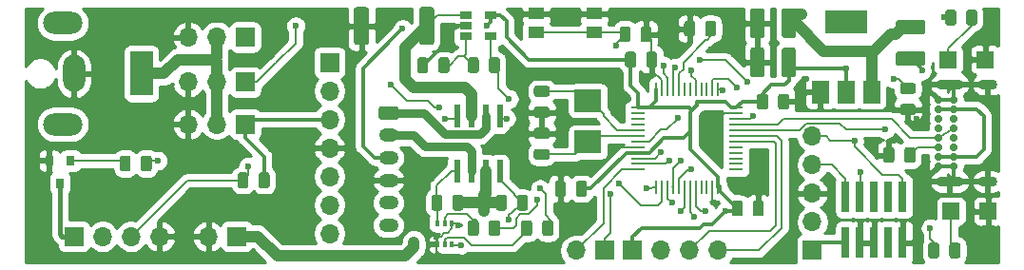
<source format=gbr>
G04 #@! TF.GenerationSoftware,KiCad,Pcbnew,5.1.5-52549c5~84~ubuntu18.04.1*
G04 #@! TF.CreationDate,2020-03-24T02:11:58-07:00*
G04 #@! TF.ProjectId,motor-control,6d6f746f-722d-4636-9f6e-74726f6c2e6b,rev?*
G04 #@! TF.SameCoordinates,Original*
G04 #@! TF.FileFunction,Copper,L1,Top*
G04 #@! TF.FilePolarity,Positive*
%FSLAX46Y46*%
G04 Gerber Fmt 4.6, Leading zero omitted, Abs format (unit mm)*
G04 Created by KiCad (PCBNEW 5.1.5-52549c5~84~ubuntu18.04.1) date 2020-03-24 02:11:58*
%MOMM*%
%LPD*%
G04 APERTURE LIST*
%ADD10O,1.700000X1.700000*%
%ADD11R,1.700000X1.700000*%
%ADD12C,0.100000*%
%ADD13R,1.500000X1.500000*%
%ADD14R,0.600000X2.000000*%
%ADD15R,1.300000X0.250000*%
%ADD16R,0.250000X1.300000*%
%ADD17R,0.420000X0.600000*%
%ADD18R,1.060000X0.650000*%
%ADD19R,3.800000X2.000000*%
%ADD20R,1.500000X2.000000*%
%ADD21O,1.750000X1.200000*%
%ADD22O,1.700000X0.900000*%
%ADD23O,2.400000X0.900000*%
%ADD24C,0.700000*%
%ADD25R,2.400000X2.000000*%
%ADD26R,2.000000X4.000000*%
%ADD27O,2.000000X3.300000*%
%ADD28O,3.500000X2.000000*%
%ADD29R,1.450000X1.000000*%
%ADD30R,0.740000X2.790000*%
%ADD31R,0.800000X0.900000*%
%ADD32C,0.600000*%
%ADD33C,0.200000*%
%ADD34C,0.350000*%
%ADD35C,1.000000*%
%ADD36C,0.800000*%
%ADD37C,0.400000*%
%ADD38C,0.254000*%
G04 APERTURE END LIST*
D10*
X170750000Y-62090000D03*
X170750000Y-64630000D03*
X170750000Y-67170000D03*
X170750000Y-69710000D03*
D11*
X170750000Y-72250000D03*
G04 #@! TA.AperFunction,SMDPad,CuDef*
D12*
G36*
X179730142Y-57326174D02*
G01*
X179753803Y-57329684D01*
X179777007Y-57335496D01*
X179799529Y-57343554D01*
X179821153Y-57353782D01*
X179841670Y-57366079D01*
X179860883Y-57380329D01*
X179878607Y-57396393D01*
X179894671Y-57414117D01*
X179908921Y-57433330D01*
X179921218Y-57453847D01*
X179931446Y-57475471D01*
X179939504Y-57497993D01*
X179945316Y-57521197D01*
X179948826Y-57544858D01*
X179950000Y-57568750D01*
X179950000Y-58056250D01*
X179948826Y-58080142D01*
X179945316Y-58103803D01*
X179939504Y-58127007D01*
X179931446Y-58149529D01*
X179921218Y-58171153D01*
X179908921Y-58191670D01*
X179894671Y-58210883D01*
X179878607Y-58228607D01*
X179860883Y-58244671D01*
X179841670Y-58258921D01*
X179821153Y-58271218D01*
X179799529Y-58281446D01*
X179777007Y-58289504D01*
X179753803Y-58295316D01*
X179730142Y-58298826D01*
X179706250Y-58300000D01*
X178793750Y-58300000D01*
X178769858Y-58298826D01*
X178746197Y-58295316D01*
X178722993Y-58289504D01*
X178700471Y-58281446D01*
X178678847Y-58271218D01*
X178658330Y-58258921D01*
X178639117Y-58244671D01*
X178621393Y-58228607D01*
X178605329Y-58210883D01*
X178591079Y-58191670D01*
X178578782Y-58171153D01*
X178568554Y-58149529D01*
X178560496Y-58127007D01*
X178554684Y-58103803D01*
X178551174Y-58080142D01*
X178550000Y-58056250D01*
X178550000Y-57568750D01*
X178551174Y-57544858D01*
X178554684Y-57521197D01*
X178560496Y-57497993D01*
X178568554Y-57475471D01*
X178578782Y-57453847D01*
X178591079Y-57433330D01*
X178605329Y-57414117D01*
X178621393Y-57396393D01*
X178639117Y-57380329D01*
X178658330Y-57366079D01*
X178678847Y-57353782D01*
X178700471Y-57343554D01*
X178722993Y-57335496D01*
X178746197Y-57329684D01*
X178769858Y-57326174D01*
X178793750Y-57325000D01*
X179706250Y-57325000D01*
X179730142Y-57326174D01*
G37*
G04 #@! TD.AperFunction*
G04 #@! TA.AperFunction,SMDPad,CuDef*
G36*
X179730142Y-59201174D02*
G01*
X179753803Y-59204684D01*
X179777007Y-59210496D01*
X179799529Y-59218554D01*
X179821153Y-59228782D01*
X179841670Y-59241079D01*
X179860883Y-59255329D01*
X179878607Y-59271393D01*
X179894671Y-59289117D01*
X179908921Y-59308330D01*
X179921218Y-59328847D01*
X179931446Y-59350471D01*
X179939504Y-59372993D01*
X179945316Y-59396197D01*
X179948826Y-59419858D01*
X179950000Y-59443750D01*
X179950000Y-59931250D01*
X179948826Y-59955142D01*
X179945316Y-59978803D01*
X179939504Y-60002007D01*
X179931446Y-60024529D01*
X179921218Y-60046153D01*
X179908921Y-60066670D01*
X179894671Y-60085883D01*
X179878607Y-60103607D01*
X179860883Y-60119671D01*
X179841670Y-60133921D01*
X179821153Y-60146218D01*
X179799529Y-60156446D01*
X179777007Y-60164504D01*
X179753803Y-60170316D01*
X179730142Y-60173826D01*
X179706250Y-60175000D01*
X178793750Y-60175000D01*
X178769858Y-60173826D01*
X178746197Y-60170316D01*
X178722993Y-60164504D01*
X178700471Y-60156446D01*
X178678847Y-60146218D01*
X178658330Y-60133921D01*
X178639117Y-60119671D01*
X178621393Y-60103607D01*
X178605329Y-60085883D01*
X178591079Y-60066670D01*
X178578782Y-60046153D01*
X178568554Y-60024529D01*
X178560496Y-60002007D01*
X178554684Y-59978803D01*
X178551174Y-59955142D01*
X178550000Y-59931250D01*
X178550000Y-59443750D01*
X178551174Y-59419858D01*
X178554684Y-59396197D01*
X178560496Y-59372993D01*
X178568554Y-59350471D01*
X178578782Y-59328847D01*
X178591079Y-59308330D01*
X178605329Y-59289117D01*
X178621393Y-59271393D01*
X178639117Y-59255329D01*
X178658330Y-59241079D01*
X178678847Y-59228782D01*
X178700471Y-59218554D01*
X178722993Y-59210496D01*
X178746197Y-59204684D01*
X178769858Y-59201174D01*
X178793750Y-59200000D01*
X179706250Y-59200000D01*
X179730142Y-59201174D01*
G37*
G04 #@! TD.AperFunction*
G04 #@! TA.AperFunction,SMDPad,CuDef*
G36*
X140830142Y-69551174D02*
G01*
X140853803Y-69554684D01*
X140877007Y-69560496D01*
X140899529Y-69568554D01*
X140921153Y-69578782D01*
X140941670Y-69591079D01*
X140960883Y-69605329D01*
X140978607Y-69621393D01*
X140994671Y-69639117D01*
X141008921Y-69658330D01*
X141021218Y-69678847D01*
X141031446Y-69700471D01*
X141039504Y-69722993D01*
X141045316Y-69746197D01*
X141048826Y-69769858D01*
X141050000Y-69793750D01*
X141050000Y-70706250D01*
X141048826Y-70730142D01*
X141045316Y-70753803D01*
X141039504Y-70777007D01*
X141031446Y-70799529D01*
X141021218Y-70821153D01*
X141008921Y-70841670D01*
X140994671Y-70860883D01*
X140978607Y-70878607D01*
X140960883Y-70894671D01*
X140941670Y-70908921D01*
X140921153Y-70921218D01*
X140899529Y-70931446D01*
X140877007Y-70939504D01*
X140853803Y-70945316D01*
X140830142Y-70948826D01*
X140806250Y-70950000D01*
X140318750Y-70950000D01*
X140294858Y-70948826D01*
X140271197Y-70945316D01*
X140247993Y-70939504D01*
X140225471Y-70931446D01*
X140203847Y-70921218D01*
X140183330Y-70908921D01*
X140164117Y-70894671D01*
X140146393Y-70878607D01*
X140130329Y-70860883D01*
X140116079Y-70841670D01*
X140103782Y-70821153D01*
X140093554Y-70799529D01*
X140085496Y-70777007D01*
X140079684Y-70753803D01*
X140076174Y-70730142D01*
X140075000Y-70706250D01*
X140075000Y-69793750D01*
X140076174Y-69769858D01*
X140079684Y-69746197D01*
X140085496Y-69722993D01*
X140093554Y-69700471D01*
X140103782Y-69678847D01*
X140116079Y-69658330D01*
X140130329Y-69639117D01*
X140146393Y-69621393D01*
X140164117Y-69605329D01*
X140183330Y-69591079D01*
X140203847Y-69578782D01*
X140225471Y-69568554D01*
X140247993Y-69560496D01*
X140271197Y-69554684D01*
X140294858Y-69551174D01*
X140318750Y-69550000D01*
X140806250Y-69550000D01*
X140830142Y-69551174D01*
G37*
G04 #@! TD.AperFunction*
G04 #@! TA.AperFunction,SMDPad,CuDef*
G36*
X142705142Y-69551174D02*
G01*
X142728803Y-69554684D01*
X142752007Y-69560496D01*
X142774529Y-69568554D01*
X142796153Y-69578782D01*
X142816670Y-69591079D01*
X142835883Y-69605329D01*
X142853607Y-69621393D01*
X142869671Y-69639117D01*
X142883921Y-69658330D01*
X142896218Y-69678847D01*
X142906446Y-69700471D01*
X142914504Y-69722993D01*
X142920316Y-69746197D01*
X142923826Y-69769858D01*
X142925000Y-69793750D01*
X142925000Y-70706250D01*
X142923826Y-70730142D01*
X142920316Y-70753803D01*
X142914504Y-70777007D01*
X142906446Y-70799529D01*
X142896218Y-70821153D01*
X142883921Y-70841670D01*
X142869671Y-70860883D01*
X142853607Y-70878607D01*
X142835883Y-70894671D01*
X142816670Y-70908921D01*
X142796153Y-70921218D01*
X142774529Y-70931446D01*
X142752007Y-70939504D01*
X142728803Y-70945316D01*
X142705142Y-70948826D01*
X142681250Y-70950000D01*
X142193750Y-70950000D01*
X142169858Y-70948826D01*
X142146197Y-70945316D01*
X142122993Y-70939504D01*
X142100471Y-70931446D01*
X142078847Y-70921218D01*
X142058330Y-70908921D01*
X142039117Y-70894671D01*
X142021393Y-70878607D01*
X142005329Y-70860883D01*
X141991079Y-70841670D01*
X141978782Y-70821153D01*
X141968554Y-70799529D01*
X141960496Y-70777007D01*
X141954684Y-70753803D01*
X141951174Y-70730142D01*
X141950000Y-70706250D01*
X141950000Y-69793750D01*
X141951174Y-69769858D01*
X141954684Y-69746197D01*
X141960496Y-69722993D01*
X141968554Y-69700471D01*
X141978782Y-69678847D01*
X141991079Y-69658330D01*
X142005329Y-69639117D01*
X142021393Y-69621393D01*
X142039117Y-69605329D01*
X142058330Y-69591079D01*
X142078847Y-69578782D01*
X142100471Y-69568554D01*
X142122993Y-69560496D01*
X142146197Y-69554684D01*
X142169858Y-69551174D01*
X142193750Y-69550000D01*
X142681250Y-69550000D01*
X142705142Y-69551174D01*
G37*
G04 #@! TD.AperFunction*
D10*
X149710000Y-72250000D03*
D11*
X152250000Y-72250000D03*
G04 #@! TA.AperFunction,SMDPad,CuDef*
D12*
G36*
X180599504Y-54526204D02*
G01*
X180623773Y-54529804D01*
X180647571Y-54535765D01*
X180670671Y-54544030D01*
X180692849Y-54554520D01*
X180713893Y-54567133D01*
X180733598Y-54581747D01*
X180751777Y-54598223D01*
X180768253Y-54616402D01*
X180782867Y-54636107D01*
X180795480Y-54657151D01*
X180805970Y-54679329D01*
X180814235Y-54702429D01*
X180820196Y-54726227D01*
X180823796Y-54750496D01*
X180825000Y-54775000D01*
X180825000Y-55525000D01*
X180823796Y-55549504D01*
X180820196Y-55573773D01*
X180814235Y-55597571D01*
X180805970Y-55620671D01*
X180795480Y-55642849D01*
X180782867Y-55663893D01*
X180768253Y-55683598D01*
X180751777Y-55701777D01*
X180733598Y-55718253D01*
X180713893Y-55732867D01*
X180692849Y-55745480D01*
X180670671Y-55755970D01*
X180647571Y-55764235D01*
X180623773Y-55770196D01*
X180599504Y-55773796D01*
X180575000Y-55775000D01*
X178425000Y-55775000D01*
X178400496Y-55773796D01*
X178376227Y-55770196D01*
X178352429Y-55764235D01*
X178329329Y-55755970D01*
X178307151Y-55745480D01*
X178286107Y-55732867D01*
X178266402Y-55718253D01*
X178248223Y-55701777D01*
X178231747Y-55683598D01*
X178217133Y-55663893D01*
X178204520Y-55642849D01*
X178194030Y-55620671D01*
X178185765Y-55597571D01*
X178179804Y-55573773D01*
X178176204Y-55549504D01*
X178175000Y-55525000D01*
X178175000Y-54775000D01*
X178176204Y-54750496D01*
X178179804Y-54726227D01*
X178185765Y-54702429D01*
X178194030Y-54679329D01*
X178204520Y-54657151D01*
X178217133Y-54636107D01*
X178231747Y-54616402D01*
X178248223Y-54598223D01*
X178266402Y-54581747D01*
X178286107Y-54567133D01*
X178307151Y-54554520D01*
X178329329Y-54544030D01*
X178352429Y-54535765D01*
X178376227Y-54529804D01*
X178400496Y-54526204D01*
X178425000Y-54525000D01*
X180575000Y-54525000D01*
X180599504Y-54526204D01*
G37*
G04 #@! TD.AperFunction*
G04 #@! TA.AperFunction,SMDPad,CuDef*
G36*
X180599504Y-51726204D02*
G01*
X180623773Y-51729804D01*
X180647571Y-51735765D01*
X180670671Y-51744030D01*
X180692849Y-51754520D01*
X180713893Y-51767133D01*
X180733598Y-51781747D01*
X180751777Y-51798223D01*
X180768253Y-51816402D01*
X180782867Y-51836107D01*
X180795480Y-51857151D01*
X180805970Y-51879329D01*
X180814235Y-51902429D01*
X180820196Y-51926227D01*
X180823796Y-51950496D01*
X180825000Y-51975000D01*
X180825000Y-52725000D01*
X180823796Y-52749504D01*
X180820196Y-52773773D01*
X180814235Y-52797571D01*
X180805970Y-52820671D01*
X180795480Y-52842849D01*
X180782867Y-52863893D01*
X180768253Y-52883598D01*
X180751777Y-52901777D01*
X180733598Y-52918253D01*
X180713893Y-52932867D01*
X180692849Y-52945480D01*
X180670671Y-52955970D01*
X180647571Y-52964235D01*
X180623773Y-52970196D01*
X180599504Y-52973796D01*
X180575000Y-52975000D01*
X178425000Y-52975000D01*
X178400496Y-52973796D01*
X178376227Y-52970196D01*
X178352429Y-52964235D01*
X178329329Y-52955970D01*
X178307151Y-52945480D01*
X178286107Y-52932867D01*
X178266402Y-52918253D01*
X178248223Y-52901777D01*
X178231747Y-52883598D01*
X178217133Y-52863893D01*
X178204520Y-52842849D01*
X178194030Y-52820671D01*
X178185765Y-52797571D01*
X178179804Y-52773773D01*
X178176204Y-52749504D01*
X178175000Y-52725000D01*
X178175000Y-51975000D01*
X178176204Y-51950496D01*
X178179804Y-51926227D01*
X178185765Y-51902429D01*
X178194030Y-51879329D01*
X178204520Y-51857151D01*
X178217133Y-51836107D01*
X178231747Y-51816402D01*
X178248223Y-51798223D01*
X178266402Y-51781747D01*
X178286107Y-51767133D01*
X178307151Y-51754520D01*
X178329329Y-51744030D01*
X178352429Y-51735765D01*
X178376227Y-51729804D01*
X178400496Y-51726204D01*
X178425000Y-51725000D01*
X180575000Y-51725000D01*
X180599504Y-51726204D01*
G37*
G04 #@! TD.AperFunction*
D13*
X182850000Y-55250000D03*
X186150000Y-55250000D03*
D14*
X140365000Y-60300000D03*
X142905000Y-65200000D03*
X141635000Y-65200000D03*
X140365000Y-65200000D03*
X139095000Y-65200000D03*
X139095000Y-60300000D03*
X141635000Y-60300000D03*
X142905000Y-60300000D03*
D11*
X120250000Y-61000000D03*
D10*
X117710000Y-61000000D03*
X115170000Y-61000000D03*
G04 #@! TA.AperFunction,SMDPad,CuDef*
D12*
G36*
X136330142Y-55051174D02*
G01*
X136353803Y-55054684D01*
X136377007Y-55060496D01*
X136399529Y-55068554D01*
X136421153Y-55078782D01*
X136441670Y-55091079D01*
X136460883Y-55105329D01*
X136478607Y-55121393D01*
X136494671Y-55139117D01*
X136508921Y-55158330D01*
X136521218Y-55178847D01*
X136531446Y-55200471D01*
X136539504Y-55222993D01*
X136545316Y-55246197D01*
X136548826Y-55269858D01*
X136550000Y-55293750D01*
X136550000Y-56206250D01*
X136548826Y-56230142D01*
X136545316Y-56253803D01*
X136539504Y-56277007D01*
X136531446Y-56299529D01*
X136521218Y-56321153D01*
X136508921Y-56341670D01*
X136494671Y-56360883D01*
X136478607Y-56378607D01*
X136460883Y-56394671D01*
X136441670Y-56408921D01*
X136421153Y-56421218D01*
X136399529Y-56431446D01*
X136377007Y-56439504D01*
X136353803Y-56445316D01*
X136330142Y-56448826D01*
X136306250Y-56450000D01*
X135818750Y-56450000D01*
X135794858Y-56448826D01*
X135771197Y-56445316D01*
X135747993Y-56439504D01*
X135725471Y-56431446D01*
X135703847Y-56421218D01*
X135683330Y-56408921D01*
X135664117Y-56394671D01*
X135646393Y-56378607D01*
X135630329Y-56360883D01*
X135616079Y-56341670D01*
X135603782Y-56321153D01*
X135593554Y-56299529D01*
X135585496Y-56277007D01*
X135579684Y-56253803D01*
X135576174Y-56230142D01*
X135575000Y-56206250D01*
X135575000Y-55293750D01*
X135576174Y-55269858D01*
X135579684Y-55246197D01*
X135585496Y-55222993D01*
X135593554Y-55200471D01*
X135603782Y-55178847D01*
X135616079Y-55158330D01*
X135630329Y-55139117D01*
X135646393Y-55121393D01*
X135664117Y-55105329D01*
X135683330Y-55091079D01*
X135703847Y-55078782D01*
X135725471Y-55068554D01*
X135747993Y-55060496D01*
X135771197Y-55054684D01*
X135794858Y-55051174D01*
X135818750Y-55050000D01*
X136306250Y-55050000D01*
X136330142Y-55051174D01*
G37*
G04 #@! TD.AperFunction*
G04 #@! TA.AperFunction,SMDPad,CuDef*
G36*
X138205142Y-55051174D02*
G01*
X138228803Y-55054684D01*
X138252007Y-55060496D01*
X138274529Y-55068554D01*
X138296153Y-55078782D01*
X138316670Y-55091079D01*
X138335883Y-55105329D01*
X138353607Y-55121393D01*
X138369671Y-55139117D01*
X138383921Y-55158330D01*
X138396218Y-55178847D01*
X138406446Y-55200471D01*
X138414504Y-55222993D01*
X138420316Y-55246197D01*
X138423826Y-55269858D01*
X138425000Y-55293750D01*
X138425000Y-56206250D01*
X138423826Y-56230142D01*
X138420316Y-56253803D01*
X138414504Y-56277007D01*
X138406446Y-56299529D01*
X138396218Y-56321153D01*
X138383921Y-56341670D01*
X138369671Y-56360883D01*
X138353607Y-56378607D01*
X138335883Y-56394671D01*
X138316670Y-56408921D01*
X138296153Y-56421218D01*
X138274529Y-56431446D01*
X138252007Y-56439504D01*
X138228803Y-56445316D01*
X138205142Y-56448826D01*
X138181250Y-56450000D01*
X137693750Y-56450000D01*
X137669858Y-56448826D01*
X137646197Y-56445316D01*
X137622993Y-56439504D01*
X137600471Y-56431446D01*
X137578847Y-56421218D01*
X137558330Y-56408921D01*
X137539117Y-56394671D01*
X137521393Y-56378607D01*
X137505329Y-56360883D01*
X137491079Y-56341670D01*
X137478782Y-56321153D01*
X137468554Y-56299529D01*
X137460496Y-56277007D01*
X137454684Y-56253803D01*
X137451174Y-56230142D01*
X137450000Y-56206250D01*
X137450000Y-55293750D01*
X137451174Y-55269858D01*
X137454684Y-55246197D01*
X137460496Y-55222993D01*
X137468554Y-55200471D01*
X137478782Y-55178847D01*
X137491079Y-55158330D01*
X137505329Y-55139117D01*
X137521393Y-55121393D01*
X137539117Y-55105329D01*
X137558330Y-55091079D01*
X137578847Y-55078782D01*
X137600471Y-55068554D01*
X137622993Y-55060496D01*
X137646197Y-55054684D01*
X137669858Y-55051174D01*
X137693750Y-55050000D01*
X138181250Y-55050000D01*
X138205142Y-55051174D01*
G37*
G04 #@! TD.AperFunction*
D15*
X155254000Y-59542000D03*
X155254000Y-60042000D03*
X155254000Y-60542000D03*
X155254000Y-61042000D03*
X155254000Y-61542000D03*
X155254000Y-62042000D03*
X155254000Y-62542000D03*
X155254000Y-63042000D03*
X155254000Y-63542000D03*
X155254000Y-64042000D03*
X155254000Y-64542000D03*
X155254000Y-65042000D03*
D16*
X156854000Y-66642000D03*
X157354000Y-66642000D03*
X157854000Y-66642000D03*
X158354000Y-66642000D03*
X158854000Y-66642000D03*
X159354000Y-66642000D03*
X159854000Y-66642000D03*
X160354000Y-66642000D03*
X160854000Y-66642000D03*
X161354000Y-66642000D03*
X161854000Y-66642000D03*
X162354000Y-66642000D03*
D15*
X163954000Y-65042000D03*
X163954000Y-64542000D03*
X163954000Y-64042000D03*
X163954000Y-63542000D03*
X163954000Y-63042000D03*
X163954000Y-62542000D03*
X163954000Y-62042000D03*
X163954000Y-61542000D03*
X163954000Y-61042000D03*
X163954000Y-60542000D03*
X163954000Y-60042000D03*
X163954000Y-59542000D03*
D16*
X162354000Y-57942000D03*
X161854000Y-57942000D03*
X161354000Y-57942000D03*
X160854000Y-57942000D03*
X160354000Y-57942000D03*
X159854000Y-57942000D03*
X159354000Y-57942000D03*
X158854000Y-57942000D03*
X158354000Y-57942000D03*
X157854000Y-57942000D03*
X157354000Y-57942000D03*
X156854000Y-57942000D03*
D17*
X137350000Y-69800000D03*
X138000000Y-69800000D03*
X138650000Y-69800000D03*
X137350000Y-71700000D03*
X138000000Y-71700000D03*
X138650000Y-71700000D03*
D18*
X142100000Y-51300000D03*
X142100000Y-53200000D03*
X139900000Y-53200000D03*
X139900000Y-52250000D03*
X139900000Y-51300000D03*
D19*
X173750000Y-51850000D03*
D20*
X173750000Y-58150000D03*
X176050000Y-58150000D03*
X171450000Y-58150000D03*
G04 #@! TA.AperFunction,SMDPad,CuDef*
D12*
G36*
X142705142Y-55051174D02*
G01*
X142728803Y-55054684D01*
X142752007Y-55060496D01*
X142774529Y-55068554D01*
X142796153Y-55078782D01*
X142816670Y-55091079D01*
X142835883Y-55105329D01*
X142853607Y-55121393D01*
X142869671Y-55139117D01*
X142883921Y-55158330D01*
X142896218Y-55178847D01*
X142906446Y-55200471D01*
X142914504Y-55222993D01*
X142920316Y-55246197D01*
X142923826Y-55269858D01*
X142925000Y-55293750D01*
X142925000Y-56206250D01*
X142923826Y-56230142D01*
X142920316Y-56253803D01*
X142914504Y-56277007D01*
X142906446Y-56299529D01*
X142896218Y-56321153D01*
X142883921Y-56341670D01*
X142869671Y-56360883D01*
X142853607Y-56378607D01*
X142835883Y-56394671D01*
X142816670Y-56408921D01*
X142796153Y-56421218D01*
X142774529Y-56431446D01*
X142752007Y-56439504D01*
X142728803Y-56445316D01*
X142705142Y-56448826D01*
X142681250Y-56450000D01*
X142193750Y-56450000D01*
X142169858Y-56448826D01*
X142146197Y-56445316D01*
X142122993Y-56439504D01*
X142100471Y-56431446D01*
X142078847Y-56421218D01*
X142058330Y-56408921D01*
X142039117Y-56394671D01*
X142021393Y-56378607D01*
X142005329Y-56360883D01*
X141991079Y-56341670D01*
X141978782Y-56321153D01*
X141968554Y-56299529D01*
X141960496Y-56277007D01*
X141954684Y-56253803D01*
X141951174Y-56230142D01*
X141950000Y-56206250D01*
X141950000Y-55293750D01*
X141951174Y-55269858D01*
X141954684Y-55246197D01*
X141960496Y-55222993D01*
X141968554Y-55200471D01*
X141978782Y-55178847D01*
X141991079Y-55158330D01*
X142005329Y-55139117D01*
X142021393Y-55121393D01*
X142039117Y-55105329D01*
X142058330Y-55091079D01*
X142078847Y-55078782D01*
X142100471Y-55068554D01*
X142122993Y-55060496D01*
X142146197Y-55054684D01*
X142169858Y-55051174D01*
X142193750Y-55050000D01*
X142681250Y-55050000D01*
X142705142Y-55051174D01*
G37*
G04 #@! TD.AperFunction*
G04 #@! TA.AperFunction,SMDPad,CuDef*
G36*
X140830142Y-55051174D02*
G01*
X140853803Y-55054684D01*
X140877007Y-55060496D01*
X140899529Y-55068554D01*
X140921153Y-55078782D01*
X140941670Y-55091079D01*
X140960883Y-55105329D01*
X140978607Y-55121393D01*
X140994671Y-55139117D01*
X141008921Y-55158330D01*
X141021218Y-55178847D01*
X141031446Y-55200471D01*
X141039504Y-55222993D01*
X141045316Y-55246197D01*
X141048826Y-55269858D01*
X141050000Y-55293750D01*
X141050000Y-56206250D01*
X141048826Y-56230142D01*
X141045316Y-56253803D01*
X141039504Y-56277007D01*
X141031446Y-56299529D01*
X141021218Y-56321153D01*
X141008921Y-56341670D01*
X140994671Y-56360883D01*
X140978607Y-56378607D01*
X140960883Y-56394671D01*
X140941670Y-56408921D01*
X140921153Y-56421218D01*
X140899529Y-56431446D01*
X140877007Y-56439504D01*
X140853803Y-56445316D01*
X140830142Y-56448826D01*
X140806250Y-56450000D01*
X140318750Y-56450000D01*
X140294858Y-56448826D01*
X140271197Y-56445316D01*
X140247993Y-56439504D01*
X140225471Y-56431446D01*
X140203847Y-56421218D01*
X140183330Y-56408921D01*
X140164117Y-56394671D01*
X140146393Y-56378607D01*
X140130329Y-56360883D01*
X140116079Y-56341670D01*
X140103782Y-56321153D01*
X140093554Y-56299529D01*
X140085496Y-56277007D01*
X140079684Y-56253803D01*
X140076174Y-56230142D01*
X140075000Y-56206250D01*
X140075000Y-55293750D01*
X140076174Y-55269858D01*
X140079684Y-55246197D01*
X140085496Y-55222993D01*
X140093554Y-55200471D01*
X140103782Y-55178847D01*
X140116079Y-55158330D01*
X140130329Y-55139117D01*
X140146393Y-55121393D01*
X140164117Y-55105329D01*
X140183330Y-55091079D01*
X140203847Y-55078782D01*
X140225471Y-55068554D01*
X140247993Y-55060496D01*
X140271197Y-55054684D01*
X140294858Y-55051174D01*
X140318750Y-55050000D01*
X140806250Y-55050000D01*
X140830142Y-55051174D01*
G37*
G04 #@! TD.AperFunction*
G04 #@! TA.AperFunction,SMDPad,CuDef*
G36*
X137580142Y-67301174D02*
G01*
X137603803Y-67304684D01*
X137627007Y-67310496D01*
X137649529Y-67318554D01*
X137671153Y-67328782D01*
X137691670Y-67341079D01*
X137710883Y-67355329D01*
X137728607Y-67371393D01*
X137744671Y-67389117D01*
X137758921Y-67408330D01*
X137771218Y-67428847D01*
X137781446Y-67450471D01*
X137789504Y-67472993D01*
X137795316Y-67496197D01*
X137798826Y-67519858D01*
X137800000Y-67543750D01*
X137800000Y-68456250D01*
X137798826Y-68480142D01*
X137795316Y-68503803D01*
X137789504Y-68527007D01*
X137781446Y-68549529D01*
X137771218Y-68571153D01*
X137758921Y-68591670D01*
X137744671Y-68610883D01*
X137728607Y-68628607D01*
X137710883Y-68644671D01*
X137691670Y-68658921D01*
X137671153Y-68671218D01*
X137649529Y-68681446D01*
X137627007Y-68689504D01*
X137603803Y-68695316D01*
X137580142Y-68698826D01*
X137556250Y-68700000D01*
X137068750Y-68700000D01*
X137044858Y-68698826D01*
X137021197Y-68695316D01*
X136997993Y-68689504D01*
X136975471Y-68681446D01*
X136953847Y-68671218D01*
X136933330Y-68658921D01*
X136914117Y-68644671D01*
X136896393Y-68628607D01*
X136880329Y-68610883D01*
X136866079Y-68591670D01*
X136853782Y-68571153D01*
X136843554Y-68549529D01*
X136835496Y-68527007D01*
X136829684Y-68503803D01*
X136826174Y-68480142D01*
X136825000Y-68456250D01*
X136825000Y-67543750D01*
X136826174Y-67519858D01*
X136829684Y-67496197D01*
X136835496Y-67472993D01*
X136843554Y-67450471D01*
X136853782Y-67428847D01*
X136866079Y-67408330D01*
X136880329Y-67389117D01*
X136896393Y-67371393D01*
X136914117Y-67355329D01*
X136933330Y-67341079D01*
X136953847Y-67328782D01*
X136975471Y-67318554D01*
X136997993Y-67310496D01*
X137021197Y-67304684D01*
X137044858Y-67301174D01*
X137068750Y-67300000D01*
X137556250Y-67300000D01*
X137580142Y-67301174D01*
G37*
G04 #@! TD.AperFunction*
G04 #@! TA.AperFunction,SMDPad,CuDef*
G36*
X139455142Y-67301174D02*
G01*
X139478803Y-67304684D01*
X139502007Y-67310496D01*
X139524529Y-67318554D01*
X139546153Y-67328782D01*
X139566670Y-67341079D01*
X139585883Y-67355329D01*
X139603607Y-67371393D01*
X139619671Y-67389117D01*
X139633921Y-67408330D01*
X139646218Y-67428847D01*
X139656446Y-67450471D01*
X139664504Y-67472993D01*
X139670316Y-67496197D01*
X139673826Y-67519858D01*
X139675000Y-67543750D01*
X139675000Y-68456250D01*
X139673826Y-68480142D01*
X139670316Y-68503803D01*
X139664504Y-68527007D01*
X139656446Y-68549529D01*
X139646218Y-68571153D01*
X139633921Y-68591670D01*
X139619671Y-68610883D01*
X139603607Y-68628607D01*
X139585883Y-68644671D01*
X139566670Y-68658921D01*
X139546153Y-68671218D01*
X139524529Y-68681446D01*
X139502007Y-68689504D01*
X139478803Y-68695316D01*
X139455142Y-68698826D01*
X139431250Y-68700000D01*
X138943750Y-68700000D01*
X138919858Y-68698826D01*
X138896197Y-68695316D01*
X138872993Y-68689504D01*
X138850471Y-68681446D01*
X138828847Y-68671218D01*
X138808330Y-68658921D01*
X138789117Y-68644671D01*
X138771393Y-68628607D01*
X138755329Y-68610883D01*
X138741079Y-68591670D01*
X138728782Y-68571153D01*
X138718554Y-68549529D01*
X138710496Y-68527007D01*
X138704684Y-68503803D01*
X138701174Y-68480142D01*
X138700000Y-68456250D01*
X138700000Y-67543750D01*
X138701174Y-67519858D01*
X138704684Y-67496197D01*
X138710496Y-67472993D01*
X138718554Y-67450471D01*
X138728782Y-67428847D01*
X138741079Y-67408330D01*
X138755329Y-67389117D01*
X138771393Y-67371393D01*
X138789117Y-67355329D01*
X138808330Y-67341079D01*
X138828847Y-67328782D01*
X138850471Y-67318554D01*
X138872993Y-67310496D01*
X138896197Y-67304684D01*
X138919858Y-67301174D01*
X138943750Y-67300000D01*
X139431250Y-67300000D01*
X139455142Y-67301174D01*
G37*
G04 #@! TD.AperFunction*
G04 #@! TA.AperFunction,SMDPad,CuDef*
G36*
X183705142Y-71551174D02*
G01*
X183728803Y-71554684D01*
X183752007Y-71560496D01*
X183774529Y-71568554D01*
X183796153Y-71578782D01*
X183816670Y-71591079D01*
X183835883Y-71605329D01*
X183853607Y-71621393D01*
X183869671Y-71639117D01*
X183883921Y-71658330D01*
X183896218Y-71678847D01*
X183906446Y-71700471D01*
X183914504Y-71722993D01*
X183920316Y-71746197D01*
X183923826Y-71769858D01*
X183925000Y-71793750D01*
X183925000Y-72706250D01*
X183923826Y-72730142D01*
X183920316Y-72753803D01*
X183914504Y-72777007D01*
X183906446Y-72799529D01*
X183896218Y-72821153D01*
X183883921Y-72841670D01*
X183869671Y-72860883D01*
X183853607Y-72878607D01*
X183835883Y-72894671D01*
X183816670Y-72908921D01*
X183796153Y-72921218D01*
X183774529Y-72931446D01*
X183752007Y-72939504D01*
X183728803Y-72945316D01*
X183705142Y-72948826D01*
X183681250Y-72950000D01*
X183193750Y-72950000D01*
X183169858Y-72948826D01*
X183146197Y-72945316D01*
X183122993Y-72939504D01*
X183100471Y-72931446D01*
X183078847Y-72921218D01*
X183058330Y-72908921D01*
X183039117Y-72894671D01*
X183021393Y-72878607D01*
X183005329Y-72860883D01*
X182991079Y-72841670D01*
X182978782Y-72821153D01*
X182968554Y-72799529D01*
X182960496Y-72777007D01*
X182954684Y-72753803D01*
X182951174Y-72730142D01*
X182950000Y-72706250D01*
X182950000Y-71793750D01*
X182951174Y-71769858D01*
X182954684Y-71746197D01*
X182960496Y-71722993D01*
X182968554Y-71700471D01*
X182978782Y-71678847D01*
X182991079Y-71658330D01*
X183005329Y-71639117D01*
X183021393Y-71621393D01*
X183039117Y-71605329D01*
X183058330Y-71591079D01*
X183078847Y-71578782D01*
X183100471Y-71568554D01*
X183122993Y-71560496D01*
X183146197Y-71554684D01*
X183169858Y-71551174D01*
X183193750Y-71550000D01*
X183681250Y-71550000D01*
X183705142Y-71551174D01*
G37*
G04 #@! TD.AperFunction*
G04 #@! TA.AperFunction,SMDPad,CuDef*
G36*
X181830142Y-71551174D02*
G01*
X181853803Y-71554684D01*
X181877007Y-71560496D01*
X181899529Y-71568554D01*
X181921153Y-71578782D01*
X181941670Y-71591079D01*
X181960883Y-71605329D01*
X181978607Y-71621393D01*
X181994671Y-71639117D01*
X182008921Y-71658330D01*
X182021218Y-71678847D01*
X182031446Y-71700471D01*
X182039504Y-71722993D01*
X182045316Y-71746197D01*
X182048826Y-71769858D01*
X182050000Y-71793750D01*
X182050000Y-72706250D01*
X182048826Y-72730142D01*
X182045316Y-72753803D01*
X182039504Y-72777007D01*
X182031446Y-72799529D01*
X182021218Y-72821153D01*
X182008921Y-72841670D01*
X181994671Y-72860883D01*
X181978607Y-72878607D01*
X181960883Y-72894671D01*
X181941670Y-72908921D01*
X181921153Y-72921218D01*
X181899529Y-72931446D01*
X181877007Y-72939504D01*
X181853803Y-72945316D01*
X181830142Y-72948826D01*
X181806250Y-72950000D01*
X181318750Y-72950000D01*
X181294858Y-72948826D01*
X181271197Y-72945316D01*
X181247993Y-72939504D01*
X181225471Y-72931446D01*
X181203847Y-72921218D01*
X181183330Y-72908921D01*
X181164117Y-72894671D01*
X181146393Y-72878607D01*
X181130329Y-72860883D01*
X181116079Y-72841670D01*
X181103782Y-72821153D01*
X181093554Y-72799529D01*
X181085496Y-72777007D01*
X181079684Y-72753803D01*
X181076174Y-72730142D01*
X181075000Y-72706250D01*
X181075000Y-71793750D01*
X181076174Y-71769858D01*
X181079684Y-71746197D01*
X181085496Y-71722993D01*
X181093554Y-71700471D01*
X181103782Y-71678847D01*
X181116079Y-71658330D01*
X181130329Y-71639117D01*
X181146393Y-71621393D01*
X181164117Y-71605329D01*
X181183330Y-71591079D01*
X181203847Y-71578782D01*
X181225471Y-71568554D01*
X181247993Y-71560496D01*
X181271197Y-71554684D01*
X181294858Y-71551174D01*
X181318750Y-71550000D01*
X181806250Y-71550000D01*
X181830142Y-71551174D01*
G37*
G04 #@! TD.AperFunction*
G04 #@! TA.AperFunction,SMDPad,CuDef*
G36*
X147130142Y-59451174D02*
G01*
X147153803Y-59454684D01*
X147177007Y-59460496D01*
X147199529Y-59468554D01*
X147221153Y-59478782D01*
X147241670Y-59491079D01*
X147260883Y-59505329D01*
X147278607Y-59521393D01*
X147294671Y-59539117D01*
X147308921Y-59558330D01*
X147321218Y-59578847D01*
X147331446Y-59600471D01*
X147339504Y-59622993D01*
X147345316Y-59646197D01*
X147348826Y-59669858D01*
X147350000Y-59693750D01*
X147350000Y-60181250D01*
X147348826Y-60205142D01*
X147345316Y-60228803D01*
X147339504Y-60252007D01*
X147331446Y-60274529D01*
X147321218Y-60296153D01*
X147308921Y-60316670D01*
X147294671Y-60335883D01*
X147278607Y-60353607D01*
X147260883Y-60369671D01*
X147241670Y-60383921D01*
X147221153Y-60396218D01*
X147199529Y-60406446D01*
X147177007Y-60414504D01*
X147153803Y-60420316D01*
X147130142Y-60423826D01*
X147106250Y-60425000D01*
X146193750Y-60425000D01*
X146169858Y-60423826D01*
X146146197Y-60420316D01*
X146122993Y-60414504D01*
X146100471Y-60406446D01*
X146078847Y-60396218D01*
X146058330Y-60383921D01*
X146039117Y-60369671D01*
X146021393Y-60353607D01*
X146005329Y-60335883D01*
X145991079Y-60316670D01*
X145978782Y-60296153D01*
X145968554Y-60274529D01*
X145960496Y-60252007D01*
X145954684Y-60228803D01*
X145951174Y-60205142D01*
X145950000Y-60181250D01*
X145950000Y-59693750D01*
X145951174Y-59669858D01*
X145954684Y-59646197D01*
X145960496Y-59622993D01*
X145968554Y-59600471D01*
X145978782Y-59578847D01*
X145991079Y-59558330D01*
X146005329Y-59539117D01*
X146021393Y-59521393D01*
X146039117Y-59505329D01*
X146058330Y-59491079D01*
X146078847Y-59478782D01*
X146100471Y-59468554D01*
X146122993Y-59460496D01*
X146146197Y-59454684D01*
X146169858Y-59451174D01*
X146193750Y-59450000D01*
X147106250Y-59450000D01*
X147130142Y-59451174D01*
G37*
G04 #@! TD.AperFunction*
G04 #@! TA.AperFunction,SMDPad,CuDef*
G36*
X147130142Y-57576174D02*
G01*
X147153803Y-57579684D01*
X147177007Y-57585496D01*
X147199529Y-57593554D01*
X147221153Y-57603782D01*
X147241670Y-57616079D01*
X147260883Y-57630329D01*
X147278607Y-57646393D01*
X147294671Y-57664117D01*
X147308921Y-57683330D01*
X147321218Y-57703847D01*
X147331446Y-57725471D01*
X147339504Y-57747993D01*
X147345316Y-57771197D01*
X147348826Y-57794858D01*
X147350000Y-57818750D01*
X147350000Y-58306250D01*
X147348826Y-58330142D01*
X147345316Y-58353803D01*
X147339504Y-58377007D01*
X147331446Y-58399529D01*
X147321218Y-58421153D01*
X147308921Y-58441670D01*
X147294671Y-58460883D01*
X147278607Y-58478607D01*
X147260883Y-58494671D01*
X147241670Y-58508921D01*
X147221153Y-58521218D01*
X147199529Y-58531446D01*
X147177007Y-58539504D01*
X147153803Y-58545316D01*
X147130142Y-58548826D01*
X147106250Y-58550000D01*
X146193750Y-58550000D01*
X146169858Y-58548826D01*
X146146197Y-58545316D01*
X146122993Y-58539504D01*
X146100471Y-58531446D01*
X146078847Y-58521218D01*
X146058330Y-58508921D01*
X146039117Y-58494671D01*
X146021393Y-58478607D01*
X146005329Y-58460883D01*
X145991079Y-58441670D01*
X145978782Y-58421153D01*
X145968554Y-58399529D01*
X145960496Y-58377007D01*
X145954684Y-58353803D01*
X145951174Y-58330142D01*
X145950000Y-58306250D01*
X145950000Y-57818750D01*
X145951174Y-57794858D01*
X145954684Y-57771197D01*
X145960496Y-57747993D01*
X145968554Y-57725471D01*
X145978782Y-57703847D01*
X145991079Y-57683330D01*
X146005329Y-57664117D01*
X146021393Y-57646393D01*
X146039117Y-57630329D01*
X146058330Y-57616079D01*
X146078847Y-57603782D01*
X146100471Y-57593554D01*
X146122993Y-57585496D01*
X146146197Y-57579684D01*
X146169858Y-57576174D01*
X146193750Y-57575000D01*
X147106250Y-57575000D01*
X147130142Y-57576174D01*
G37*
G04 #@! TD.AperFunction*
G04 #@! TA.AperFunction,SMDPad,CuDef*
G36*
X160080142Y-51801174D02*
G01*
X160103803Y-51804684D01*
X160127007Y-51810496D01*
X160149529Y-51818554D01*
X160171153Y-51828782D01*
X160191670Y-51841079D01*
X160210883Y-51855329D01*
X160228607Y-51871393D01*
X160244671Y-51889117D01*
X160258921Y-51908330D01*
X160271218Y-51928847D01*
X160281446Y-51950471D01*
X160289504Y-51972993D01*
X160295316Y-51996197D01*
X160298826Y-52019858D01*
X160300000Y-52043750D01*
X160300000Y-52956250D01*
X160298826Y-52980142D01*
X160295316Y-53003803D01*
X160289504Y-53027007D01*
X160281446Y-53049529D01*
X160271218Y-53071153D01*
X160258921Y-53091670D01*
X160244671Y-53110883D01*
X160228607Y-53128607D01*
X160210883Y-53144671D01*
X160191670Y-53158921D01*
X160171153Y-53171218D01*
X160149529Y-53181446D01*
X160127007Y-53189504D01*
X160103803Y-53195316D01*
X160080142Y-53198826D01*
X160056250Y-53200000D01*
X159568750Y-53200000D01*
X159544858Y-53198826D01*
X159521197Y-53195316D01*
X159497993Y-53189504D01*
X159475471Y-53181446D01*
X159453847Y-53171218D01*
X159433330Y-53158921D01*
X159414117Y-53144671D01*
X159396393Y-53128607D01*
X159380329Y-53110883D01*
X159366079Y-53091670D01*
X159353782Y-53071153D01*
X159343554Y-53049529D01*
X159335496Y-53027007D01*
X159329684Y-53003803D01*
X159326174Y-52980142D01*
X159325000Y-52956250D01*
X159325000Y-52043750D01*
X159326174Y-52019858D01*
X159329684Y-51996197D01*
X159335496Y-51972993D01*
X159343554Y-51950471D01*
X159353782Y-51928847D01*
X159366079Y-51908330D01*
X159380329Y-51889117D01*
X159396393Y-51871393D01*
X159414117Y-51855329D01*
X159433330Y-51841079D01*
X159453847Y-51828782D01*
X159475471Y-51818554D01*
X159497993Y-51810496D01*
X159521197Y-51804684D01*
X159544858Y-51801174D01*
X159568750Y-51800000D01*
X160056250Y-51800000D01*
X160080142Y-51801174D01*
G37*
G04 #@! TD.AperFunction*
G04 #@! TA.AperFunction,SMDPad,CuDef*
G36*
X161955142Y-51801174D02*
G01*
X161978803Y-51804684D01*
X162002007Y-51810496D01*
X162024529Y-51818554D01*
X162046153Y-51828782D01*
X162066670Y-51841079D01*
X162085883Y-51855329D01*
X162103607Y-51871393D01*
X162119671Y-51889117D01*
X162133921Y-51908330D01*
X162146218Y-51928847D01*
X162156446Y-51950471D01*
X162164504Y-51972993D01*
X162170316Y-51996197D01*
X162173826Y-52019858D01*
X162175000Y-52043750D01*
X162175000Y-52956250D01*
X162173826Y-52980142D01*
X162170316Y-53003803D01*
X162164504Y-53027007D01*
X162156446Y-53049529D01*
X162146218Y-53071153D01*
X162133921Y-53091670D01*
X162119671Y-53110883D01*
X162103607Y-53128607D01*
X162085883Y-53144671D01*
X162066670Y-53158921D01*
X162046153Y-53171218D01*
X162024529Y-53181446D01*
X162002007Y-53189504D01*
X161978803Y-53195316D01*
X161955142Y-53198826D01*
X161931250Y-53200000D01*
X161443750Y-53200000D01*
X161419858Y-53198826D01*
X161396197Y-53195316D01*
X161372993Y-53189504D01*
X161350471Y-53181446D01*
X161328847Y-53171218D01*
X161308330Y-53158921D01*
X161289117Y-53144671D01*
X161271393Y-53128607D01*
X161255329Y-53110883D01*
X161241079Y-53091670D01*
X161228782Y-53071153D01*
X161218554Y-53049529D01*
X161210496Y-53027007D01*
X161204684Y-53003803D01*
X161201174Y-52980142D01*
X161200000Y-52956250D01*
X161200000Y-52043750D01*
X161201174Y-52019858D01*
X161204684Y-51996197D01*
X161210496Y-51972993D01*
X161218554Y-51950471D01*
X161228782Y-51928847D01*
X161241079Y-51908330D01*
X161255329Y-51889117D01*
X161271393Y-51871393D01*
X161289117Y-51855329D01*
X161308330Y-51841079D01*
X161328847Y-51828782D01*
X161350471Y-51818554D01*
X161372993Y-51810496D01*
X161396197Y-51804684D01*
X161419858Y-51801174D01*
X161443750Y-51800000D01*
X161931250Y-51800000D01*
X161955142Y-51801174D01*
G37*
G04 #@! TD.AperFunction*
D13*
X183100000Y-68750000D03*
X186400000Y-68750000D03*
D21*
X133000000Y-70000000D03*
X133000000Y-68000000D03*
X133000000Y-66000000D03*
X133000000Y-64000000D03*
X133000000Y-62000000D03*
G04 #@! TA.AperFunction,ComponentPad*
D12*
G36*
X133649505Y-59401204D02*
G01*
X133673773Y-59404804D01*
X133697572Y-59410765D01*
X133720671Y-59419030D01*
X133742850Y-59429520D01*
X133763893Y-59442132D01*
X133783599Y-59456747D01*
X133801777Y-59473223D01*
X133818253Y-59491401D01*
X133832868Y-59511107D01*
X133845480Y-59532150D01*
X133855970Y-59554329D01*
X133864235Y-59577428D01*
X133870196Y-59601227D01*
X133873796Y-59625495D01*
X133875000Y-59649999D01*
X133875000Y-60350001D01*
X133873796Y-60374505D01*
X133870196Y-60398773D01*
X133864235Y-60422572D01*
X133855970Y-60445671D01*
X133845480Y-60467850D01*
X133832868Y-60488893D01*
X133818253Y-60508599D01*
X133801777Y-60526777D01*
X133783599Y-60543253D01*
X133763893Y-60557868D01*
X133742850Y-60570480D01*
X133720671Y-60580970D01*
X133697572Y-60589235D01*
X133673773Y-60595196D01*
X133649505Y-60598796D01*
X133625001Y-60600000D01*
X132374999Y-60600000D01*
X132350495Y-60598796D01*
X132326227Y-60595196D01*
X132302428Y-60589235D01*
X132279329Y-60580970D01*
X132257150Y-60570480D01*
X132236107Y-60557868D01*
X132216401Y-60543253D01*
X132198223Y-60526777D01*
X132181747Y-60508599D01*
X132167132Y-60488893D01*
X132154520Y-60467850D01*
X132144030Y-60445671D01*
X132135765Y-60422572D01*
X132129804Y-60398773D01*
X132126204Y-60374505D01*
X132125000Y-60350001D01*
X132125000Y-59649999D01*
X132126204Y-59625495D01*
X132129804Y-59601227D01*
X132135765Y-59577428D01*
X132144030Y-59554329D01*
X132154520Y-59532150D01*
X132167132Y-59511107D01*
X132181747Y-59491401D01*
X132198223Y-59473223D01*
X132216401Y-59456747D01*
X132236107Y-59442132D01*
X132257150Y-59429520D01*
X132279329Y-59419030D01*
X132302428Y-59410765D01*
X132326227Y-59404804D01*
X132350495Y-59401204D01*
X132374999Y-59400000D01*
X133625001Y-59400000D01*
X133649505Y-59401204D01*
G37*
G04 #@! TD.AperFunction*
G04 #@! TA.AperFunction,SMDPad,CuDef*
G36*
X150455142Y-66051174D02*
G01*
X150478803Y-66054684D01*
X150502007Y-66060496D01*
X150524529Y-66068554D01*
X150546153Y-66078782D01*
X150566670Y-66091079D01*
X150585883Y-66105329D01*
X150603607Y-66121393D01*
X150619671Y-66139117D01*
X150633921Y-66158330D01*
X150646218Y-66178847D01*
X150656446Y-66200471D01*
X150664504Y-66222993D01*
X150670316Y-66246197D01*
X150673826Y-66269858D01*
X150675000Y-66293750D01*
X150675000Y-67206250D01*
X150673826Y-67230142D01*
X150670316Y-67253803D01*
X150664504Y-67277007D01*
X150656446Y-67299529D01*
X150646218Y-67321153D01*
X150633921Y-67341670D01*
X150619671Y-67360883D01*
X150603607Y-67378607D01*
X150585883Y-67394671D01*
X150566670Y-67408921D01*
X150546153Y-67421218D01*
X150524529Y-67431446D01*
X150502007Y-67439504D01*
X150478803Y-67445316D01*
X150455142Y-67448826D01*
X150431250Y-67450000D01*
X149943750Y-67450000D01*
X149919858Y-67448826D01*
X149896197Y-67445316D01*
X149872993Y-67439504D01*
X149850471Y-67431446D01*
X149828847Y-67421218D01*
X149808330Y-67408921D01*
X149789117Y-67394671D01*
X149771393Y-67378607D01*
X149755329Y-67360883D01*
X149741079Y-67341670D01*
X149728782Y-67321153D01*
X149718554Y-67299529D01*
X149710496Y-67277007D01*
X149704684Y-67253803D01*
X149701174Y-67230142D01*
X149700000Y-67206250D01*
X149700000Y-66293750D01*
X149701174Y-66269858D01*
X149704684Y-66246197D01*
X149710496Y-66222993D01*
X149718554Y-66200471D01*
X149728782Y-66178847D01*
X149741079Y-66158330D01*
X149755329Y-66139117D01*
X149771393Y-66121393D01*
X149789117Y-66105329D01*
X149808330Y-66091079D01*
X149828847Y-66078782D01*
X149850471Y-66068554D01*
X149872993Y-66060496D01*
X149896197Y-66054684D01*
X149919858Y-66051174D01*
X149943750Y-66050000D01*
X150431250Y-66050000D01*
X150455142Y-66051174D01*
G37*
G04 #@! TD.AperFunction*
G04 #@! TA.AperFunction,SMDPad,CuDef*
G36*
X148580142Y-66051174D02*
G01*
X148603803Y-66054684D01*
X148627007Y-66060496D01*
X148649529Y-66068554D01*
X148671153Y-66078782D01*
X148691670Y-66091079D01*
X148710883Y-66105329D01*
X148728607Y-66121393D01*
X148744671Y-66139117D01*
X148758921Y-66158330D01*
X148771218Y-66178847D01*
X148781446Y-66200471D01*
X148789504Y-66222993D01*
X148795316Y-66246197D01*
X148798826Y-66269858D01*
X148800000Y-66293750D01*
X148800000Y-67206250D01*
X148798826Y-67230142D01*
X148795316Y-67253803D01*
X148789504Y-67277007D01*
X148781446Y-67299529D01*
X148771218Y-67321153D01*
X148758921Y-67341670D01*
X148744671Y-67360883D01*
X148728607Y-67378607D01*
X148710883Y-67394671D01*
X148691670Y-67408921D01*
X148671153Y-67421218D01*
X148649529Y-67431446D01*
X148627007Y-67439504D01*
X148603803Y-67445316D01*
X148580142Y-67448826D01*
X148556250Y-67450000D01*
X148068750Y-67450000D01*
X148044858Y-67448826D01*
X148021197Y-67445316D01*
X147997993Y-67439504D01*
X147975471Y-67431446D01*
X147953847Y-67421218D01*
X147933330Y-67408921D01*
X147914117Y-67394671D01*
X147896393Y-67378607D01*
X147880329Y-67360883D01*
X147866079Y-67341670D01*
X147853782Y-67321153D01*
X147843554Y-67299529D01*
X147835496Y-67277007D01*
X147829684Y-67253803D01*
X147826174Y-67230142D01*
X147825000Y-67206250D01*
X147825000Y-66293750D01*
X147826174Y-66269858D01*
X147829684Y-66246197D01*
X147835496Y-66222993D01*
X147843554Y-66200471D01*
X147853782Y-66178847D01*
X147866079Y-66158330D01*
X147880329Y-66139117D01*
X147896393Y-66121393D01*
X147914117Y-66105329D01*
X147933330Y-66091079D01*
X147953847Y-66078782D01*
X147975471Y-66068554D01*
X147997993Y-66060496D01*
X148021197Y-66054684D01*
X148044858Y-66051174D01*
X148068750Y-66050000D01*
X148556250Y-66050000D01*
X148580142Y-66051174D01*
G37*
G04 #@! TD.AperFunction*
D22*
X186360000Y-57450000D03*
X186360000Y-66100000D03*
D23*
X182980000Y-57450000D03*
X182980000Y-66100000D03*
D24*
X183350000Y-61350000D03*
X183350000Y-58800000D03*
X183350000Y-59650000D03*
X183350000Y-60500000D03*
X183350000Y-64750000D03*
X183350000Y-63050000D03*
X183350000Y-62200000D03*
X183350000Y-63900000D03*
X182000000Y-58800000D03*
X182000000Y-59650000D03*
X182000000Y-60500000D03*
X182000000Y-61350000D03*
X182000000Y-62200000D03*
X182000000Y-63050000D03*
X182000000Y-63900000D03*
X182000000Y-64750000D03*
G04 #@! TA.AperFunction,SMDPad,CuDef*
D12*
G36*
X147455142Y-69551174D02*
G01*
X147478803Y-69554684D01*
X147502007Y-69560496D01*
X147524529Y-69568554D01*
X147546153Y-69578782D01*
X147566670Y-69591079D01*
X147585883Y-69605329D01*
X147603607Y-69621393D01*
X147619671Y-69639117D01*
X147633921Y-69658330D01*
X147646218Y-69678847D01*
X147656446Y-69700471D01*
X147664504Y-69722993D01*
X147670316Y-69746197D01*
X147673826Y-69769858D01*
X147675000Y-69793750D01*
X147675000Y-70706250D01*
X147673826Y-70730142D01*
X147670316Y-70753803D01*
X147664504Y-70777007D01*
X147656446Y-70799529D01*
X147646218Y-70821153D01*
X147633921Y-70841670D01*
X147619671Y-70860883D01*
X147603607Y-70878607D01*
X147585883Y-70894671D01*
X147566670Y-70908921D01*
X147546153Y-70921218D01*
X147524529Y-70931446D01*
X147502007Y-70939504D01*
X147478803Y-70945316D01*
X147455142Y-70948826D01*
X147431250Y-70950000D01*
X146943750Y-70950000D01*
X146919858Y-70948826D01*
X146896197Y-70945316D01*
X146872993Y-70939504D01*
X146850471Y-70931446D01*
X146828847Y-70921218D01*
X146808330Y-70908921D01*
X146789117Y-70894671D01*
X146771393Y-70878607D01*
X146755329Y-70860883D01*
X146741079Y-70841670D01*
X146728782Y-70821153D01*
X146718554Y-70799529D01*
X146710496Y-70777007D01*
X146704684Y-70753803D01*
X146701174Y-70730142D01*
X146700000Y-70706250D01*
X146700000Y-69793750D01*
X146701174Y-69769858D01*
X146704684Y-69746197D01*
X146710496Y-69722993D01*
X146718554Y-69700471D01*
X146728782Y-69678847D01*
X146741079Y-69658330D01*
X146755329Y-69639117D01*
X146771393Y-69621393D01*
X146789117Y-69605329D01*
X146808330Y-69591079D01*
X146828847Y-69578782D01*
X146850471Y-69568554D01*
X146872993Y-69560496D01*
X146896197Y-69554684D01*
X146919858Y-69551174D01*
X146943750Y-69550000D01*
X147431250Y-69550000D01*
X147455142Y-69551174D01*
G37*
G04 #@! TD.AperFunction*
G04 #@! TA.AperFunction,SMDPad,CuDef*
G36*
X145580142Y-69551174D02*
G01*
X145603803Y-69554684D01*
X145627007Y-69560496D01*
X145649529Y-69568554D01*
X145671153Y-69578782D01*
X145691670Y-69591079D01*
X145710883Y-69605329D01*
X145728607Y-69621393D01*
X145744671Y-69639117D01*
X145758921Y-69658330D01*
X145771218Y-69678847D01*
X145781446Y-69700471D01*
X145789504Y-69722993D01*
X145795316Y-69746197D01*
X145798826Y-69769858D01*
X145800000Y-69793750D01*
X145800000Y-70706250D01*
X145798826Y-70730142D01*
X145795316Y-70753803D01*
X145789504Y-70777007D01*
X145781446Y-70799529D01*
X145771218Y-70821153D01*
X145758921Y-70841670D01*
X145744671Y-70860883D01*
X145728607Y-70878607D01*
X145710883Y-70894671D01*
X145691670Y-70908921D01*
X145671153Y-70921218D01*
X145649529Y-70931446D01*
X145627007Y-70939504D01*
X145603803Y-70945316D01*
X145580142Y-70948826D01*
X145556250Y-70950000D01*
X145068750Y-70950000D01*
X145044858Y-70948826D01*
X145021197Y-70945316D01*
X144997993Y-70939504D01*
X144975471Y-70931446D01*
X144953847Y-70921218D01*
X144933330Y-70908921D01*
X144914117Y-70894671D01*
X144896393Y-70878607D01*
X144880329Y-70860883D01*
X144866079Y-70841670D01*
X144853782Y-70821153D01*
X144843554Y-70799529D01*
X144835496Y-70777007D01*
X144829684Y-70753803D01*
X144826174Y-70730142D01*
X144825000Y-70706250D01*
X144825000Y-69793750D01*
X144826174Y-69769858D01*
X144829684Y-69746197D01*
X144835496Y-69722993D01*
X144843554Y-69700471D01*
X144853782Y-69678847D01*
X144866079Y-69658330D01*
X144880329Y-69639117D01*
X144896393Y-69621393D01*
X144914117Y-69605329D01*
X144933330Y-69591079D01*
X144953847Y-69578782D01*
X144975471Y-69568554D01*
X144997993Y-69560496D01*
X145021197Y-69554684D01*
X145044858Y-69551174D01*
X145068750Y-69550000D01*
X145556250Y-69550000D01*
X145580142Y-69551174D01*
G37*
G04 #@! TD.AperFunction*
G04 #@! TA.AperFunction,SMDPad,CuDef*
G36*
X179705142Y-63051174D02*
G01*
X179728803Y-63054684D01*
X179752007Y-63060496D01*
X179774529Y-63068554D01*
X179796153Y-63078782D01*
X179816670Y-63091079D01*
X179835883Y-63105329D01*
X179853607Y-63121393D01*
X179869671Y-63139117D01*
X179883921Y-63158330D01*
X179896218Y-63178847D01*
X179906446Y-63200471D01*
X179914504Y-63222993D01*
X179920316Y-63246197D01*
X179923826Y-63269858D01*
X179925000Y-63293750D01*
X179925000Y-64206250D01*
X179923826Y-64230142D01*
X179920316Y-64253803D01*
X179914504Y-64277007D01*
X179906446Y-64299529D01*
X179896218Y-64321153D01*
X179883921Y-64341670D01*
X179869671Y-64360883D01*
X179853607Y-64378607D01*
X179835883Y-64394671D01*
X179816670Y-64408921D01*
X179796153Y-64421218D01*
X179774529Y-64431446D01*
X179752007Y-64439504D01*
X179728803Y-64445316D01*
X179705142Y-64448826D01*
X179681250Y-64450000D01*
X179193750Y-64450000D01*
X179169858Y-64448826D01*
X179146197Y-64445316D01*
X179122993Y-64439504D01*
X179100471Y-64431446D01*
X179078847Y-64421218D01*
X179058330Y-64408921D01*
X179039117Y-64394671D01*
X179021393Y-64378607D01*
X179005329Y-64360883D01*
X178991079Y-64341670D01*
X178978782Y-64321153D01*
X178968554Y-64299529D01*
X178960496Y-64277007D01*
X178954684Y-64253803D01*
X178951174Y-64230142D01*
X178950000Y-64206250D01*
X178950000Y-63293750D01*
X178951174Y-63269858D01*
X178954684Y-63246197D01*
X178960496Y-63222993D01*
X178968554Y-63200471D01*
X178978782Y-63178847D01*
X178991079Y-63158330D01*
X179005329Y-63139117D01*
X179021393Y-63121393D01*
X179039117Y-63105329D01*
X179058330Y-63091079D01*
X179078847Y-63078782D01*
X179100471Y-63068554D01*
X179122993Y-63060496D01*
X179146197Y-63054684D01*
X179169858Y-63051174D01*
X179193750Y-63050000D01*
X179681250Y-63050000D01*
X179705142Y-63051174D01*
G37*
G04 #@! TD.AperFunction*
G04 #@! TA.AperFunction,SMDPad,CuDef*
G36*
X177830142Y-63051174D02*
G01*
X177853803Y-63054684D01*
X177877007Y-63060496D01*
X177899529Y-63068554D01*
X177921153Y-63078782D01*
X177941670Y-63091079D01*
X177960883Y-63105329D01*
X177978607Y-63121393D01*
X177994671Y-63139117D01*
X178008921Y-63158330D01*
X178021218Y-63178847D01*
X178031446Y-63200471D01*
X178039504Y-63222993D01*
X178045316Y-63246197D01*
X178048826Y-63269858D01*
X178050000Y-63293750D01*
X178050000Y-64206250D01*
X178048826Y-64230142D01*
X178045316Y-64253803D01*
X178039504Y-64277007D01*
X178031446Y-64299529D01*
X178021218Y-64321153D01*
X178008921Y-64341670D01*
X177994671Y-64360883D01*
X177978607Y-64378607D01*
X177960883Y-64394671D01*
X177941670Y-64408921D01*
X177921153Y-64421218D01*
X177899529Y-64431446D01*
X177877007Y-64439504D01*
X177853803Y-64445316D01*
X177830142Y-64448826D01*
X177806250Y-64450000D01*
X177318750Y-64450000D01*
X177294858Y-64448826D01*
X177271197Y-64445316D01*
X177247993Y-64439504D01*
X177225471Y-64431446D01*
X177203847Y-64421218D01*
X177183330Y-64408921D01*
X177164117Y-64394671D01*
X177146393Y-64378607D01*
X177130329Y-64360883D01*
X177116079Y-64341670D01*
X177103782Y-64321153D01*
X177093554Y-64299529D01*
X177085496Y-64277007D01*
X177079684Y-64253803D01*
X177076174Y-64230142D01*
X177075000Y-64206250D01*
X177075000Y-63293750D01*
X177076174Y-63269858D01*
X177079684Y-63246197D01*
X177085496Y-63222993D01*
X177093554Y-63200471D01*
X177103782Y-63178847D01*
X177116079Y-63158330D01*
X177130329Y-63139117D01*
X177146393Y-63121393D01*
X177164117Y-63105329D01*
X177183330Y-63091079D01*
X177203847Y-63078782D01*
X177225471Y-63068554D01*
X177247993Y-63060496D01*
X177271197Y-63054684D01*
X177294858Y-63051174D01*
X177318750Y-63050000D01*
X177806250Y-63050000D01*
X177830142Y-63051174D01*
G37*
G04 #@! TD.AperFunction*
D10*
X162370000Y-72250000D03*
X159830000Y-72250000D03*
X157290000Y-72250000D03*
D11*
X154750000Y-72250000D03*
G04 #@! TA.AperFunction,SMDPad,CuDef*
D12*
G36*
X145205142Y-67301174D02*
G01*
X145228803Y-67304684D01*
X145252007Y-67310496D01*
X145274529Y-67318554D01*
X145296153Y-67328782D01*
X145316670Y-67341079D01*
X145335883Y-67355329D01*
X145353607Y-67371393D01*
X145369671Y-67389117D01*
X145383921Y-67408330D01*
X145396218Y-67428847D01*
X145406446Y-67450471D01*
X145414504Y-67472993D01*
X145420316Y-67496197D01*
X145423826Y-67519858D01*
X145425000Y-67543750D01*
X145425000Y-68456250D01*
X145423826Y-68480142D01*
X145420316Y-68503803D01*
X145414504Y-68527007D01*
X145406446Y-68549529D01*
X145396218Y-68571153D01*
X145383921Y-68591670D01*
X145369671Y-68610883D01*
X145353607Y-68628607D01*
X145335883Y-68644671D01*
X145316670Y-68658921D01*
X145296153Y-68671218D01*
X145274529Y-68681446D01*
X145252007Y-68689504D01*
X145228803Y-68695316D01*
X145205142Y-68698826D01*
X145181250Y-68700000D01*
X144693750Y-68700000D01*
X144669858Y-68698826D01*
X144646197Y-68695316D01*
X144622993Y-68689504D01*
X144600471Y-68681446D01*
X144578847Y-68671218D01*
X144558330Y-68658921D01*
X144539117Y-68644671D01*
X144521393Y-68628607D01*
X144505329Y-68610883D01*
X144491079Y-68591670D01*
X144478782Y-68571153D01*
X144468554Y-68549529D01*
X144460496Y-68527007D01*
X144454684Y-68503803D01*
X144451174Y-68480142D01*
X144450000Y-68456250D01*
X144450000Y-67543750D01*
X144451174Y-67519858D01*
X144454684Y-67496197D01*
X144460496Y-67472993D01*
X144468554Y-67450471D01*
X144478782Y-67428847D01*
X144491079Y-67408330D01*
X144505329Y-67389117D01*
X144521393Y-67371393D01*
X144539117Y-67355329D01*
X144558330Y-67341079D01*
X144578847Y-67328782D01*
X144600471Y-67318554D01*
X144622993Y-67310496D01*
X144646197Y-67304684D01*
X144669858Y-67301174D01*
X144693750Y-67300000D01*
X145181250Y-67300000D01*
X145205142Y-67301174D01*
G37*
G04 #@! TD.AperFunction*
G04 #@! TA.AperFunction,SMDPad,CuDef*
G36*
X143330142Y-67301174D02*
G01*
X143353803Y-67304684D01*
X143377007Y-67310496D01*
X143399529Y-67318554D01*
X143421153Y-67328782D01*
X143441670Y-67341079D01*
X143460883Y-67355329D01*
X143478607Y-67371393D01*
X143494671Y-67389117D01*
X143508921Y-67408330D01*
X143521218Y-67428847D01*
X143531446Y-67450471D01*
X143539504Y-67472993D01*
X143545316Y-67496197D01*
X143548826Y-67519858D01*
X143550000Y-67543750D01*
X143550000Y-68456250D01*
X143548826Y-68480142D01*
X143545316Y-68503803D01*
X143539504Y-68527007D01*
X143531446Y-68549529D01*
X143521218Y-68571153D01*
X143508921Y-68591670D01*
X143494671Y-68610883D01*
X143478607Y-68628607D01*
X143460883Y-68644671D01*
X143441670Y-68658921D01*
X143421153Y-68671218D01*
X143399529Y-68681446D01*
X143377007Y-68689504D01*
X143353803Y-68695316D01*
X143330142Y-68698826D01*
X143306250Y-68700000D01*
X142818750Y-68700000D01*
X142794858Y-68698826D01*
X142771197Y-68695316D01*
X142747993Y-68689504D01*
X142725471Y-68681446D01*
X142703847Y-68671218D01*
X142683330Y-68658921D01*
X142664117Y-68644671D01*
X142646393Y-68628607D01*
X142630329Y-68610883D01*
X142616079Y-68591670D01*
X142603782Y-68571153D01*
X142593554Y-68549529D01*
X142585496Y-68527007D01*
X142579684Y-68503803D01*
X142576174Y-68480142D01*
X142575000Y-68456250D01*
X142575000Y-67543750D01*
X142576174Y-67519858D01*
X142579684Y-67496197D01*
X142585496Y-67472993D01*
X142593554Y-67450471D01*
X142603782Y-67428847D01*
X142616079Y-67408330D01*
X142630329Y-67389117D01*
X142646393Y-67371393D01*
X142664117Y-67355329D01*
X142683330Y-67341079D01*
X142703847Y-67328782D01*
X142725471Y-67318554D01*
X142747993Y-67310496D01*
X142771197Y-67304684D01*
X142794858Y-67301174D01*
X142818750Y-67300000D01*
X143306250Y-67300000D01*
X143330142Y-67301174D01*
G37*
G04 #@! TD.AperFunction*
G04 #@! TA.AperFunction,SMDPad,CuDef*
G36*
X183330142Y-50801174D02*
G01*
X183353803Y-50804684D01*
X183377007Y-50810496D01*
X183399529Y-50818554D01*
X183421153Y-50828782D01*
X183441670Y-50841079D01*
X183460883Y-50855329D01*
X183478607Y-50871393D01*
X183494671Y-50889117D01*
X183508921Y-50908330D01*
X183521218Y-50928847D01*
X183531446Y-50950471D01*
X183539504Y-50972993D01*
X183545316Y-50996197D01*
X183548826Y-51019858D01*
X183550000Y-51043750D01*
X183550000Y-51956250D01*
X183548826Y-51980142D01*
X183545316Y-52003803D01*
X183539504Y-52027007D01*
X183531446Y-52049529D01*
X183521218Y-52071153D01*
X183508921Y-52091670D01*
X183494671Y-52110883D01*
X183478607Y-52128607D01*
X183460883Y-52144671D01*
X183441670Y-52158921D01*
X183421153Y-52171218D01*
X183399529Y-52181446D01*
X183377007Y-52189504D01*
X183353803Y-52195316D01*
X183330142Y-52198826D01*
X183306250Y-52200000D01*
X182818750Y-52200000D01*
X182794858Y-52198826D01*
X182771197Y-52195316D01*
X182747993Y-52189504D01*
X182725471Y-52181446D01*
X182703847Y-52171218D01*
X182683330Y-52158921D01*
X182664117Y-52144671D01*
X182646393Y-52128607D01*
X182630329Y-52110883D01*
X182616079Y-52091670D01*
X182603782Y-52071153D01*
X182593554Y-52049529D01*
X182585496Y-52027007D01*
X182579684Y-52003803D01*
X182576174Y-51980142D01*
X182575000Y-51956250D01*
X182575000Y-51043750D01*
X182576174Y-51019858D01*
X182579684Y-50996197D01*
X182585496Y-50972993D01*
X182593554Y-50950471D01*
X182603782Y-50928847D01*
X182616079Y-50908330D01*
X182630329Y-50889117D01*
X182646393Y-50871393D01*
X182664117Y-50855329D01*
X182683330Y-50841079D01*
X182703847Y-50828782D01*
X182725471Y-50818554D01*
X182747993Y-50810496D01*
X182771197Y-50804684D01*
X182794858Y-50801174D01*
X182818750Y-50800000D01*
X183306250Y-50800000D01*
X183330142Y-50801174D01*
G37*
G04 #@! TD.AperFunction*
G04 #@! TA.AperFunction,SMDPad,CuDef*
G36*
X185205142Y-50801174D02*
G01*
X185228803Y-50804684D01*
X185252007Y-50810496D01*
X185274529Y-50818554D01*
X185296153Y-50828782D01*
X185316670Y-50841079D01*
X185335883Y-50855329D01*
X185353607Y-50871393D01*
X185369671Y-50889117D01*
X185383921Y-50908330D01*
X185396218Y-50928847D01*
X185406446Y-50950471D01*
X185414504Y-50972993D01*
X185420316Y-50996197D01*
X185423826Y-51019858D01*
X185425000Y-51043750D01*
X185425000Y-51956250D01*
X185423826Y-51980142D01*
X185420316Y-52003803D01*
X185414504Y-52027007D01*
X185406446Y-52049529D01*
X185396218Y-52071153D01*
X185383921Y-52091670D01*
X185369671Y-52110883D01*
X185353607Y-52128607D01*
X185335883Y-52144671D01*
X185316670Y-52158921D01*
X185296153Y-52171218D01*
X185274529Y-52181446D01*
X185252007Y-52189504D01*
X185228803Y-52195316D01*
X185205142Y-52198826D01*
X185181250Y-52200000D01*
X184693750Y-52200000D01*
X184669858Y-52198826D01*
X184646197Y-52195316D01*
X184622993Y-52189504D01*
X184600471Y-52181446D01*
X184578847Y-52171218D01*
X184558330Y-52158921D01*
X184539117Y-52144671D01*
X184521393Y-52128607D01*
X184505329Y-52110883D01*
X184491079Y-52091670D01*
X184478782Y-52071153D01*
X184468554Y-52049529D01*
X184460496Y-52027007D01*
X184454684Y-52003803D01*
X184451174Y-51980142D01*
X184450000Y-51956250D01*
X184450000Y-51043750D01*
X184451174Y-51019858D01*
X184454684Y-50996197D01*
X184460496Y-50972993D01*
X184468554Y-50950471D01*
X184478782Y-50928847D01*
X184491079Y-50908330D01*
X184505329Y-50889117D01*
X184521393Y-50871393D01*
X184539117Y-50855329D01*
X184558330Y-50841079D01*
X184578847Y-50828782D01*
X184600471Y-50818554D01*
X184622993Y-50810496D01*
X184646197Y-50804684D01*
X184669858Y-50801174D01*
X184693750Y-50800000D01*
X185181250Y-50800000D01*
X185205142Y-50801174D01*
G37*
G04 #@! TD.AperFunction*
G04 #@! TA.AperFunction,SMDPad,CuDef*
G36*
X166205142Y-67801174D02*
G01*
X166228803Y-67804684D01*
X166252007Y-67810496D01*
X166274529Y-67818554D01*
X166296153Y-67828782D01*
X166316670Y-67841079D01*
X166335883Y-67855329D01*
X166353607Y-67871393D01*
X166369671Y-67889117D01*
X166383921Y-67908330D01*
X166396218Y-67928847D01*
X166406446Y-67950471D01*
X166414504Y-67972993D01*
X166420316Y-67996197D01*
X166423826Y-68019858D01*
X166425000Y-68043750D01*
X166425000Y-68956250D01*
X166423826Y-68980142D01*
X166420316Y-69003803D01*
X166414504Y-69027007D01*
X166406446Y-69049529D01*
X166396218Y-69071153D01*
X166383921Y-69091670D01*
X166369671Y-69110883D01*
X166353607Y-69128607D01*
X166335883Y-69144671D01*
X166316670Y-69158921D01*
X166296153Y-69171218D01*
X166274529Y-69181446D01*
X166252007Y-69189504D01*
X166228803Y-69195316D01*
X166205142Y-69198826D01*
X166181250Y-69200000D01*
X165693750Y-69200000D01*
X165669858Y-69198826D01*
X165646197Y-69195316D01*
X165622993Y-69189504D01*
X165600471Y-69181446D01*
X165578847Y-69171218D01*
X165558330Y-69158921D01*
X165539117Y-69144671D01*
X165521393Y-69128607D01*
X165505329Y-69110883D01*
X165491079Y-69091670D01*
X165478782Y-69071153D01*
X165468554Y-69049529D01*
X165460496Y-69027007D01*
X165454684Y-69003803D01*
X165451174Y-68980142D01*
X165450000Y-68956250D01*
X165450000Y-68043750D01*
X165451174Y-68019858D01*
X165454684Y-67996197D01*
X165460496Y-67972993D01*
X165468554Y-67950471D01*
X165478782Y-67928847D01*
X165491079Y-67908330D01*
X165505329Y-67889117D01*
X165521393Y-67871393D01*
X165539117Y-67855329D01*
X165558330Y-67841079D01*
X165578847Y-67828782D01*
X165600471Y-67818554D01*
X165622993Y-67810496D01*
X165646197Y-67804684D01*
X165669858Y-67801174D01*
X165693750Y-67800000D01*
X166181250Y-67800000D01*
X166205142Y-67801174D01*
G37*
G04 #@! TD.AperFunction*
G04 #@! TA.AperFunction,SMDPad,CuDef*
G36*
X164330142Y-67801174D02*
G01*
X164353803Y-67804684D01*
X164377007Y-67810496D01*
X164399529Y-67818554D01*
X164421153Y-67828782D01*
X164441670Y-67841079D01*
X164460883Y-67855329D01*
X164478607Y-67871393D01*
X164494671Y-67889117D01*
X164508921Y-67908330D01*
X164521218Y-67928847D01*
X164531446Y-67950471D01*
X164539504Y-67972993D01*
X164545316Y-67996197D01*
X164548826Y-68019858D01*
X164550000Y-68043750D01*
X164550000Y-68956250D01*
X164548826Y-68980142D01*
X164545316Y-69003803D01*
X164539504Y-69027007D01*
X164531446Y-69049529D01*
X164521218Y-69071153D01*
X164508921Y-69091670D01*
X164494671Y-69110883D01*
X164478607Y-69128607D01*
X164460883Y-69144671D01*
X164441670Y-69158921D01*
X164421153Y-69171218D01*
X164399529Y-69181446D01*
X164377007Y-69189504D01*
X164353803Y-69195316D01*
X164330142Y-69198826D01*
X164306250Y-69200000D01*
X163818750Y-69200000D01*
X163794858Y-69198826D01*
X163771197Y-69195316D01*
X163747993Y-69189504D01*
X163725471Y-69181446D01*
X163703847Y-69171218D01*
X163683330Y-69158921D01*
X163664117Y-69144671D01*
X163646393Y-69128607D01*
X163630329Y-69110883D01*
X163616079Y-69091670D01*
X163603782Y-69071153D01*
X163593554Y-69049529D01*
X163585496Y-69027007D01*
X163579684Y-69003803D01*
X163576174Y-68980142D01*
X163575000Y-68956250D01*
X163575000Y-68043750D01*
X163576174Y-68019858D01*
X163579684Y-67996197D01*
X163585496Y-67972993D01*
X163593554Y-67950471D01*
X163603782Y-67928847D01*
X163616079Y-67908330D01*
X163630329Y-67889117D01*
X163646393Y-67871393D01*
X163664117Y-67855329D01*
X163683330Y-67841079D01*
X163703847Y-67828782D01*
X163725471Y-67818554D01*
X163747993Y-67810496D01*
X163771197Y-67804684D01*
X163794858Y-67801174D01*
X163818750Y-67800000D01*
X164306250Y-67800000D01*
X164330142Y-67801174D01*
G37*
G04 #@! TD.AperFunction*
G04 #@! TA.AperFunction,SMDPad,CuDef*
G36*
X156705142Y-54551174D02*
G01*
X156728803Y-54554684D01*
X156752007Y-54560496D01*
X156774529Y-54568554D01*
X156796153Y-54578782D01*
X156816670Y-54591079D01*
X156835883Y-54605329D01*
X156853607Y-54621393D01*
X156869671Y-54639117D01*
X156883921Y-54658330D01*
X156896218Y-54678847D01*
X156906446Y-54700471D01*
X156914504Y-54722993D01*
X156920316Y-54746197D01*
X156923826Y-54769858D01*
X156925000Y-54793750D01*
X156925000Y-55706250D01*
X156923826Y-55730142D01*
X156920316Y-55753803D01*
X156914504Y-55777007D01*
X156906446Y-55799529D01*
X156896218Y-55821153D01*
X156883921Y-55841670D01*
X156869671Y-55860883D01*
X156853607Y-55878607D01*
X156835883Y-55894671D01*
X156816670Y-55908921D01*
X156796153Y-55921218D01*
X156774529Y-55931446D01*
X156752007Y-55939504D01*
X156728803Y-55945316D01*
X156705142Y-55948826D01*
X156681250Y-55950000D01*
X156193750Y-55950000D01*
X156169858Y-55948826D01*
X156146197Y-55945316D01*
X156122993Y-55939504D01*
X156100471Y-55931446D01*
X156078847Y-55921218D01*
X156058330Y-55908921D01*
X156039117Y-55894671D01*
X156021393Y-55878607D01*
X156005329Y-55860883D01*
X155991079Y-55841670D01*
X155978782Y-55821153D01*
X155968554Y-55799529D01*
X155960496Y-55777007D01*
X155954684Y-55753803D01*
X155951174Y-55730142D01*
X155950000Y-55706250D01*
X155950000Y-54793750D01*
X155951174Y-54769858D01*
X155954684Y-54746197D01*
X155960496Y-54722993D01*
X155968554Y-54700471D01*
X155978782Y-54678847D01*
X155991079Y-54658330D01*
X156005329Y-54639117D01*
X156021393Y-54621393D01*
X156039117Y-54605329D01*
X156058330Y-54591079D01*
X156078847Y-54578782D01*
X156100471Y-54568554D01*
X156122993Y-54560496D01*
X156146197Y-54554684D01*
X156169858Y-54551174D01*
X156193750Y-54550000D01*
X156681250Y-54550000D01*
X156705142Y-54551174D01*
G37*
G04 #@! TD.AperFunction*
G04 #@! TA.AperFunction,SMDPad,CuDef*
G36*
X154830142Y-54551174D02*
G01*
X154853803Y-54554684D01*
X154877007Y-54560496D01*
X154899529Y-54568554D01*
X154921153Y-54578782D01*
X154941670Y-54591079D01*
X154960883Y-54605329D01*
X154978607Y-54621393D01*
X154994671Y-54639117D01*
X155008921Y-54658330D01*
X155021218Y-54678847D01*
X155031446Y-54700471D01*
X155039504Y-54722993D01*
X155045316Y-54746197D01*
X155048826Y-54769858D01*
X155050000Y-54793750D01*
X155050000Y-55706250D01*
X155048826Y-55730142D01*
X155045316Y-55753803D01*
X155039504Y-55777007D01*
X155031446Y-55799529D01*
X155021218Y-55821153D01*
X155008921Y-55841670D01*
X154994671Y-55860883D01*
X154978607Y-55878607D01*
X154960883Y-55894671D01*
X154941670Y-55908921D01*
X154921153Y-55921218D01*
X154899529Y-55931446D01*
X154877007Y-55939504D01*
X154853803Y-55945316D01*
X154830142Y-55948826D01*
X154806250Y-55950000D01*
X154318750Y-55950000D01*
X154294858Y-55948826D01*
X154271197Y-55945316D01*
X154247993Y-55939504D01*
X154225471Y-55931446D01*
X154203847Y-55921218D01*
X154183330Y-55908921D01*
X154164117Y-55894671D01*
X154146393Y-55878607D01*
X154130329Y-55860883D01*
X154116079Y-55841670D01*
X154103782Y-55821153D01*
X154093554Y-55799529D01*
X154085496Y-55777007D01*
X154079684Y-55753803D01*
X154076174Y-55730142D01*
X154075000Y-55706250D01*
X154075000Y-54793750D01*
X154076174Y-54769858D01*
X154079684Y-54746197D01*
X154085496Y-54722993D01*
X154093554Y-54700471D01*
X154103782Y-54678847D01*
X154116079Y-54658330D01*
X154130329Y-54639117D01*
X154146393Y-54621393D01*
X154164117Y-54605329D01*
X154183330Y-54591079D01*
X154203847Y-54578782D01*
X154225471Y-54568554D01*
X154247993Y-54560496D01*
X154271197Y-54554684D01*
X154294858Y-54551174D01*
X154318750Y-54550000D01*
X154806250Y-54550000D01*
X154830142Y-54551174D01*
G37*
G04 #@! TD.AperFunction*
G04 #@! TA.AperFunction,SMDPad,CuDef*
G36*
X168455142Y-58291174D02*
G01*
X168478803Y-58294684D01*
X168502007Y-58300496D01*
X168524529Y-58308554D01*
X168546153Y-58318782D01*
X168566670Y-58331079D01*
X168585883Y-58345329D01*
X168603607Y-58361393D01*
X168619671Y-58379117D01*
X168633921Y-58398330D01*
X168646218Y-58418847D01*
X168656446Y-58440471D01*
X168664504Y-58462993D01*
X168670316Y-58486197D01*
X168673826Y-58509858D01*
X168675000Y-58533750D01*
X168675000Y-59446250D01*
X168673826Y-59470142D01*
X168670316Y-59493803D01*
X168664504Y-59517007D01*
X168656446Y-59539529D01*
X168646218Y-59561153D01*
X168633921Y-59581670D01*
X168619671Y-59600883D01*
X168603607Y-59618607D01*
X168585883Y-59634671D01*
X168566670Y-59648921D01*
X168546153Y-59661218D01*
X168524529Y-59671446D01*
X168502007Y-59679504D01*
X168478803Y-59685316D01*
X168455142Y-59688826D01*
X168431250Y-59690000D01*
X167943750Y-59690000D01*
X167919858Y-59688826D01*
X167896197Y-59685316D01*
X167872993Y-59679504D01*
X167850471Y-59671446D01*
X167828847Y-59661218D01*
X167808330Y-59648921D01*
X167789117Y-59634671D01*
X167771393Y-59618607D01*
X167755329Y-59600883D01*
X167741079Y-59581670D01*
X167728782Y-59561153D01*
X167718554Y-59539529D01*
X167710496Y-59517007D01*
X167704684Y-59493803D01*
X167701174Y-59470142D01*
X167700000Y-59446250D01*
X167700000Y-58533750D01*
X167701174Y-58509858D01*
X167704684Y-58486197D01*
X167710496Y-58462993D01*
X167718554Y-58440471D01*
X167728782Y-58418847D01*
X167741079Y-58398330D01*
X167755329Y-58379117D01*
X167771393Y-58361393D01*
X167789117Y-58345329D01*
X167808330Y-58331079D01*
X167828847Y-58318782D01*
X167850471Y-58308554D01*
X167872993Y-58300496D01*
X167896197Y-58294684D01*
X167919858Y-58291174D01*
X167943750Y-58290000D01*
X168431250Y-58290000D01*
X168455142Y-58291174D01*
G37*
G04 #@! TD.AperFunction*
G04 #@! TA.AperFunction,SMDPad,CuDef*
G36*
X166580142Y-58291174D02*
G01*
X166603803Y-58294684D01*
X166627007Y-58300496D01*
X166649529Y-58308554D01*
X166671153Y-58318782D01*
X166691670Y-58331079D01*
X166710883Y-58345329D01*
X166728607Y-58361393D01*
X166744671Y-58379117D01*
X166758921Y-58398330D01*
X166771218Y-58418847D01*
X166781446Y-58440471D01*
X166789504Y-58462993D01*
X166795316Y-58486197D01*
X166798826Y-58509858D01*
X166800000Y-58533750D01*
X166800000Y-59446250D01*
X166798826Y-59470142D01*
X166795316Y-59493803D01*
X166789504Y-59517007D01*
X166781446Y-59539529D01*
X166771218Y-59561153D01*
X166758921Y-59581670D01*
X166744671Y-59600883D01*
X166728607Y-59618607D01*
X166710883Y-59634671D01*
X166691670Y-59648921D01*
X166671153Y-59661218D01*
X166649529Y-59671446D01*
X166627007Y-59679504D01*
X166603803Y-59685316D01*
X166580142Y-59688826D01*
X166556250Y-59690000D01*
X166068750Y-59690000D01*
X166044858Y-59688826D01*
X166021197Y-59685316D01*
X165997993Y-59679504D01*
X165975471Y-59671446D01*
X165953847Y-59661218D01*
X165933330Y-59648921D01*
X165914117Y-59634671D01*
X165896393Y-59618607D01*
X165880329Y-59600883D01*
X165866079Y-59581670D01*
X165853782Y-59561153D01*
X165843554Y-59539529D01*
X165835496Y-59517007D01*
X165829684Y-59493803D01*
X165826174Y-59470142D01*
X165825000Y-59446250D01*
X165825000Y-58533750D01*
X165826174Y-58509858D01*
X165829684Y-58486197D01*
X165835496Y-58462993D01*
X165843554Y-58440471D01*
X165853782Y-58418847D01*
X165866079Y-58398330D01*
X165880329Y-58379117D01*
X165896393Y-58361393D01*
X165914117Y-58345329D01*
X165933330Y-58331079D01*
X165953847Y-58318782D01*
X165975471Y-58308554D01*
X165997993Y-58300496D01*
X166021197Y-58294684D01*
X166044858Y-58291174D01*
X166068750Y-58290000D01*
X166556250Y-58290000D01*
X166580142Y-58291174D01*
G37*
G04 #@! TD.AperFunction*
G04 #@! TA.AperFunction,SMDPad,CuDef*
G36*
X147130142Y-61326174D02*
G01*
X147153803Y-61329684D01*
X147177007Y-61335496D01*
X147199529Y-61343554D01*
X147221153Y-61353782D01*
X147241670Y-61366079D01*
X147260883Y-61380329D01*
X147278607Y-61396393D01*
X147294671Y-61414117D01*
X147308921Y-61433330D01*
X147321218Y-61453847D01*
X147331446Y-61475471D01*
X147339504Y-61497993D01*
X147345316Y-61521197D01*
X147348826Y-61544858D01*
X147350000Y-61568750D01*
X147350000Y-62056250D01*
X147348826Y-62080142D01*
X147345316Y-62103803D01*
X147339504Y-62127007D01*
X147331446Y-62149529D01*
X147321218Y-62171153D01*
X147308921Y-62191670D01*
X147294671Y-62210883D01*
X147278607Y-62228607D01*
X147260883Y-62244671D01*
X147241670Y-62258921D01*
X147221153Y-62271218D01*
X147199529Y-62281446D01*
X147177007Y-62289504D01*
X147153803Y-62295316D01*
X147130142Y-62298826D01*
X147106250Y-62300000D01*
X146193750Y-62300000D01*
X146169858Y-62298826D01*
X146146197Y-62295316D01*
X146122993Y-62289504D01*
X146100471Y-62281446D01*
X146078847Y-62271218D01*
X146058330Y-62258921D01*
X146039117Y-62244671D01*
X146021393Y-62228607D01*
X146005329Y-62210883D01*
X145991079Y-62191670D01*
X145978782Y-62171153D01*
X145968554Y-62149529D01*
X145960496Y-62127007D01*
X145954684Y-62103803D01*
X145951174Y-62080142D01*
X145950000Y-62056250D01*
X145950000Y-61568750D01*
X145951174Y-61544858D01*
X145954684Y-61521197D01*
X145960496Y-61497993D01*
X145968554Y-61475471D01*
X145978782Y-61453847D01*
X145991079Y-61433330D01*
X146005329Y-61414117D01*
X146021393Y-61396393D01*
X146039117Y-61380329D01*
X146058330Y-61366079D01*
X146078847Y-61353782D01*
X146100471Y-61343554D01*
X146122993Y-61335496D01*
X146146197Y-61329684D01*
X146169858Y-61326174D01*
X146193750Y-61325000D01*
X147106250Y-61325000D01*
X147130142Y-61326174D01*
G37*
G04 #@! TD.AperFunction*
G04 #@! TA.AperFunction,SMDPad,CuDef*
G36*
X147130142Y-63201174D02*
G01*
X147153803Y-63204684D01*
X147177007Y-63210496D01*
X147199529Y-63218554D01*
X147221153Y-63228782D01*
X147241670Y-63241079D01*
X147260883Y-63255329D01*
X147278607Y-63271393D01*
X147294671Y-63289117D01*
X147308921Y-63308330D01*
X147321218Y-63328847D01*
X147331446Y-63350471D01*
X147339504Y-63372993D01*
X147345316Y-63396197D01*
X147348826Y-63419858D01*
X147350000Y-63443750D01*
X147350000Y-63931250D01*
X147348826Y-63955142D01*
X147345316Y-63978803D01*
X147339504Y-64002007D01*
X147331446Y-64024529D01*
X147321218Y-64046153D01*
X147308921Y-64066670D01*
X147294671Y-64085883D01*
X147278607Y-64103607D01*
X147260883Y-64119671D01*
X147241670Y-64133921D01*
X147221153Y-64146218D01*
X147199529Y-64156446D01*
X147177007Y-64164504D01*
X147153803Y-64170316D01*
X147130142Y-64173826D01*
X147106250Y-64175000D01*
X146193750Y-64175000D01*
X146169858Y-64173826D01*
X146146197Y-64170316D01*
X146122993Y-64164504D01*
X146100471Y-64156446D01*
X146078847Y-64146218D01*
X146058330Y-64133921D01*
X146039117Y-64119671D01*
X146021393Y-64103607D01*
X146005329Y-64085883D01*
X145991079Y-64066670D01*
X145978782Y-64046153D01*
X145968554Y-64024529D01*
X145960496Y-64002007D01*
X145954684Y-63978803D01*
X145951174Y-63955142D01*
X145950000Y-63931250D01*
X145950000Y-63443750D01*
X145951174Y-63419858D01*
X145954684Y-63396197D01*
X145960496Y-63372993D01*
X145968554Y-63350471D01*
X145978782Y-63328847D01*
X145991079Y-63308330D01*
X146005329Y-63289117D01*
X146021393Y-63271393D01*
X146039117Y-63255329D01*
X146058330Y-63241079D01*
X146078847Y-63228782D01*
X146100471Y-63218554D01*
X146122993Y-63210496D01*
X146146197Y-63204684D01*
X146169858Y-63201174D01*
X146193750Y-63200000D01*
X147106250Y-63200000D01*
X147130142Y-63201174D01*
G37*
G04 #@! TD.AperFunction*
G04 #@! TA.AperFunction,SMDPad,CuDef*
G36*
X156205142Y-52301174D02*
G01*
X156228803Y-52304684D01*
X156252007Y-52310496D01*
X156274529Y-52318554D01*
X156296153Y-52328782D01*
X156316670Y-52341079D01*
X156335883Y-52355329D01*
X156353607Y-52371393D01*
X156369671Y-52389117D01*
X156383921Y-52408330D01*
X156396218Y-52428847D01*
X156406446Y-52450471D01*
X156414504Y-52472993D01*
X156420316Y-52496197D01*
X156423826Y-52519858D01*
X156425000Y-52543750D01*
X156425000Y-53456250D01*
X156423826Y-53480142D01*
X156420316Y-53503803D01*
X156414504Y-53527007D01*
X156406446Y-53549529D01*
X156396218Y-53571153D01*
X156383921Y-53591670D01*
X156369671Y-53610883D01*
X156353607Y-53628607D01*
X156335883Y-53644671D01*
X156316670Y-53658921D01*
X156296153Y-53671218D01*
X156274529Y-53681446D01*
X156252007Y-53689504D01*
X156228803Y-53695316D01*
X156205142Y-53698826D01*
X156181250Y-53700000D01*
X155693750Y-53700000D01*
X155669858Y-53698826D01*
X155646197Y-53695316D01*
X155622993Y-53689504D01*
X155600471Y-53681446D01*
X155578847Y-53671218D01*
X155558330Y-53658921D01*
X155539117Y-53644671D01*
X155521393Y-53628607D01*
X155505329Y-53610883D01*
X155491079Y-53591670D01*
X155478782Y-53571153D01*
X155468554Y-53549529D01*
X155460496Y-53527007D01*
X155454684Y-53503803D01*
X155451174Y-53480142D01*
X155450000Y-53456250D01*
X155450000Y-52543750D01*
X155451174Y-52519858D01*
X155454684Y-52496197D01*
X155460496Y-52472993D01*
X155468554Y-52450471D01*
X155478782Y-52428847D01*
X155491079Y-52408330D01*
X155505329Y-52389117D01*
X155521393Y-52371393D01*
X155539117Y-52355329D01*
X155558330Y-52341079D01*
X155578847Y-52328782D01*
X155600471Y-52318554D01*
X155622993Y-52310496D01*
X155646197Y-52304684D01*
X155669858Y-52301174D01*
X155693750Y-52300000D01*
X156181250Y-52300000D01*
X156205142Y-52301174D01*
G37*
G04 #@! TD.AperFunction*
G04 #@! TA.AperFunction,SMDPad,CuDef*
G36*
X154330142Y-52301174D02*
G01*
X154353803Y-52304684D01*
X154377007Y-52310496D01*
X154399529Y-52318554D01*
X154421153Y-52328782D01*
X154441670Y-52341079D01*
X154460883Y-52355329D01*
X154478607Y-52371393D01*
X154494671Y-52389117D01*
X154508921Y-52408330D01*
X154521218Y-52428847D01*
X154531446Y-52450471D01*
X154539504Y-52472993D01*
X154545316Y-52496197D01*
X154548826Y-52519858D01*
X154550000Y-52543750D01*
X154550000Y-53456250D01*
X154548826Y-53480142D01*
X154545316Y-53503803D01*
X154539504Y-53527007D01*
X154531446Y-53549529D01*
X154521218Y-53571153D01*
X154508921Y-53591670D01*
X154494671Y-53610883D01*
X154478607Y-53628607D01*
X154460883Y-53644671D01*
X154441670Y-53658921D01*
X154421153Y-53671218D01*
X154399529Y-53681446D01*
X154377007Y-53689504D01*
X154353803Y-53695316D01*
X154330142Y-53698826D01*
X154306250Y-53700000D01*
X153818750Y-53700000D01*
X153794858Y-53698826D01*
X153771197Y-53695316D01*
X153747993Y-53689504D01*
X153725471Y-53681446D01*
X153703847Y-53671218D01*
X153683330Y-53658921D01*
X153664117Y-53644671D01*
X153646393Y-53628607D01*
X153630329Y-53610883D01*
X153616079Y-53591670D01*
X153603782Y-53571153D01*
X153593554Y-53549529D01*
X153585496Y-53527007D01*
X153579684Y-53503803D01*
X153576174Y-53480142D01*
X153575000Y-53456250D01*
X153575000Y-52543750D01*
X153576174Y-52519858D01*
X153579684Y-52496197D01*
X153585496Y-52472993D01*
X153593554Y-52450471D01*
X153603782Y-52428847D01*
X153616079Y-52408330D01*
X153630329Y-52389117D01*
X153646393Y-52371393D01*
X153664117Y-52355329D01*
X153683330Y-52341079D01*
X153703847Y-52328782D01*
X153725471Y-52318554D01*
X153747993Y-52310496D01*
X153771197Y-52304684D01*
X153794858Y-52301174D01*
X153818750Y-52300000D01*
X154306250Y-52300000D01*
X154330142Y-52301174D01*
G37*
G04 #@! TD.AperFunction*
G04 #@! TA.AperFunction,SMDPad,CuDef*
G36*
X131049505Y-50576204D02*
G01*
X131073773Y-50579804D01*
X131097572Y-50585765D01*
X131120671Y-50594030D01*
X131142850Y-50604520D01*
X131163893Y-50617132D01*
X131183599Y-50631747D01*
X131201777Y-50648223D01*
X131218253Y-50666401D01*
X131232868Y-50686107D01*
X131245480Y-50707150D01*
X131255970Y-50729329D01*
X131264235Y-50752428D01*
X131270196Y-50776227D01*
X131273796Y-50800495D01*
X131275000Y-50824999D01*
X131275000Y-53675001D01*
X131273796Y-53699505D01*
X131270196Y-53723773D01*
X131264235Y-53747572D01*
X131255970Y-53770671D01*
X131245480Y-53792850D01*
X131232868Y-53813893D01*
X131218253Y-53833599D01*
X131201777Y-53851777D01*
X131183599Y-53868253D01*
X131163893Y-53882868D01*
X131142850Y-53895480D01*
X131120671Y-53905970D01*
X131097572Y-53914235D01*
X131073773Y-53920196D01*
X131049505Y-53923796D01*
X131025001Y-53925000D01*
X130174999Y-53925000D01*
X130150495Y-53923796D01*
X130126227Y-53920196D01*
X130102428Y-53914235D01*
X130079329Y-53905970D01*
X130057150Y-53895480D01*
X130036107Y-53882868D01*
X130016401Y-53868253D01*
X129998223Y-53851777D01*
X129981747Y-53833599D01*
X129967132Y-53813893D01*
X129954520Y-53792850D01*
X129944030Y-53770671D01*
X129935765Y-53747572D01*
X129929804Y-53723773D01*
X129926204Y-53699505D01*
X129925000Y-53675001D01*
X129925000Y-50824999D01*
X129926204Y-50800495D01*
X129929804Y-50776227D01*
X129935765Y-50752428D01*
X129944030Y-50729329D01*
X129954520Y-50707150D01*
X129967132Y-50686107D01*
X129981747Y-50666401D01*
X129998223Y-50648223D01*
X130016401Y-50631747D01*
X130036107Y-50617132D01*
X130057150Y-50604520D01*
X130079329Y-50594030D01*
X130102428Y-50585765D01*
X130126227Y-50579804D01*
X130150495Y-50576204D01*
X130174999Y-50575000D01*
X131025001Y-50575000D01*
X131049505Y-50576204D01*
G37*
G04 #@! TD.AperFunction*
G04 #@! TA.AperFunction,SMDPad,CuDef*
G36*
X136849505Y-50576204D02*
G01*
X136873773Y-50579804D01*
X136897572Y-50585765D01*
X136920671Y-50594030D01*
X136942850Y-50604520D01*
X136963893Y-50617132D01*
X136983599Y-50631747D01*
X137001777Y-50648223D01*
X137018253Y-50666401D01*
X137032868Y-50686107D01*
X137045480Y-50707150D01*
X137055970Y-50729329D01*
X137064235Y-50752428D01*
X137070196Y-50776227D01*
X137073796Y-50800495D01*
X137075000Y-50824999D01*
X137075000Y-53675001D01*
X137073796Y-53699505D01*
X137070196Y-53723773D01*
X137064235Y-53747572D01*
X137055970Y-53770671D01*
X137045480Y-53792850D01*
X137032868Y-53813893D01*
X137018253Y-53833599D01*
X137001777Y-53851777D01*
X136983599Y-53868253D01*
X136963893Y-53882868D01*
X136942850Y-53895480D01*
X136920671Y-53905970D01*
X136897572Y-53914235D01*
X136873773Y-53920196D01*
X136849505Y-53923796D01*
X136825001Y-53925000D01*
X135974999Y-53925000D01*
X135950495Y-53923796D01*
X135926227Y-53920196D01*
X135902428Y-53914235D01*
X135879329Y-53905970D01*
X135857150Y-53895480D01*
X135836107Y-53882868D01*
X135816401Y-53868253D01*
X135798223Y-53851777D01*
X135781747Y-53833599D01*
X135767132Y-53813893D01*
X135754520Y-53792850D01*
X135744030Y-53770671D01*
X135735765Y-53747572D01*
X135729804Y-53723773D01*
X135726204Y-53699505D01*
X135725000Y-53675001D01*
X135725000Y-50824999D01*
X135726204Y-50800495D01*
X135729804Y-50776227D01*
X135735765Y-50752428D01*
X135744030Y-50729329D01*
X135754520Y-50707150D01*
X135767132Y-50686107D01*
X135781747Y-50666401D01*
X135798223Y-50648223D01*
X135816401Y-50631747D01*
X135836107Y-50617132D01*
X135857150Y-50604520D01*
X135879329Y-50594030D01*
X135902428Y-50585765D01*
X135926227Y-50579804D01*
X135950495Y-50576204D01*
X135974999Y-50575000D01*
X136825001Y-50575000D01*
X136849505Y-50576204D01*
G37*
G04 #@! TD.AperFunction*
G04 #@! TA.AperFunction,SMDPad,CuDef*
G36*
X169049504Y-50676204D02*
G01*
X169073773Y-50679804D01*
X169097571Y-50685765D01*
X169120671Y-50694030D01*
X169142849Y-50704520D01*
X169163893Y-50717133D01*
X169183598Y-50731747D01*
X169201777Y-50748223D01*
X169218253Y-50766402D01*
X169232867Y-50786107D01*
X169245480Y-50807151D01*
X169255970Y-50829329D01*
X169264235Y-50852429D01*
X169270196Y-50876227D01*
X169273796Y-50900496D01*
X169275000Y-50925000D01*
X169275000Y-53075000D01*
X169273796Y-53099504D01*
X169270196Y-53123773D01*
X169264235Y-53147571D01*
X169255970Y-53170671D01*
X169245480Y-53192849D01*
X169232867Y-53213893D01*
X169218253Y-53233598D01*
X169201777Y-53251777D01*
X169183598Y-53268253D01*
X169163893Y-53282867D01*
X169142849Y-53295480D01*
X169120671Y-53305970D01*
X169097571Y-53314235D01*
X169073773Y-53320196D01*
X169049504Y-53323796D01*
X169025000Y-53325000D01*
X168275000Y-53325000D01*
X168250496Y-53323796D01*
X168226227Y-53320196D01*
X168202429Y-53314235D01*
X168179329Y-53305970D01*
X168157151Y-53295480D01*
X168136107Y-53282867D01*
X168116402Y-53268253D01*
X168098223Y-53251777D01*
X168081747Y-53233598D01*
X168067133Y-53213893D01*
X168054520Y-53192849D01*
X168044030Y-53170671D01*
X168035765Y-53147571D01*
X168029804Y-53123773D01*
X168026204Y-53099504D01*
X168025000Y-53075000D01*
X168025000Y-50925000D01*
X168026204Y-50900496D01*
X168029804Y-50876227D01*
X168035765Y-50852429D01*
X168044030Y-50829329D01*
X168054520Y-50807151D01*
X168067133Y-50786107D01*
X168081747Y-50766402D01*
X168098223Y-50748223D01*
X168116402Y-50731747D01*
X168136107Y-50717133D01*
X168157151Y-50704520D01*
X168179329Y-50694030D01*
X168202429Y-50685765D01*
X168226227Y-50679804D01*
X168250496Y-50676204D01*
X168275000Y-50675000D01*
X169025000Y-50675000D01*
X169049504Y-50676204D01*
G37*
G04 #@! TD.AperFunction*
G04 #@! TA.AperFunction,SMDPad,CuDef*
G36*
X166249504Y-50676204D02*
G01*
X166273773Y-50679804D01*
X166297571Y-50685765D01*
X166320671Y-50694030D01*
X166342849Y-50704520D01*
X166363893Y-50717133D01*
X166383598Y-50731747D01*
X166401777Y-50748223D01*
X166418253Y-50766402D01*
X166432867Y-50786107D01*
X166445480Y-50807151D01*
X166455970Y-50829329D01*
X166464235Y-50852429D01*
X166470196Y-50876227D01*
X166473796Y-50900496D01*
X166475000Y-50925000D01*
X166475000Y-53075000D01*
X166473796Y-53099504D01*
X166470196Y-53123773D01*
X166464235Y-53147571D01*
X166455970Y-53170671D01*
X166445480Y-53192849D01*
X166432867Y-53213893D01*
X166418253Y-53233598D01*
X166401777Y-53251777D01*
X166383598Y-53268253D01*
X166363893Y-53282867D01*
X166342849Y-53295480D01*
X166320671Y-53305970D01*
X166297571Y-53314235D01*
X166273773Y-53320196D01*
X166249504Y-53323796D01*
X166225000Y-53325000D01*
X165475000Y-53325000D01*
X165450496Y-53323796D01*
X165426227Y-53320196D01*
X165402429Y-53314235D01*
X165379329Y-53305970D01*
X165357151Y-53295480D01*
X165336107Y-53282867D01*
X165316402Y-53268253D01*
X165298223Y-53251777D01*
X165281747Y-53233598D01*
X165267133Y-53213893D01*
X165254520Y-53192849D01*
X165244030Y-53170671D01*
X165235765Y-53147571D01*
X165229804Y-53123773D01*
X165226204Y-53099504D01*
X165225000Y-53075000D01*
X165225000Y-50925000D01*
X165226204Y-50900496D01*
X165229804Y-50876227D01*
X165235765Y-50852429D01*
X165244030Y-50829329D01*
X165254520Y-50807151D01*
X165267133Y-50786107D01*
X165281747Y-50766402D01*
X165298223Y-50748223D01*
X165316402Y-50731747D01*
X165336107Y-50717133D01*
X165357151Y-50704520D01*
X165379329Y-50694030D01*
X165402429Y-50685765D01*
X165426227Y-50679804D01*
X165450496Y-50676204D01*
X165475000Y-50675000D01*
X166225000Y-50675000D01*
X166249504Y-50676204D01*
G37*
G04 #@! TD.AperFunction*
G04 #@! TA.AperFunction,SMDPad,CuDef*
G36*
X166249504Y-54176204D02*
G01*
X166273773Y-54179804D01*
X166297571Y-54185765D01*
X166320671Y-54194030D01*
X166342849Y-54204520D01*
X166363893Y-54217133D01*
X166383598Y-54231747D01*
X166401777Y-54248223D01*
X166418253Y-54266402D01*
X166432867Y-54286107D01*
X166445480Y-54307151D01*
X166455970Y-54329329D01*
X166464235Y-54352429D01*
X166470196Y-54376227D01*
X166473796Y-54400496D01*
X166475000Y-54425000D01*
X166475000Y-56575000D01*
X166473796Y-56599504D01*
X166470196Y-56623773D01*
X166464235Y-56647571D01*
X166455970Y-56670671D01*
X166445480Y-56692849D01*
X166432867Y-56713893D01*
X166418253Y-56733598D01*
X166401777Y-56751777D01*
X166383598Y-56768253D01*
X166363893Y-56782867D01*
X166342849Y-56795480D01*
X166320671Y-56805970D01*
X166297571Y-56814235D01*
X166273773Y-56820196D01*
X166249504Y-56823796D01*
X166225000Y-56825000D01*
X165475000Y-56825000D01*
X165450496Y-56823796D01*
X165426227Y-56820196D01*
X165402429Y-56814235D01*
X165379329Y-56805970D01*
X165357151Y-56795480D01*
X165336107Y-56782867D01*
X165316402Y-56768253D01*
X165298223Y-56751777D01*
X165281747Y-56733598D01*
X165267133Y-56713893D01*
X165254520Y-56692849D01*
X165244030Y-56670671D01*
X165235765Y-56647571D01*
X165229804Y-56623773D01*
X165226204Y-56599504D01*
X165225000Y-56575000D01*
X165225000Y-54425000D01*
X165226204Y-54400496D01*
X165229804Y-54376227D01*
X165235765Y-54352429D01*
X165244030Y-54329329D01*
X165254520Y-54307151D01*
X165267133Y-54286107D01*
X165281747Y-54266402D01*
X165298223Y-54248223D01*
X165316402Y-54231747D01*
X165336107Y-54217133D01*
X165357151Y-54204520D01*
X165379329Y-54194030D01*
X165402429Y-54185765D01*
X165426227Y-54179804D01*
X165450496Y-54176204D01*
X165475000Y-54175000D01*
X166225000Y-54175000D01*
X166249504Y-54176204D01*
G37*
G04 #@! TD.AperFunction*
G04 #@! TA.AperFunction,SMDPad,CuDef*
G36*
X169049504Y-54176204D02*
G01*
X169073773Y-54179804D01*
X169097571Y-54185765D01*
X169120671Y-54194030D01*
X169142849Y-54204520D01*
X169163893Y-54217133D01*
X169183598Y-54231747D01*
X169201777Y-54248223D01*
X169218253Y-54266402D01*
X169232867Y-54286107D01*
X169245480Y-54307151D01*
X169255970Y-54329329D01*
X169264235Y-54352429D01*
X169270196Y-54376227D01*
X169273796Y-54400496D01*
X169275000Y-54425000D01*
X169275000Y-56575000D01*
X169273796Y-56599504D01*
X169270196Y-56623773D01*
X169264235Y-56647571D01*
X169255970Y-56670671D01*
X169245480Y-56692849D01*
X169232867Y-56713893D01*
X169218253Y-56733598D01*
X169201777Y-56751777D01*
X169183598Y-56768253D01*
X169163893Y-56782867D01*
X169142849Y-56795480D01*
X169120671Y-56805970D01*
X169097571Y-56814235D01*
X169073773Y-56820196D01*
X169049504Y-56823796D01*
X169025000Y-56825000D01*
X168275000Y-56825000D01*
X168250496Y-56823796D01*
X168226227Y-56820196D01*
X168202429Y-56814235D01*
X168179329Y-56805970D01*
X168157151Y-56795480D01*
X168136107Y-56782867D01*
X168116402Y-56768253D01*
X168098223Y-56751777D01*
X168081747Y-56733598D01*
X168067133Y-56713893D01*
X168054520Y-56692849D01*
X168044030Y-56670671D01*
X168035765Y-56647571D01*
X168029804Y-56623773D01*
X168026204Y-56599504D01*
X168025000Y-56575000D01*
X168025000Y-54425000D01*
X168026204Y-54400496D01*
X168029804Y-54376227D01*
X168035765Y-54352429D01*
X168044030Y-54329329D01*
X168054520Y-54307151D01*
X168067133Y-54286107D01*
X168081747Y-54266402D01*
X168098223Y-54248223D01*
X168116402Y-54231747D01*
X168136107Y-54217133D01*
X168157151Y-54204520D01*
X168179329Y-54194030D01*
X168202429Y-54185765D01*
X168226227Y-54179804D01*
X168250496Y-54176204D01*
X168275000Y-54175000D01*
X169025000Y-54175000D01*
X169049504Y-54176204D01*
G37*
G04 #@! TD.AperFunction*
D25*
X150750000Y-58900000D03*
X150750000Y-62600000D03*
D26*
X111000000Y-56500000D03*
D27*
X105000000Y-56500000D03*
D28*
X104000000Y-52000000D03*
X104000000Y-61000000D03*
D10*
X115170000Y-57250000D03*
X117710000Y-57250000D03*
D11*
X120250000Y-57250000D03*
X120250000Y-53250000D03*
D10*
X117710000Y-53250000D03*
X115170000Y-53250000D03*
D11*
X119500000Y-71000000D03*
D10*
X116960000Y-71000000D03*
D11*
X127750000Y-55500000D03*
D10*
X127750000Y-58040000D03*
X127750000Y-60580000D03*
X127750000Y-63120000D03*
X127750000Y-65660000D03*
X127750000Y-68200000D03*
X127750000Y-70740000D03*
D29*
X151325000Y-52850000D03*
X146175000Y-52850000D03*
X146175000Y-51150000D03*
X151325000Y-51150000D03*
D30*
X173710000Y-71535000D03*
X173710000Y-67465000D03*
X174980000Y-71535000D03*
X174980000Y-67465000D03*
X176250000Y-71535000D03*
X176250000Y-67465000D03*
X177520000Y-71535000D03*
X177520000Y-67465000D03*
X178790000Y-71535000D03*
X178790000Y-67465000D03*
D11*
X105000000Y-71000000D03*
D10*
X107540000Y-71000000D03*
X110080000Y-71000000D03*
X112620000Y-71000000D03*
D31*
X104700000Y-64250000D03*
X102800000Y-64250000D03*
X103750000Y-66250000D03*
G04 #@! TA.AperFunction,SMDPad,CuDef*
D12*
G36*
X122205142Y-65301174D02*
G01*
X122228803Y-65304684D01*
X122252007Y-65310496D01*
X122274529Y-65318554D01*
X122296153Y-65328782D01*
X122316670Y-65341079D01*
X122335883Y-65355329D01*
X122353607Y-65371393D01*
X122369671Y-65389117D01*
X122383921Y-65408330D01*
X122396218Y-65428847D01*
X122406446Y-65450471D01*
X122414504Y-65472993D01*
X122420316Y-65496197D01*
X122423826Y-65519858D01*
X122425000Y-65543750D01*
X122425000Y-66456250D01*
X122423826Y-66480142D01*
X122420316Y-66503803D01*
X122414504Y-66527007D01*
X122406446Y-66549529D01*
X122396218Y-66571153D01*
X122383921Y-66591670D01*
X122369671Y-66610883D01*
X122353607Y-66628607D01*
X122335883Y-66644671D01*
X122316670Y-66658921D01*
X122296153Y-66671218D01*
X122274529Y-66681446D01*
X122252007Y-66689504D01*
X122228803Y-66695316D01*
X122205142Y-66698826D01*
X122181250Y-66700000D01*
X121693750Y-66700000D01*
X121669858Y-66698826D01*
X121646197Y-66695316D01*
X121622993Y-66689504D01*
X121600471Y-66681446D01*
X121578847Y-66671218D01*
X121558330Y-66658921D01*
X121539117Y-66644671D01*
X121521393Y-66628607D01*
X121505329Y-66610883D01*
X121491079Y-66591670D01*
X121478782Y-66571153D01*
X121468554Y-66549529D01*
X121460496Y-66527007D01*
X121454684Y-66503803D01*
X121451174Y-66480142D01*
X121450000Y-66456250D01*
X121450000Y-65543750D01*
X121451174Y-65519858D01*
X121454684Y-65496197D01*
X121460496Y-65472993D01*
X121468554Y-65450471D01*
X121478782Y-65428847D01*
X121491079Y-65408330D01*
X121505329Y-65389117D01*
X121521393Y-65371393D01*
X121539117Y-65355329D01*
X121558330Y-65341079D01*
X121578847Y-65328782D01*
X121600471Y-65318554D01*
X121622993Y-65310496D01*
X121646197Y-65304684D01*
X121669858Y-65301174D01*
X121693750Y-65300000D01*
X122181250Y-65300000D01*
X122205142Y-65301174D01*
G37*
G04 #@! TD.AperFunction*
G04 #@! TA.AperFunction,SMDPad,CuDef*
G36*
X120330142Y-65301174D02*
G01*
X120353803Y-65304684D01*
X120377007Y-65310496D01*
X120399529Y-65318554D01*
X120421153Y-65328782D01*
X120441670Y-65341079D01*
X120460883Y-65355329D01*
X120478607Y-65371393D01*
X120494671Y-65389117D01*
X120508921Y-65408330D01*
X120521218Y-65428847D01*
X120531446Y-65450471D01*
X120539504Y-65472993D01*
X120545316Y-65496197D01*
X120548826Y-65519858D01*
X120550000Y-65543750D01*
X120550000Y-66456250D01*
X120548826Y-66480142D01*
X120545316Y-66503803D01*
X120539504Y-66527007D01*
X120531446Y-66549529D01*
X120521218Y-66571153D01*
X120508921Y-66591670D01*
X120494671Y-66610883D01*
X120478607Y-66628607D01*
X120460883Y-66644671D01*
X120441670Y-66658921D01*
X120421153Y-66671218D01*
X120399529Y-66681446D01*
X120377007Y-66689504D01*
X120353803Y-66695316D01*
X120330142Y-66698826D01*
X120306250Y-66700000D01*
X119818750Y-66700000D01*
X119794858Y-66698826D01*
X119771197Y-66695316D01*
X119747993Y-66689504D01*
X119725471Y-66681446D01*
X119703847Y-66671218D01*
X119683330Y-66658921D01*
X119664117Y-66644671D01*
X119646393Y-66628607D01*
X119630329Y-66610883D01*
X119616079Y-66591670D01*
X119603782Y-66571153D01*
X119593554Y-66549529D01*
X119585496Y-66527007D01*
X119579684Y-66503803D01*
X119576174Y-66480142D01*
X119575000Y-66456250D01*
X119575000Y-65543750D01*
X119576174Y-65519858D01*
X119579684Y-65496197D01*
X119585496Y-65472993D01*
X119593554Y-65450471D01*
X119603782Y-65428847D01*
X119616079Y-65408330D01*
X119630329Y-65389117D01*
X119646393Y-65371393D01*
X119664117Y-65355329D01*
X119683330Y-65341079D01*
X119703847Y-65328782D01*
X119725471Y-65318554D01*
X119747993Y-65310496D01*
X119771197Y-65304684D01*
X119794858Y-65301174D01*
X119818750Y-65300000D01*
X120306250Y-65300000D01*
X120330142Y-65301174D01*
G37*
G04 #@! TD.AperFunction*
G04 #@! TA.AperFunction,SMDPad,CuDef*
G36*
X111705142Y-63801174D02*
G01*
X111728803Y-63804684D01*
X111752007Y-63810496D01*
X111774529Y-63818554D01*
X111796153Y-63828782D01*
X111816670Y-63841079D01*
X111835883Y-63855329D01*
X111853607Y-63871393D01*
X111869671Y-63889117D01*
X111883921Y-63908330D01*
X111896218Y-63928847D01*
X111906446Y-63950471D01*
X111914504Y-63972993D01*
X111920316Y-63996197D01*
X111923826Y-64019858D01*
X111925000Y-64043750D01*
X111925000Y-64956250D01*
X111923826Y-64980142D01*
X111920316Y-65003803D01*
X111914504Y-65027007D01*
X111906446Y-65049529D01*
X111896218Y-65071153D01*
X111883921Y-65091670D01*
X111869671Y-65110883D01*
X111853607Y-65128607D01*
X111835883Y-65144671D01*
X111816670Y-65158921D01*
X111796153Y-65171218D01*
X111774529Y-65181446D01*
X111752007Y-65189504D01*
X111728803Y-65195316D01*
X111705142Y-65198826D01*
X111681250Y-65200000D01*
X111193750Y-65200000D01*
X111169858Y-65198826D01*
X111146197Y-65195316D01*
X111122993Y-65189504D01*
X111100471Y-65181446D01*
X111078847Y-65171218D01*
X111058330Y-65158921D01*
X111039117Y-65144671D01*
X111021393Y-65128607D01*
X111005329Y-65110883D01*
X110991079Y-65091670D01*
X110978782Y-65071153D01*
X110968554Y-65049529D01*
X110960496Y-65027007D01*
X110954684Y-65003803D01*
X110951174Y-64980142D01*
X110950000Y-64956250D01*
X110950000Y-64043750D01*
X110951174Y-64019858D01*
X110954684Y-63996197D01*
X110960496Y-63972993D01*
X110968554Y-63950471D01*
X110978782Y-63928847D01*
X110991079Y-63908330D01*
X111005329Y-63889117D01*
X111021393Y-63871393D01*
X111039117Y-63855329D01*
X111058330Y-63841079D01*
X111078847Y-63828782D01*
X111100471Y-63818554D01*
X111122993Y-63810496D01*
X111146197Y-63804684D01*
X111169858Y-63801174D01*
X111193750Y-63800000D01*
X111681250Y-63800000D01*
X111705142Y-63801174D01*
G37*
G04 #@! TD.AperFunction*
G04 #@! TA.AperFunction,SMDPad,CuDef*
G36*
X109830142Y-63801174D02*
G01*
X109853803Y-63804684D01*
X109877007Y-63810496D01*
X109899529Y-63818554D01*
X109921153Y-63828782D01*
X109941670Y-63841079D01*
X109960883Y-63855329D01*
X109978607Y-63871393D01*
X109994671Y-63889117D01*
X110008921Y-63908330D01*
X110021218Y-63928847D01*
X110031446Y-63950471D01*
X110039504Y-63972993D01*
X110045316Y-63996197D01*
X110048826Y-64019858D01*
X110050000Y-64043750D01*
X110050000Y-64956250D01*
X110048826Y-64980142D01*
X110045316Y-65003803D01*
X110039504Y-65027007D01*
X110031446Y-65049529D01*
X110021218Y-65071153D01*
X110008921Y-65091670D01*
X109994671Y-65110883D01*
X109978607Y-65128607D01*
X109960883Y-65144671D01*
X109941670Y-65158921D01*
X109921153Y-65171218D01*
X109899529Y-65181446D01*
X109877007Y-65189504D01*
X109853803Y-65195316D01*
X109830142Y-65198826D01*
X109806250Y-65200000D01*
X109318750Y-65200000D01*
X109294858Y-65198826D01*
X109271197Y-65195316D01*
X109247993Y-65189504D01*
X109225471Y-65181446D01*
X109203847Y-65171218D01*
X109183330Y-65158921D01*
X109164117Y-65144671D01*
X109146393Y-65128607D01*
X109130329Y-65110883D01*
X109116079Y-65091670D01*
X109103782Y-65071153D01*
X109093554Y-65049529D01*
X109085496Y-65027007D01*
X109079684Y-65003803D01*
X109076174Y-64980142D01*
X109075000Y-64956250D01*
X109075000Y-64043750D01*
X109076174Y-64019858D01*
X109079684Y-63996197D01*
X109085496Y-63972993D01*
X109093554Y-63950471D01*
X109103782Y-63928847D01*
X109116079Y-63908330D01*
X109130329Y-63889117D01*
X109146393Y-63871393D01*
X109164117Y-63855329D01*
X109183330Y-63841079D01*
X109203847Y-63828782D01*
X109225471Y-63818554D01*
X109247993Y-63810496D01*
X109271197Y-63804684D01*
X109294858Y-63801174D01*
X109318750Y-63800000D01*
X109806250Y-63800000D01*
X109830142Y-63801174D01*
G37*
G04 #@! TD.AperFunction*
D32*
X162000000Y-68000000D03*
X180000000Y-60500000D03*
X178000000Y-62500000D03*
X166000000Y-66750000D03*
X167750000Y-72750000D03*
X144500000Y-52750000D03*
X138250000Y-54000000D03*
X139250000Y-69990000D03*
X137250000Y-71000000D03*
X144500000Y-57500000D03*
X157750000Y-53000000D03*
X162250000Y-60250000D03*
X144500000Y-65750000D03*
X170250000Y-57000000D03*
X179750000Y-69500000D03*
X135750000Y-64500000D03*
X135750000Y-65750000D03*
X145250000Y-66500000D03*
X153500000Y-58750000D03*
X156000000Y-57500000D03*
X132500000Y-52750000D03*
X148500000Y-60750000D03*
X142750000Y-62750000D03*
X185750000Y-71500000D03*
X153250000Y-54000000D03*
X158750000Y-60424264D03*
X174500000Y-62500000D03*
X165000000Y-57250000D03*
X160750000Y-55250000D03*
X177250000Y-61500000D03*
X175000000Y-65250000D03*
X162750000Y-58000000D03*
X165500000Y-60250000D03*
X156000000Y-66750000D03*
X152750000Y-67250000D03*
X181250000Y-70250000D03*
X164000000Y-57750000D03*
X169749999Y-51249999D03*
X135250000Y-71500000D03*
X141500000Y-68750000D03*
X180500000Y-56250000D03*
X178000000Y-57000000D03*
X160250000Y-69250000D03*
X159000000Y-68750000D03*
X161250000Y-68750000D03*
X139500000Y-71750000D03*
X143750000Y-69500000D03*
X138000000Y-60500000D03*
X160000000Y-65000000D03*
X143500000Y-60500000D03*
X159000000Y-64250000D03*
X157250000Y-63500000D03*
X143750000Y-58750000D03*
X153500000Y-66250000D03*
X146500000Y-66750000D03*
X158250000Y-68000000D03*
X146250000Y-67750000D03*
X173750000Y-56000000D03*
X182500000Y-51500000D03*
X163000000Y-68750000D03*
X134250000Y-52500000D03*
X141750000Y-52250000D03*
X124750000Y-52250000D03*
X158500000Y-55949999D03*
X157500000Y-55750000D03*
X158000000Y-64250000D03*
X120500000Y-64750000D03*
X137500000Y-59500000D03*
X133250000Y-57500000D03*
X160000000Y-56250000D03*
X112500000Y-64250000D03*
D33*
X150950000Y-58900000D02*
X150750000Y-58900000D01*
X152150000Y-60100000D02*
X150950000Y-58900000D01*
X152150000Y-60300000D02*
X152150000Y-60100000D01*
X153392000Y-61542000D02*
X152150000Y-60300000D01*
X155254000Y-61542000D02*
X153392000Y-61542000D01*
X149912500Y-58062500D02*
X150750000Y-58900000D01*
X146650000Y-58062500D02*
X149912500Y-58062500D01*
D34*
X182000000Y-64750000D02*
X183350000Y-64750000D01*
X183350000Y-65730000D02*
X182980000Y-66100000D01*
X183350000Y-64750000D02*
X183350000Y-65730000D01*
X182000000Y-58800000D02*
X183350000Y-58800000D01*
X183350000Y-57820000D02*
X182980000Y-57450000D01*
X183350000Y-58800000D02*
X183350000Y-57820000D01*
X136062500Y-55750000D02*
X138250000Y-53562500D01*
X139020000Y-52250000D02*
X139900000Y-52250000D01*
X138250000Y-53020000D02*
X139020000Y-52250000D01*
X138250000Y-53562500D02*
X138250000Y-53020000D01*
D33*
X161854000Y-67896000D02*
X161750000Y-68000000D01*
X161854000Y-66642000D02*
X161854000Y-67896000D01*
X155254000Y-63042000D02*
X153292000Y-63042000D01*
X139060000Y-69800000D02*
X139250000Y-69990000D01*
X138650000Y-69800000D02*
X139060000Y-69800000D01*
X137250000Y-71600000D02*
X137350000Y-71700000D01*
X137250000Y-71000000D02*
X137250000Y-71600000D01*
X137350000Y-71200000D02*
X136500000Y-70350000D01*
X137350000Y-71700000D02*
X137350000Y-71200000D01*
X136500000Y-70350000D02*
X136500000Y-69500000D01*
X136500000Y-69500000D02*
X135250000Y-68250000D01*
X135250000Y-68250000D02*
X135250000Y-66750000D01*
X134500000Y-66000000D02*
X133000000Y-66000000D01*
X135250000Y-66750000D02*
X134500000Y-66000000D01*
X156437500Y-53500000D02*
X155937500Y-53000000D01*
X156437500Y-55250000D02*
X156437500Y-53500000D01*
X161819998Y-60042000D02*
X161000000Y-60861998D01*
X163954000Y-60042000D02*
X161819998Y-60042000D01*
X161000000Y-60861998D02*
X161000000Y-62250000D01*
X137674264Y-71000000D02*
X137974275Y-70699989D01*
X137250000Y-71000000D02*
X137674264Y-71000000D01*
X138650000Y-70300000D02*
X138650000Y-69800000D01*
X138250011Y-70699989D02*
X138650000Y-70300000D01*
X137974275Y-70699989D02*
X138250011Y-70699989D01*
X137250000Y-71000000D02*
X137250000Y-73000000D01*
X156437500Y-56175500D02*
X156437500Y-55250000D01*
X157354000Y-57942000D02*
X157354000Y-57092000D01*
X157354000Y-57092000D02*
X156437500Y-56175500D01*
X178790000Y-65870000D02*
X178420000Y-65500000D01*
X178790000Y-67465000D02*
X178790000Y-65870000D01*
X178420000Y-65500000D02*
X177000000Y-65500000D01*
X170410000Y-62090000D02*
X170750000Y-62090000D01*
X146175000Y-52850000D02*
X151325000Y-52850000D01*
X153912500Y-52850000D02*
X154062500Y-53000000D01*
X151325000Y-52850000D02*
X153912500Y-52850000D01*
X153750000Y-52687500D02*
X154062500Y-53000000D01*
X153250000Y-53812500D02*
X154062500Y-53000000D01*
X153250000Y-54000000D02*
X153250000Y-53812500D01*
X158750000Y-60500000D02*
X158750000Y-60424264D01*
X157750000Y-61500000D02*
X158750000Y-60500000D01*
X156208000Y-62542000D02*
X157250000Y-61500000D01*
X157250000Y-61500000D02*
X157750000Y-61500000D01*
X155254000Y-62542000D02*
X156208000Y-62542000D01*
X171952081Y-62090000D02*
X172362081Y-62500000D01*
X170750000Y-62090000D02*
X171952081Y-62090000D01*
X172362081Y-62500000D02*
X174500000Y-62500000D01*
X174500000Y-63000000D02*
X177000000Y-65500000D01*
X174500000Y-62500000D02*
X174500000Y-63000000D01*
X165000000Y-57250000D02*
X163000000Y-55250000D01*
X163000000Y-55250000D02*
X160750000Y-55250000D01*
X151308000Y-62042000D02*
X150750000Y-62600000D01*
X155254000Y-62042000D02*
X151308000Y-62042000D01*
X149662500Y-63687500D02*
X150750000Y-62600000D01*
X146650000Y-63687500D02*
X149662500Y-63687500D01*
X170202000Y-60939999D02*
X173189999Y-60939999D01*
X163954000Y-61542000D02*
X169599999Y-61542000D01*
X169599999Y-61542000D02*
X170202000Y-60939999D01*
X173189999Y-60939999D02*
X173750000Y-61500000D01*
X173750000Y-61500000D02*
X175500000Y-61500000D01*
X175500000Y-61500000D02*
X177250000Y-61500000D01*
X177789989Y-60539989D02*
X179450000Y-62200000D01*
X179450000Y-62200000D02*
X182000000Y-62200000D01*
X168210011Y-60539989D02*
X177789989Y-60539989D01*
X163954000Y-61042000D02*
X167708000Y-61042000D01*
X167708000Y-61042000D02*
X168210011Y-60539989D01*
X182000000Y-62200000D02*
X183350000Y-61350000D01*
X175000000Y-67445000D02*
X174980000Y-67465000D01*
X175000000Y-65250000D02*
X175000000Y-67445000D01*
X162679000Y-57942000D02*
X162737000Y-58000000D01*
X162354000Y-57942000D02*
X162679000Y-57942000D01*
X162737000Y-58000000D02*
X162750000Y-58000000D01*
X171952081Y-64630000D02*
X170750000Y-64630000D01*
X172470000Y-64630000D02*
X171952081Y-64630000D01*
X173710000Y-65870000D02*
X172470000Y-64630000D01*
X173710000Y-67465000D02*
X173710000Y-65870000D01*
X163954000Y-60542000D02*
X165208000Y-60542000D01*
X165208000Y-60542000D02*
X165500000Y-60250000D01*
X184937500Y-52212500D02*
X184937500Y-51500000D01*
X182850000Y-55250000D02*
X182850000Y-54300000D01*
X182850000Y-54300000D02*
X184937500Y-52212500D01*
X183100000Y-71912500D02*
X183437500Y-72250000D01*
X183100000Y-68750000D02*
X183100000Y-71912500D01*
X161687500Y-53200000D02*
X161687500Y-52500000D01*
X158854000Y-57942000D02*
X158854000Y-56484001D01*
X159250000Y-55500000D02*
X161250000Y-53500000D01*
X158854000Y-56484001D02*
X159250000Y-56088001D01*
X159250000Y-56088001D02*
X159250000Y-55500000D01*
X161250000Y-53500000D02*
X161387500Y-53500000D01*
X161387500Y-53500000D02*
X161687500Y-53200000D01*
X156808000Y-66642000D02*
X156854000Y-66642000D01*
X152250000Y-72250000D02*
X152250000Y-71200000D01*
X156529000Y-66642000D02*
X156421000Y-66750000D01*
X156854000Y-66642000D02*
X156529000Y-66642000D01*
X156421000Y-66750000D02*
X156000000Y-66750000D01*
X152750000Y-70700000D02*
X152250000Y-71200000D01*
X152750000Y-67250000D02*
X152750000Y-70700000D01*
X152149999Y-69810001D02*
X149710000Y-72250000D01*
X152149999Y-66711999D02*
X152149999Y-69810001D01*
X155254000Y-65042000D02*
X153819998Y-65042000D01*
X153819998Y-65042000D02*
X152149999Y-66711999D01*
X181562500Y-71550000D02*
X181250000Y-71237500D01*
X181562500Y-72250000D02*
X181562500Y-71550000D01*
X181250000Y-71237500D02*
X181250000Y-70250000D01*
X161954001Y-56991999D02*
X163241999Y-56991999D01*
X161854000Y-57942000D02*
X161854000Y-57092000D01*
X161854000Y-57092000D02*
X161954001Y-56991999D01*
X163241999Y-56991999D02*
X164000000Y-57750000D01*
D35*
X176050000Y-58150000D02*
X176050000Y-54700000D01*
X176050000Y-54700000D02*
X177750000Y-53000000D01*
X179500000Y-52350000D02*
X178850000Y-52350000D01*
X178200000Y-53000000D02*
X177750000Y-53000000D01*
X178850000Y-52350000D02*
X178200000Y-53000000D01*
X169275000Y-52000000D02*
X171775000Y-54500000D01*
X168650000Y-52000000D02*
X169275000Y-52000000D01*
X175850000Y-54500000D02*
X176050000Y-54700000D01*
X171775000Y-54500000D02*
X175850000Y-54500000D01*
X141500000Y-67335000D02*
X141500000Y-68000000D01*
X141635000Y-65200000D02*
X141635000Y-67200000D01*
X143062500Y-68000000D02*
X141500000Y-68000000D01*
X141635000Y-67200000D02*
X141500000Y-67335000D01*
X141500000Y-68000000D02*
X139187500Y-68000000D01*
X117500000Y-55250000D02*
X117710000Y-55040000D01*
X114250000Y-55250000D02*
X117500000Y-55250000D01*
X117710000Y-55040000D02*
X117710000Y-53250000D01*
X111000000Y-56500000D02*
X113000000Y-56500000D01*
X113000000Y-56500000D02*
X114250000Y-55250000D01*
X117710000Y-55460000D02*
X117500000Y-55250000D01*
X117710000Y-57250000D02*
X117710000Y-55460000D01*
X117710000Y-61000000D02*
X117710000Y-57250000D01*
X169400001Y-51249999D02*
X168650000Y-52000000D01*
X169749999Y-51249999D02*
X169400001Y-51249999D01*
X134500000Y-72750000D02*
X135250000Y-72000000D01*
X123100000Y-72750000D02*
X134500000Y-72750000D01*
X119500000Y-71000000D02*
X121350000Y-71000000D01*
X135250000Y-72000000D02*
X135250000Y-71500000D01*
X121350000Y-71000000D02*
X123100000Y-72750000D01*
X141500000Y-68750000D02*
X141500000Y-68000000D01*
D34*
X183350000Y-63900000D02*
X182000000Y-63900000D01*
X182000000Y-59650000D02*
X183350000Y-59650000D01*
X186000000Y-63250000D02*
X185350000Y-63900000D01*
X185350000Y-63900000D02*
X183350000Y-63900000D01*
X186000000Y-60250000D02*
X186000000Y-63250000D01*
X183350000Y-59650000D02*
X185400000Y-59650000D01*
X185400000Y-59650000D02*
X186000000Y-60250000D01*
X179100000Y-54750000D02*
X179500000Y-55150000D01*
X180500000Y-56150000D02*
X179500000Y-55150000D01*
X180500000Y-56250000D02*
X180500000Y-56150000D01*
D33*
X179250000Y-57812500D02*
X178437500Y-57000000D01*
X178437500Y-57000000D02*
X178000000Y-57000000D01*
X180137500Y-63050000D02*
X179437500Y-63750000D01*
X182000000Y-63050000D02*
X180137500Y-63050000D01*
D36*
X136250000Y-63000000D02*
X135250000Y-62000000D01*
X135250000Y-62000000D02*
X133000000Y-62000000D01*
X140365000Y-63400000D02*
X140365000Y-65200000D01*
X136250000Y-63000000D02*
X139965000Y-63000000D01*
X139965000Y-63000000D02*
X140365000Y-63400000D01*
X133000000Y-60000000D02*
X133875000Y-60000000D01*
X141635000Y-61410002D02*
X141635000Y-60300000D01*
X141145001Y-61900001D02*
X141635000Y-61410002D01*
X138067999Y-61900001D02*
X141145001Y-61900001D01*
X136167998Y-60000000D02*
X138067999Y-61900001D01*
X133000000Y-60000000D02*
X136167998Y-60000000D01*
D33*
X162370000Y-72250000D02*
X166000000Y-72250000D01*
X166000000Y-72250000D02*
X168000000Y-70250000D01*
X168000000Y-70250000D02*
X168000000Y-62500000D01*
X167542000Y-62042000D02*
X163954000Y-62042000D01*
X168000000Y-62500000D02*
X167542000Y-62042000D01*
X159830000Y-72250000D02*
X161580000Y-70500000D01*
X161580000Y-70500000D02*
X167000000Y-70500000D01*
X167000000Y-70500000D02*
X167500000Y-70000000D01*
X167500000Y-70000000D02*
X167500000Y-62750000D01*
X167292000Y-62542000D02*
X163954000Y-62542000D01*
X167500000Y-62750000D02*
X167292000Y-62542000D01*
X159854000Y-66642000D02*
X159854000Y-68854000D01*
X159854000Y-68854000D02*
X160250000Y-69250000D01*
X159354000Y-66642000D02*
X159354000Y-68396000D01*
X159354000Y-68396000D02*
X159000000Y-68750000D01*
X160354000Y-67492000D02*
X160354000Y-66642000D01*
X160354000Y-68278264D02*
X160354000Y-67492000D01*
X160825736Y-68750000D02*
X160354000Y-68278264D01*
X161250000Y-68750000D02*
X160825736Y-68750000D01*
X137350000Y-68037500D02*
X137312500Y-68000000D01*
X137350000Y-69800000D02*
X137350000Y-68037500D01*
X137312500Y-66482500D02*
X137312500Y-67300000D01*
X138595000Y-65200000D02*
X137312500Y-66482500D01*
X137312500Y-67300000D02*
X137312500Y-68000000D01*
X139095000Y-65200000D02*
X138595000Y-65200000D01*
X140812500Y-69550000D02*
X140812500Y-70250000D01*
X138000000Y-69800000D02*
X138000000Y-69300000D01*
X138000000Y-69300000D02*
X138300000Y-69000000D01*
X138300000Y-69000000D02*
X140000000Y-69000000D01*
X140000000Y-69000000D02*
X140500000Y-69500000D01*
X140762500Y-69500000D02*
X140812500Y-69550000D01*
X140500000Y-69500000D02*
X140762500Y-69500000D01*
X138199999Y-71099999D02*
X139738001Y-71099999D01*
X138000000Y-71700000D02*
X138000000Y-71299998D01*
X138000000Y-71299998D02*
X138199999Y-71099999D01*
X139738001Y-71099999D02*
X140388002Y-71750000D01*
X144062500Y-71750000D02*
X145562500Y-70250000D01*
X140388002Y-71750000D02*
X144062500Y-71750000D01*
X138700000Y-71750000D02*
X138650000Y-71700000D01*
X139500000Y-71750000D02*
X138700000Y-71750000D01*
X142905000Y-65900000D02*
X142905000Y-65200000D01*
X143405000Y-66400000D02*
X142905000Y-65900000D01*
X143405000Y-66405000D02*
X143405000Y-66400000D01*
X144232500Y-67232500D02*
X143405000Y-66405000D01*
X144000000Y-68937500D02*
X144937500Y-68000000D01*
X144232500Y-67295000D02*
X144232500Y-67232500D01*
X144937500Y-68000000D02*
X144232500Y-67295000D01*
X143750000Y-69075736D02*
X143750000Y-69500000D01*
X143888236Y-68937500D02*
X143750000Y-69075736D01*
X144000000Y-68937500D02*
X143888236Y-68937500D01*
X137350000Y-51300000D02*
X136400000Y-52250000D01*
X139900000Y-51300000D02*
X137350000Y-51300000D01*
X139095000Y-60655000D02*
X139095000Y-60300000D01*
X139000000Y-60750000D02*
X139095000Y-60655000D01*
X138895000Y-60500000D02*
X139095000Y-60300000D01*
X138000000Y-60500000D02*
X138895000Y-60500000D01*
X158854000Y-65826998D02*
X159680998Y-65000000D01*
X158854000Y-66642000D02*
X158854000Y-65826998D01*
X159680998Y-65000000D02*
X160000000Y-65000000D01*
X158354000Y-66642000D02*
X158354000Y-66604000D01*
X158354000Y-66604000D02*
X158279001Y-66529001D01*
X143105000Y-60500000D02*
X142905000Y-60300000D01*
X143500000Y-60500000D02*
X143105000Y-60500000D01*
X158354000Y-64896000D02*
X158354000Y-66642000D01*
X159000000Y-64250000D02*
X158354000Y-64896000D01*
X142100000Y-55412500D02*
X142437500Y-55750000D01*
X142100000Y-53200000D02*
X142100000Y-55412500D01*
X155254000Y-64042000D02*
X156708000Y-64042000D01*
X156708000Y-64042000D02*
X157250000Y-63500000D01*
X142750000Y-56062500D02*
X142437500Y-55750000D01*
X142815698Y-56128198D02*
X142437500Y-55750000D01*
X142815698Y-57750000D02*
X142815698Y-56128198D01*
X142815698Y-57750000D02*
X142815698Y-57815698D01*
X142815698Y-57815698D02*
X143750000Y-58750000D01*
X157354000Y-66642000D02*
X157354000Y-67896000D01*
X157354000Y-67896000D02*
X157000000Y-68250000D01*
X157000000Y-68250000D02*
X155500000Y-68250000D01*
X155500000Y-68250000D02*
X153500000Y-66250000D01*
X147000000Y-67250000D02*
X146500000Y-66750000D01*
X147000000Y-69112500D02*
X147000000Y-67250000D01*
X147437500Y-69550000D02*
X147000000Y-69112500D01*
X147437500Y-70250000D02*
X147437500Y-69550000D01*
X157854000Y-66642000D02*
X157854000Y-67604000D01*
X157854000Y-67604000D02*
X158250000Y-68000000D01*
X142687500Y-70250000D02*
X143175000Y-70250000D01*
X144138002Y-70250000D02*
X142687500Y-70250000D01*
X146250000Y-67750000D02*
X146250000Y-68250000D01*
X144749990Y-69000010D02*
X144350001Y-69399999D01*
X146250000Y-68250000D02*
X145499990Y-69000010D01*
X144350001Y-70038001D02*
X144138002Y-70250000D01*
X145499990Y-69000010D02*
X144749990Y-69000010D01*
X144350001Y-69399999D02*
X144350001Y-70038001D01*
X140562500Y-55750000D02*
X139750000Y-54937500D01*
X139900000Y-54787500D02*
X139900000Y-53200000D01*
X139750000Y-54937500D02*
X139900000Y-54787500D01*
X139237500Y-54937500D02*
X139750000Y-54937500D01*
X138425000Y-55750000D02*
X139237500Y-54937500D01*
X137937500Y-55750000D02*
X138425000Y-55750000D01*
D34*
X173750000Y-58150000D02*
X173750000Y-56000000D01*
X182500000Y-51500000D02*
X183062500Y-51500000D01*
X171465000Y-71535000D02*
X170750000Y-72250000D01*
X173710000Y-71535000D02*
X171465000Y-71535000D01*
X169150000Y-56000000D02*
X168650000Y-55500000D01*
X173750000Y-56000000D02*
X169150000Y-56000000D01*
X166312500Y-58290000D02*
X167102500Y-57500000D01*
X166312500Y-58990000D02*
X166312500Y-58290000D01*
X167102500Y-57500000D02*
X168250000Y-57500000D01*
X168650000Y-57100000D02*
X168650000Y-55500000D01*
X168250000Y-57500000D02*
X168650000Y-57100000D01*
X164506000Y-58990000D02*
X163954000Y-59542000D01*
X166312500Y-58990000D02*
X164506000Y-58990000D01*
X164062500Y-68500000D02*
X162500000Y-66937500D01*
X162500000Y-66937500D02*
X162500000Y-66500000D01*
X162358000Y-66642000D02*
X162500000Y-66500000D01*
X162354000Y-66642000D02*
X162358000Y-66642000D01*
X150187500Y-66750000D02*
X151000000Y-66750000D01*
X154208000Y-63542000D02*
X155254000Y-63542000D01*
X151000000Y-66750000D02*
X154208000Y-63542000D01*
X163812500Y-68750000D02*
X164062500Y-68500000D01*
X163000000Y-68750000D02*
X163812500Y-68750000D01*
X161824999Y-69925001D02*
X161074999Y-69925001D01*
X163000000Y-68750000D02*
X161824999Y-69925001D01*
X161074999Y-69925001D02*
X160750000Y-70250000D01*
X154750000Y-71050000D02*
X154750000Y-72250000D01*
X155550000Y-70250000D02*
X154750000Y-71050000D01*
X160750000Y-70250000D02*
X155550000Y-70250000D01*
X156208998Y-63542000D02*
X157500998Y-62250000D01*
X155254000Y-63542000D02*
X156208998Y-63542000D01*
X159250000Y-62250000D02*
X159912002Y-61587998D01*
X157500998Y-62250000D02*
X159250000Y-62250000D01*
X120670000Y-60580000D02*
X120250000Y-61000000D01*
X127750000Y-60580000D02*
X120670000Y-60580000D01*
X121937500Y-65300000D02*
X121937500Y-66000000D01*
X121937500Y-63887500D02*
X121937500Y-65300000D01*
X120250000Y-62200000D02*
X121937500Y-63887500D01*
X120250000Y-61000000D02*
X120250000Y-62200000D01*
X154562500Y-55250000D02*
X145500000Y-55250000D01*
X145500000Y-55250000D02*
X143500000Y-53250000D01*
X142980000Y-51300000D02*
X142100000Y-51300000D01*
X143500000Y-51820000D02*
X142980000Y-51300000D01*
X143500000Y-53250000D02*
X143500000Y-51820000D01*
X142000000Y-51400000D02*
X142100000Y-51300000D01*
X130750000Y-62975000D02*
X131775000Y-64000000D01*
X133500000Y-53250000D02*
X130750000Y-56000000D01*
X131775000Y-64000000D02*
X133000000Y-64000000D01*
X130750000Y-56000000D02*
X130750000Y-62975000D01*
X155254000Y-59542000D02*
X156254000Y-59542000D01*
X156854000Y-58942000D02*
X156854000Y-57942000D01*
X156254000Y-59542000D02*
X156854000Y-58942000D01*
X133500000Y-53250000D02*
X134250000Y-52500000D01*
X142100000Y-51900000D02*
X142100000Y-51300000D01*
X141750000Y-52250000D02*
X142100000Y-51900000D01*
X159912002Y-59912002D02*
X160000000Y-59824004D01*
X159912002Y-61587998D02*
X159912002Y-59912002D01*
X160500000Y-59000000D02*
X160500000Y-59324004D01*
X163000000Y-59000000D02*
X160500000Y-59000000D01*
X163954000Y-59542000D02*
X163542000Y-59542000D01*
X163542000Y-59542000D02*
X163000000Y-59000000D01*
X159792000Y-59542000D02*
X160000000Y-59750000D01*
X160500000Y-59324004D02*
X160000000Y-59750000D01*
X156254000Y-59542000D02*
X159792000Y-59542000D01*
X160000000Y-59750000D02*
X159912002Y-59912002D01*
X154558500Y-57316500D02*
X154562500Y-57312500D01*
X154562500Y-57312500D02*
X154562500Y-55250000D01*
X155254000Y-59542000D02*
X155254000Y-58254000D01*
X154558500Y-57558500D02*
X154558500Y-57316500D01*
X155254000Y-58254000D02*
X154558500Y-57558500D01*
X159912002Y-61587998D02*
X159912002Y-63250000D01*
X159912002Y-63250000D02*
X162354001Y-65691999D01*
X162354001Y-65691999D02*
X162354001Y-66642000D01*
D33*
X158354000Y-57942000D02*
X158354000Y-56646000D01*
X121300000Y-57250000D02*
X120250000Y-57250000D01*
X123000000Y-55550000D02*
X121300000Y-57250000D01*
X124750000Y-53800000D02*
X123000000Y-55550000D01*
X124750000Y-52250000D02*
X124750000Y-53800000D01*
X158354000Y-56646000D02*
X158354000Y-56146000D01*
X158354000Y-56146000D02*
X158500000Y-56000000D01*
X158500000Y-56000000D02*
X158500000Y-55949999D01*
X157854000Y-57942000D02*
X157854000Y-56854000D01*
X157500000Y-56500000D02*
X157500000Y-55750000D01*
X157854000Y-56854000D02*
X157500000Y-56500000D01*
D37*
X103950000Y-71000000D02*
X105000000Y-71000000D01*
X103750000Y-70800000D02*
X103950000Y-71000000D01*
X103750000Y-66250000D02*
X103750000Y-70800000D01*
D33*
X115080000Y-66000000D02*
X110080000Y-71000000D01*
X120062500Y-66000000D02*
X115080000Y-66000000D01*
X155254000Y-64542000D02*
X157708000Y-64542000D01*
X157708000Y-64542000D02*
X158000000Y-64250000D01*
X120500000Y-65562500D02*
X120062500Y-66000000D01*
X120500000Y-64750000D02*
X120500000Y-65562500D01*
X136475746Y-58900010D02*
X134650010Y-58900010D01*
X137500000Y-59500000D02*
X137075736Y-59500000D01*
X137075736Y-59500000D02*
X136475746Y-58900010D01*
X134650010Y-58900010D02*
X133250000Y-57500000D01*
X109312500Y-64250000D02*
X109562500Y-64500000D01*
X104700000Y-64250000D02*
X109312500Y-64250000D01*
X160354000Y-57942000D02*
X160354000Y-57092000D01*
X111687500Y-64250000D02*
X111437500Y-64500000D01*
X112500000Y-64250000D02*
X111687500Y-64250000D01*
X160000000Y-56738000D02*
X160000000Y-56250000D01*
X160354000Y-57092000D02*
X160000000Y-56738000D01*
D35*
X140365000Y-58300000D02*
X139815000Y-57750000D01*
X140365000Y-60300000D02*
X140365000Y-58300000D01*
X139815000Y-57750000D02*
X135250000Y-57750000D01*
X135250000Y-57750000D02*
X134500000Y-57000000D01*
X134500000Y-54150000D02*
X136400000Y-52250000D01*
X134500000Y-57000000D02*
X134500000Y-54150000D01*
D38*
G36*
X102088286Y-50838286D02*
G01*
X101883969Y-51087248D01*
X101732148Y-51371285D01*
X101638657Y-51679484D01*
X101607089Y-52000000D01*
X101638657Y-52320516D01*
X101732148Y-52628715D01*
X101883969Y-52912752D01*
X102088286Y-53161714D01*
X102337248Y-53366031D01*
X102621285Y-53517852D01*
X102929484Y-53611343D01*
X103169678Y-53635000D01*
X104830322Y-53635000D01*
X105070516Y-53611343D01*
X105378715Y-53517852D01*
X105662752Y-53366031D01*
X105911714Y-53161714D01*
X106116031Y-52912752D01*
X106126530Y-52893109D01*
X113728519Y-52893109D01*
X113849186Y-53123000D01*
X115043000Y-53123000D01*
X115043000Y-51929845D01*
X114813110Y-51808524D01*
X114665901Y-51853175D01*
X114403080Y-51978359D01*
X114169731Y-52152412D01*
X113974822Y-52368645D01*
X113825843Y-52618748D01*
X113728519Y-52893109D01*
X106126530Y-52893109D01*
X106267852Y-52628715D01*
X106361343Y-52320516D01*
X106392911Y-52000000D01*
X106361343Y-51679484D01*
X106267852Y-51371285D01*
X106116031Y-51087248D01*
X105911714Y-50838286D01*
X105755396Y-50710000D01*
X129287227Y-50710000D01*
X129290000Y-51964250D01*
X129448750Y-52123000D01*
X130473000Y-52123000D01*
X130473000Y-52103000D01*
X130727000Y-52103000D01*
X130727000Y-52123000D01*
X131751250Y-52123000D01*
X131910000Y-51964250D01*
X131912773Y-50710000D01*
X135098254Y-50710000D01*
X135086928Y-50824999D01*
X135086928Y-51957940D01*
X135042205Y-52002663D01*
X134976262Y-51903972D01*
X134846028Y-51773738D01*
X134692889Y-51671414D01*
X134522729Y-51600932D01*
X134342089Y-51565000D01*
X134157911Y-51565000D01*
X133977271Y-51600932D01*
X133807111Y-51671414D01*
X133653972Y-51773738D01*
X133523738Y-51903972D01*
X133421414Y-52057111D01*
X133350932Y-52227271D01*
X133344405Y-52260082D01*
X132955384Y-52649104D01*
X132955379Y-52649108D01*
X131912557Y-53691931D01*
X131910000Y-52535750D01*
X131751250Y-52377000D01*
X130727000Y-52377000D01*
X130727000Y-54401250D01*
X130885750Y-54560000D01*
X131043245Y-54561243D01*
X130205387Y-55399100D01*
X130174472Y-55424472D01*
X130126643Y-55482753D01*
X130073251Y-55547811D01*
X130034753Y-55619837D01*
X129998037Y-55688528D01*
X129951720Y-55841213D01*
X129941006Y-55950000D01*
X129936081Y-56000000D01*
X129940000Y-56039788D01*
X129940001Y-62935202D01*
X129936081Y-62975000D01*
X129947377Y-63089680D01*
X129951721Y-63133788D01*
X129988946Y-63256502D01*
X129998038Y-63286473D01*
X130073251Y-63427189D01*
X130114040Y-63476890D01*
X130174473Y-63550528D01*
X130205383Y-63575895D01*
X131174105Y-64544618D01*
X131199472Y-64575528D01*
X131251450Y-64618185D01*
X131322810Y-64676749D01*
X131392308Y-64713896D01*
X131463527Y-64751963D01*
X131616212Y-64798280D01*
X131735209Y-64810000D01*
X131735212Y-64810000D01*
X131775000Y-64813919D01*
X131793797Y-64812068D01*
X131847498Y-64877502D01*
X131997348Y-65000481D01*
X131933275Y-65043693D01*
X131761922Y-65216526D01*
X131627579Y-65419467D01*
X131535409Y-65644718D01*
X131531538Y-65682391D01*
X131656269Y-65873000D01*
X132873000Y-65873000D01*
X132873000Y-65853000D01*
X133127000Y-65853000D01*
X133127000Y-65873000D01*
X134343731Y-65873000D01*
X134468462Y-65682391D01*
X134464591Y-65644718D01*
X134372421Y-65419467D01*
X134238078Y-65216526D01*
X134066725Y-65043693D01*
X134002652Y-65000481D01*
X134152502Y-64877502D01*
X134306833Y-64689449D01*
X134421511Y-64474901D01*
X134492130Y-64242102D01*
X134515975Y-64000000D01*
X134492130Y-63757898D01*
X134421511Y-63525099D01*
X134306833Y-63310551D01*
X134152502Y-63122498D01*
X134045885Y-63035000D01*
X134821290Y-63035000D01*
X135482196Y-63695907D01*
X135514604Y-63735396D01*
X135554092Y-63767803D01*
X135672202Y-63864734D01*
X135852006Y-63960841D01*
X135873520Y-63967367D01*
X136047105Y-64020024D01*
X136199162Y-64035000D01*
X136199165Y-64035000D01*
X136250000Y-64040007D01*
X136300835Y-64035000D01*
X138181479Y-64035000D01*
X138169188Y-64075518D01*
X138156928Y-64200000D01*
X138156928Y-64608689D01*
X138072762Y-64677762D01*
X138049746Y-64705807D01*
X136818308Y-65937246D01*
X136790262Y-65960263D01*
X136698413Y-66072181D01*
X136630163Y-66199868D01*
X136611645Y-66260915D01*
X136588135Y-66338415D01*
X136573944Y-66482500D01*
X136577500Y-66518605D01*
X136577500Y-66811638D01*
X136445208Y-66920208D01*
X136335542Y-67053836D01*
X136254053Y-67206291D01*
X136203872Y-67371715D01*
X136186928Y-67543750D01*
X136186928Y-68456250D01*
X136203872Y-68628285D01*
X136254053Y-68793709D01*
X136335542Y-68946164D01*
X136445208Y-69079792D01*
X136578836Y-69189458D01*
X136584385Y-69192424D01*
X136550498Y-69255820D01*
X136514188Y-69375518D01*
X136501928Y-69500000D01*
X136501928Y-70100000D01*
X136514188Y-70224482D01*
X136550498Y-70344180D01*
X136609463Y-70454494D01*
X136688815Y-70551185D01*
X136785506Y-70630537D01*
X136895820Y-70689502D01*
X137015518Y-70725812D01*
X137140000Y-70738072D01*
X137522480Y-70738072D01*
X137505808Y-70754744D01*
X137477763Y-70777760D01*
X137385913Y-70889678D01*
X137366407Y-70926171D01*
X137338815Y-70948815D01*
X137267000Y-71036322D01*
X137267000Y-70923750D01*
X137108250Y-70765000D01*
X136999476Y-70777594D01*
X136880751Y-70816968D01*
X136771988Y-70878748D01*
X136677369Y-70960559D01*
X136600527Y-71059258D01*
X136544418Y-71171051D01*
X136511196Y-71291643D01*
X136505000Y-71414250D01*
X136663750Y-71573000D01*
X137151928Y-71573000D01*
X137151928Y-71827000D01*
X136663750Y-71827000D01*
X136505000Y-71985750D01*
X136511196Y-72108357D01*
X136544418Y-72228949D01*
X136600527Y-72340742D01*
X136677369Y-72439441D01*
X136771988Y-72521252D01*
X136880751Y-72583032D01*
X136999476Y-72622406D01*
X137108250Y-72635000D01*
X137267000Y-72476250D01*
X137267000Y-72363678D01*
X137338815Y-72451185D01*
X137435506Y-72530537D01*
X137545820Y-72589502D01*
X137546440Y-72589690D01*
X137591750Y-72635000D01*
X137668538Y-72626109D01*
X137790000Y-72638072D01*
X138210000Y-72638072D01*
X138325000Y-72626746D01*
X138440000Y-72638072D01*
X138860000Y-72638072D01*
X138984482Y-72625812D01*
X139092222Y-72593129D01*
X139227271Y-72649068D01*
X139407911Y-72685000D01*
X139592089Y-72685000D01*
X139772729Y-72649068D01*
X139942889Y-72578586D01*
X140096028Y-72476262D01*
X140131904Y-72440386D01*
X140243917Y-72474365D01*
X140351897Y-72485000D01*
X140351906Y-72485000D01*
X140388001Y-72488555D01*
X140424096Y-72485000D01*
X144026395Y-72485000D01*
X144062500Y-72488556D01*
X144098605Y-72485000D01*
X144206585Y-72474365D01*
X144345133Y-72432337D01*
X144472820Y-72364087D01*
X144584738Y-72272238D01*
X144607758Y-72244188D01*
X145263874Y-71588072D01*
X145556250Y-71588072D01*
X145728285Y-71571128D01*
X145893709Y-71520947D01*
X146046164Y-71439458D01*
X146179792Y-71329792D01*
X146250000Y-71244244D01*
X146320208Y-71329792D01*
X146453836Y-71439458D01*
X146606291Y-71520947D01*
X146771715Y-71571128D01*
X146943750Y-71588072D01*
X147431250Y-71588072D01*
X147603285Y-71571128D01*
X147768709Y-71520947D01*
X147921164Y-71439458D01*
X148054792Y-71329792D01*
X148164458Y-71196164D01*
X148245947Y-71043709D01*
X148296128Y-70878285D01*
X148313072Y-70706250D01*
X148313072Y-69793750D01*
X148296128Y-69621715D01*
X148245947Y-69456291D01*
X148164458Y-69303836D01*
X148092396Y-69216029D01*
X148051587Y-69139680D01*
X147959738Y-69027762D01*
X147931687Y-69004741D01*
X147735000Y-68808054D01*
X147735000Y-68079208D01*
X147825000Y-68088072D01*
X148026750Y-68085000D01*
X148185500Y-67926250D01*
X148185500Y-66877000D01*
X148165500Y-66877000D01*
X148165500Y-66623000D01*
X148185500Y-66623000D01*
X148185500Y-65573750D01*
X148026750Y-65415000D01*
X147825000Y-65411928D01*
X147700518Y-65424188D01*
X147580820Y-65460498D01*
X147470506Y-65519463D01*
X147373815Y-65598815D01*
X147294463Y-65695506D01*
X147235498Y-65805820D01*
X147199188Y-65925518D01*
X147186928Y-66050000D01*
X147187411Y-66115121D01*
X147096028Y-66023738D01*
X146942889Y-65921414D01*
X146772729Y-65850932D01*
X146592089Y-65815000D01*
X146407911Y-65815000D01*
X146227271Y-65850932D01*
X146057111Y-65921414D01*
X145903972Y-66023738D01*
X145773738Y-66153972D01*
X145671414Y-66307111D01*
X145600932Y-66477271D01*
X145565000Y-66657911D01*
X145565000Y-66753796D01*
X145518709Y-66729053D01*
X145353285Y-66678872D01*
X145181250Y-66661928D01*
X144701375Y-66661928D01*
X143973141Y-65933695D01*
X143950253Y-65905806D01*
X143927238Y-65877762D01*
X143899192Y-65854746D01*
X143843072Y-65798625D01*
X143843072Y-64200000D01*
X143830812Y-64075518D01*
X143794502Y-63955820D01*
X143735537Y-63845506D01*
X143656185Y-63748815D01*
X143559494Y-63669463D01*
X143449180Y-63610498D01*
X143329482Y-63574188D01*
X143205000Y-63561928D01*
X142605000Y-63561928D01*
X142480518Y-63574188D01*
X142360820Y-63610498D01*
X142270000Y-63659043D01*
X142179180Y-63610498D01*
X142059482Y-63574188D01*
X141935000Y-63561928D01*
X141400000Y-63561928D01*
X141400000Y-63450827D01*
X141405006Y-63399999D01*
X141400000Y-63349171D01*
X141400000Y-63349162D01*
X141385024Y-63197105D01*
X141325841Y-63002007D01*
X141285315Y-62926189D01*
X141347896Y-62920025D01*
X141542994Y-62860842D01*
X141722798Y-62764735D01*
X141880397Y-62635397D01*
X141912808Y-62595904D01*
X142330903Y-62177809D01*
X142370396Y-62145398D01*
X142499734Y-61987799D01*
X142530249Y-61930710D01*
X142605000Y-61938072D01*
X143205000Y-61938072D01*
X143329482Y-61925812D01*
X143449180Y-61889502D01*
X143559494Y-61830537D01*
X143656185Y-61751185D01*
X143735537Y-61654494D01*
X143794502Y-61544180D01*
X143830812Y-61424482D01*
X143835892Y-61372905D01*
X143942889Y-61328586D01*
X144096028Y-61226262D01*
X144226262Y-61096028D01*
X144328586Y-60942889D01*
X144399068Y-60772729D01*
X144435000Y-60592089D01*
X144435000Y-60425000D01*
X145311928Y-60425000D01*
X145324188Y-60549482D01*
X145360498Y-60669180D01*
X145419463Y-60779494D01*
X145497842Y-60875000D01*
X145419463Y-60970506D01*
X145360498Y-61080820D01*
X145324188Y-61200518D01*
X145311928Y-61325000D01*
X145315000Y-61526750D01*
X145473750Y-61685500D01*
X146523000Y-61685500D01*
X146523000Y-60064500D01*
X146777000Y-60064500D01*
X146777000Y-61685500D01*
X147826250Y-61685500D01*
X147985000Y-61526750D01*
X147988072Y-61325000D01*
X147975812Y-61200518D01*
X147939502Y-61080820D01*
X147880537Y-60970506D01*
X147802158Y-60875000D01*
X147880537Y-60779494D01*
X147939502Y-60669180D01*
X147975812Y-60549482D01*
X147988072Y-60425000D01*
X147985000Y-60223250D01*
X147826250Y-60064500D01*
X146777000Y-60064500D01*
X146523000Y-60064500D01*
X145473750Y-60064500D01*
X145315000Y-60223250D01*
X145311928Y-60425000D01*
X144435000Y-60425000D01*
X144435000Y-60407911D01*
X144399068Y-60227271D01*
X144328586Y-60057111D01*
X144226262Y-59903972D01*
X144096028Y-59773738D01*
X143942889Y-59671414D01*
X143932345Y-59667047D01*
X144022729Y-59649068D01*
X144192889Y-59578586D01*
X144346028Y-59476262D01*
X144476262Y-59346028D01*
X144578586Y-59192889D01*
X144649068Y-59022729D01*
X144685000Y-58842089D01*
X144685000Y-58657911D01*
X144649068Y-58477271D01*
X144578586Y-58307111D01*
X144476262Y-58153972D01*
X144346028Y-58023738D01*
X144192889Y-57921414D01*
X144022729Y-57850932D01*
X143857515Y-57818068D01*
X143550698Y-57511252D01*
X143550698Y-56331885D01*
X143563072Y-56206250D01*
X143563072Y-55293750D01*
X143546128Y-55121715D01*
X143495947Y-54956291D01*
X143414458Y-54803836D01*
X143304792Y-54670208D01*
X143171164Y-54560542D01*
X143018709Y-54479053D01*
X142853285Y-54428872D01*
X142835000Y-54427071D01*
X142835000Y-54126387D01*
X142874180Y-54114502D01*
X142984494Y-54055537D01*
X143080904Y-53976416D01*
X144899105Y-55794618D01*
X144924472Y-55825528D01*
X144978557Y-55869914D01*
X145047810Y-55926749D01*
X145110410Y-55960209D01*
X145188527Y-56001963D01*
X145341212Y-56048280D01*
X145460209Y-56060000D01*
X145460211Y-56060000D01*
X145499999Y-56063919D01*
X145539787Y-56060000D01*
X153512761Y-56060000D01*
X153585542Y-56196164D01*
X153695208Y-56329792D01*
X153752500Y-56376811D01*
X153752500Y-57236095D01*
X153748705Y-57274632D01*
X153744581Y-57316500D01*
X153748500Y-57356288D01*
X153748500Y-57518712D01*
X153744581Y-57558500D01*
X153748500Y-57598288D01*
X153748500Y-57598290D01*
X153760220Y-57717287D01*
X153806537Y-57869972D01*
X153832430Y-57918415D01*
X153881751Y-58010689D01*
X153908954Y-58043836D01*
X153982972Y-58134028D01*
X154013887Y-58159399D01*
X154444001Y-58589513D01*
X154444001Y-58801962D01*
X154359820Y-58827498D01*
X154249506Y-58886463D01*
X154152815Y-58965815D01*
X154073463Y-59062506D01*
X154014498Y-59172820D01*
X153978188Y-59292518D01*
X153965928Y-59417000D01*
X153965928Y-59667000D01*
X153978188Y-59791482D01*
X153978345Y-59792000D01*
X153978188Y-59792518D01*
X153965928Y-59917000D01*
X153965928Y-60167000D01*
X153978188Y-60291482D01*
X153978345Y-60292000D01*
X153978188Y-60292518D01*
X153965928Y-60417000D01*
X153965928Y-60667000D01*
X153978188Y-60791482D01*
X153978345Y-60792000D01*
X153978188Y-60792518D01*
X153976762Y-60807000D01*
X153696447Y-60807000D01*
X152877534Y-59988087D01*
X152874365Y-59955916D01*
X152832337Y-59817368D01*
X152764087Y-59689680D01*
X152672238Y-59577762D01*
X152644193Y-59554746D01*
X152588072Y-59498625D01*
X152588072Y-57900000D01*
X152575812Y-57775518D01*
X152539502Y-57655820D01*
X152480537Y-57545506D01*
X152401185Y-57448815D01*
X152304494Y-57369463D01*
X152194180Y-57310498D01*
X152074482Y-57274188D01*
X151950000Y-57261928D01*
X149550000Y-57261928D01*
X149425518Y-57274188D01*
X149305820Y-57310498D01*
X149274012Y-57327500D01*
X147838362Y-57327500D01*
X147729792Y-57195208D01*
X147596164Y-57085542D01*
X147443709Y-57004053D01*
X147278285Y-56953872D01*
X147106250Y-56936928D01*
X146193750Y-56936928D01*
X146021715Y-56953872D01*
X145856291Y-57004053D01*
X145703836Y-57085542D01*
X145570208Y-57195208D01*
X145460542Y-57328836D01*
X145379053Y-57481291D01*
X145328872Y-57646715D01*
X145311928Y-57818750D01*
X145311928Y-58306250D01*
X145328872Y-58478285D01*
X145379053Y-58643709D01*
X145460542Y-58796164D01*
X145570208Y-58929792D01*
X145576564Y-58935008D01*
X145498815Y-58998815D01*
X145419463Y-59095506D01*
X145360498Y-59205820D01*
X145324188Y-59325518D01*
X145311928Y-59450000D01*
X145315000Y-59651750D01*
X145473750Y-59810500D01*
X146523000Y-59810500D01*
X146523000Y-59790500D01*
X146777000Y-59790500D01*
X146777000Y-59810500D01*
X147826250Y-59810500D01*
X147985000Y-59651750D01*
X147988072Y-59450000D01*
X147975812Y-59325518D01*
X147939502Y-59205820D01*
X147880537Y-59095506D01*
X147801185Y-58998815D01*
X147723436Y-58935008D01*
X147729792Y-58929792D01*
X147838362Y-58797500D01*
X148911928Y-58797500D01*
X148911928Y-59900000D01*
X148924188Y-60024482D01*
X148960498Y-60144180D01*
X149019463Y-60254494D01*
X149098815Y-60351185D01*
X149195506Y-60430537D01*
X149305820Y-60489502D01*
X149425518Y-60525812D01*
X149550000Y-60538072D01*
X151454146Y-60538072D01*
X151467663Y-60582632D01*
X151535913Y-60710319D01*
X151627762Y-60822237D01*
X151655808Y-60845254D01*
X151772482Y-60961928D01*
X149550000Y-60961928D01*
X149425518Y-60974188D01*
X149305820Y-61010498D01*
X149195506Y-61069463D01*
X149098815Y-61148815D01*
X149019463Y-61245506D01*
X148960498Y-61355820D01*
X148924188Y-61475518D01*
X148911928Y-61600000D01*
X148911928Y-62952500D01*
X147838362Y-62952500D01*
X147729792Y-62820208D01*
X147723436Y-62814992D01*
X147801185Y-62751185D01*
X147880537Y-62654494D01*
X147939502Y-62544180D01*
X147975812Y-62424482D01*
X147988072Y-62300000D01*
X147985000Y-62098250D01*
X147826250Y-61939500D01*
X146777000Y-61939500D01*
X146777000Y-61959500D01*
X146523000Y-61959500D01*
X146523000Y-61939500D01*
X145473750Y-61939500D01*
X145315000Y-62098250D01*
X145311928Y-62300000D01*
X145324188Y-62424482D01*
X145360498Y-62544180D01*
X145419463Y-62654494D01*
X145498815Y-62751185D01*
X145576564Y-62814992D01*
X145570208Y-62820208D01*
X145460542Y-62953836D01*
X145379053Y-63106291D01*
X145328872Y-63271715D01*
X145311928Y-63443750D01*
X145311928Y-63931250D01*
X145328872Y-64103285D01*
X145379053Y-64268709D01*
X145460542Y-64421164D01*
X145570208Y-64554792D01*
X145703836Y-64664458D01*
X145856291Y-64745947D01*
X146021715Y-64796128D01*
X146193750Y-64813072D01*
X147106250Y-64813072D01*
X147278285Y-64796128D01*
X147443709Y-64745947D01*
X147596164Y-64664458D01*
X147729792Y-64554792D01*
X147838362Y-64422500D01*
X149626395Y-64422500D01*
X149662500Y-64426056D01*
X149698605Y-64422500D01*
X149806585Y-64411865D01*
X149945133Y-64369837D01*
X150072820Y-64301587D01*
X150150213Y-64238072D01*
X151950000Y-64238072D01*
X152074482Y-64225812D01*
X152194180Y-64189502D01*
X152304494Y-64130537D01*
X152401185Y-64051185D01*
X152480537Y-63954494D01*
X152539502Y-63844180D01*
X152575812Y-63724482D01*
X152588072Y-63600000D01*
X152588072Y-62777000D01*
X153939504Y-62777000D01*
X153896527Y-62790037D01*
X153831802Y-62824633D01*
X153755810Y-62865251D01*
X153708629Y-62903972D01*
X153632472Y-62966472D01*
X153607107Y-62997380D01*
X150988601Y-65615887D01*
X150921164Y-65560542D01*
X150768709Y-65479053D01*
X150603285Y-65428872D01*
X150431250Y-65411928D01*
X149943750Y-65411928D01*
X149771715Y-65428872D01*
X149606291Y-65479053D01*
X149453836Y-65560542D01*
X149320208Y-65670208D01*
X149314992Y-65676564D01*
X149251185Y-65598815D01*
X149154494Y-65519463D01*
X149044180Y-65460498D01*
X148924482Y-65424188D01*
X148800000Y-65411928D01*
X148598250Y-65415000D01*
X148439500Y-65573750D01*
X148439500Y-66623000D01*
X148459500Y-66623000D01*
X148459500Y-66877000D01*
X148439500Y-66877000D01*
X148439500Y-67926250D01*
X148598250Y-68085000D01*
X148800000Y-68088072D01*
X148924482Y-68075812D01*
X149044180Y-68039502D01*
X149154494Y-67980537D01*
X149251185Y-67901185D01*
X149314992Y-67823436D01*
X149320208Y-67829792D01*
X149453836Y-67939458D01*
X149606291Y-68020947D01*
X149771715Y-68071128D01*
X149943750Y-68088072D01*
X150431250Y-68088072D01*
X150603285Y-68071128D01*
X150768709Y-68020947D01*
X150921164Y-67939458D01*
X151054792Y-67829792D01*
X151164458Y-67696164D01*
X151245947Y-67543709D01*
X151253253Y-67519624D01*
X151311473Y-67501963D01*
X151414999Y-67446627D01*
X151415000Y-69505553D01*
X150105897Y-70814656D01*
X149856260Y-70765000D01*
X149563740Y-70765000D01*
X149276842Y-70822068D01*
X149006589Y-70934010D01*
X148763368Y-71096525D01*
X148556525Y-71303368D01*
X148394010Y-71546589D01*
X148282068Y-71816842D01*
X148225000Y-72103740D01*
X148225000Y-72396260D01*
X148282068Y-72683158D01*
X148394010Y-72953411D01*
X148556525Y-73196632D01*
X148649893Y-73290000D01*
X135565131Y-73290000D01*
X136013135Y-72841996D01*
X136056449Y-72806449D01*
X136198284Y-72633623D01*
X136303676Y-72436447D01*
X136365593Y-72232337D01*
X136368577Y-72222500D01*
X136377195Y-72135000D01*
X136385000Y-72055752D01*
X136385000Y-72055745D01*
X136390490Y-72000001D01*
X136385000Y-71944257D01*
X136385000Y-71444249D01*
X136368577Y-71277502D01*
X136303676Y-71063554D01*
X136198284Y-70866377D01*
X136056449Y-70693551D01*
X135883623Y-70551716D01*
X135686447Y-70446324D01*
X135472499Y-70381423D01*
X135250000Y-70359509D01*
X135027502Y-70381423D01*
X134813554Y-70446324D01*
X134616378Y-70551716D01*
X134443552Y-70693551D01*
X134301717Y-70866377D01*
X134196324Y-71063553D01*
X134131423Y-71277501D01*
X134115000Y-71444248D01*
X134115000Y-71529869D01*
X134029869Y-71615000D01*
X128951338Y-71615000D01*
X129065990Y-71443411D01*
X129177932Y-71173158D01*
X129235000Y-70886260D01*
X129235000Y-70593740D01*
X129177932Y-70306842D01*
X129065990Y-70036589D01*
X128903475Y-69793368D01*
X128696632Y-69586525D01*
X128522240Y-69470000D01*
X128696632Y-69353475D01*
X128903475Y-69146632D01*
X129065990Y-68903411D01*
X129177932Y-68633158D01*
X129235000Y-68346260D01*
X129235000Y-68053740D01*
X129224311Y-68000000D01*
X131484025Y-68000000D01*
X131507870Y-68242102D01*
X131578489Y-68474901D01*
X131693167Y-68689449D01*
X131847498Y-68877502D01*
X131996762Y-69000000D01*
X131847498Y-69122498D01*
X131693167Y-69310551D01*
X131578489Y-69525099D01*
X131507870Y-69757898D01*
X131484025Y-70000000D01*
X131507870Y-70242102D01*
X131578489Y-70474901D01*
X131693167Y-70689449D01*
X131847498Y-70877502D01*
X132035551Y-71031833D01*
X132250099Y-71146511D01*
X132482898Y-71217130D01*
X132664335Y-71235000D01*
X133335665Y-71235000D01*
X133517102Y-71217130D01*
X133749901Y-71146511D01*
X133964449Y-71031833D01*
X134152502Y-70877502D01*
X134306833Y-70689449D01*
X134421511Y-70474901D01*
X134492130Y-70242102D01*
X134515975Y-70000000D01*
X134492130Y-69757898D01*
X134421511Y-69525099D01*
X134306833Y-69310551D01*
X134152502Y-69122498D01*
X134003238Y-69000000D01*
X134152502Y-68877502D01*
X134306833Y-68689449D01*
X134421511Y-68474901D01*
X134492130Y-68242102D01*
X134515975Y-68000000D01*
X134492130Y-67757898D01*
X134421511Y-67525099D01*
X134306833Y-67310551D01*
X134152502Y-67122498D01*
X134002652Y-66999519D01*
X134066725Y-66956307D01*
X134238078Y-66783474D01*
X134372421Y-66580533D01*
X134464591Y-66355282D01*
X134468462Y-66317609D01*
X134343731Y-66127000D01*
X133127000Y-66127000D01*
X133127000Y-66147000D01*
X132873000Y-66147000D01*
X132873000Y-66127000D01*
X131656269Y-66127000D01*
X131531538Y-66317609D01*
X131535409Y-66355282D01*
X131627579Y-66580533D01*
X131761922Y-66783474D01*
X131933275Y-66956307D01*
X131997348Y-66999519D01*
X131847498Y-67122498D01*
X131693167Y-67310551D01*
X131578489Y-67525099D01*
X131507870Y-67757898D01*
X131484025Y-68000000D01*
X129224311Y-68000000D01*
X129177932Y-67766842D01*
X129065990Y-67496589D01*
X128903475Y-67253368D01*
X128696632Y-67046525D01*
X128522240Y-66930000D01*
X128696632Y-66813475D01*
X128903475Y-66606632D01*
X129065990Y-66363411D01*
X129177932Y-66093158D01*
X129235000Y-65806260D01*
X129235000Y-65513740D01*
X129177932Y-65226842D01*
X129065990Y-64956589D01*
X128903475Y-64713368D01*
X128696632Y-64506525D01*
X128514466Y-64384805D01*
X128631355Y-64315178D01*
X128847588Y-64120269D01*
X129021641Y-63886920D01*
X129146825Y-63624099D01*
X129191476Y-63476890D01*
X129070155Y-63247000D01*
X127877000Y-63247000D01*
X127877000Y-63267000D01*
X127623000Y-63267000D01*
X127623000Y-63247000D01*
X126429845Y-63247000D01*
X126308524Y-63476890D01*
X126353175Y-63624099D01*
X126478359Y-63886920D01*
X126652412Y-64120269D01*
X126868645Y-64315178D01*
X126985534Y-64384805D01*
X126803368Y-64506525D01*
X126596525Y-64713368D01*
X126434010Y-64956589D01*
X126322068Y-65226842D01*
X126265000Y-65513740D01*
X126265000Y-65806260D01*
X126322068Y-66093158D01*
X126434010Y-66363411D01*
X126596525Y-66606632D01*
X126803368Y-66813475D01*
X126977760Y-66930000D01*
X126803368Y-67046525D01*
X126596525Y-67253368D01*
X126434010Y-67496589D01*
X126322068Y-67766842D01*
X126265000Y-68053740D01*
X126265000Y-68346260D01*
X126322068Y-68633158D01*
X126434010Y-68903411D01*
X126596525Y-69146632D01*
X126803368Y-69353475D01*
X126977760Y-69470000D01*
X126803368Y-69586525D01*
X126596525Y-69793368D01*
X126434010Y-70036589D01*
X126322068Y-70306842D01*
X126265000Y-70593740D01*
X126265000Y-70886260D01*
X126322068Y-71173158D01*
X126434010Y-71443411D01*
X126548662Y-71615000D01*
X123570133Y-71615000D01*
X122191995Y-70236864D01*
X122156449Y-70193551D01*
X121983623Y-70051716D01*
X121786447Y-69946324D01*
X121572499Y-69881423D01*
X121405752Y-69865000D01*
X121405751Y-69865000D01*
X121350000Y-69859509D01*
X121294249Y-69865000D01*
X120917683Y-69865000D01*
X120880537Y-69795506D01*
X120801185Y-69698815D01*
X120704494Y-69619463D01*
X120594180Y-69560498D01*
X120474482Y-69524188D01*
X120350000Y-69511928D01*
X118650000Y-69511928D01*
X118525518Y-69524188D01*
X118405820Y-69560498D01*
X118295506Y-69619463D01*
X118198815Y-69698815D01*
X118119463Y-69795506D01*
X118060498Y-69905820D01*
X118036034Y-69986466D01*
X117960269Y-69902412D01*
X117726920Y-69728359D01*
X117464099Y-69603175D01*
X117316890Y-69558524D01*
X117087000Y-69679845D01*
X117087000Y-70873000D01*
X117107000Y-70873000D01*
X117107000Y-71127000D01*
X117087000Y-71127000D01*
X117087000Y-72320155D01*
X117316890Y-72441476D01*
X117464099Y-72396825D01*
X117726920Y-72271641D01*
X117960269Y-72097588D01*
X118036034Y-72013534D01*
X118060498Y-72094180D01*
X118119463Y-72204494D01*
X118198815Y-72301185D01*
X118295506Y-72380537D01*
X118405820Y-72439502D01*
X118525518Y-72475812D01*
X118650000Y-72488072D01*
X120350000Y-72488072D01*
X120474482Y-72475812D01*
X120594180Y-72439502D01*
X120704494Y-72380537D01*
X120801185Y-72301185D01*
X120880537Y-72204494D01*
X120904511Y-72159642D01*
X122034867Y-73290000D01*
X100710000Y-73290000D01*
X100710000Y-65800000D01*
X102711928Y-65800000D01*
X102711928Y-66700000D01*
X102724188Y-66824482D01*
X102760498Y-66944180D01*
X102819463Y-67054494D01*
X102898815Y-67151185D01*
X102915000Y-67164468D01*
X102915001Y-70758972D01*
X102910960Y-70800000D01*
X102927082Y-70963688D01*
X102974828Y-71121086D01*
X103052364Y-71266145D01*
X103071680Y-71289681D01*
X103156710Y-71393291D01*
X103188573Y-71419440D01*
X103330558Y-71561425D01*
X103356709Y-71593291D01*
X103483854Y-71697636D01*
X103511928Y-71712642D01*
X103511928Y-71850000D01*
X103524188Y-71974482D01*
X103560498Y-72094180D01*
X103619463Y-72204494D01*
X103698815Y-72301185D01*
X103795506Y-72380537D01*
X103905820Y-72439502D01*
X104025518Y-72475812D01*
X104150000Y-72488072D01*
X105850000Y-72488072D01*
X105974482Y-72475812D01*
X106094180Y-72439502D01*
X106204494Y-72380537D01*
X106301185Y-72301185D01*
X106380537Y-72204494D01*
X106439502Y-72094180D01*
X106461513Y-72021620D01*
X106593368Y-72153475D01*
X106836589Y-72315990D01*
X107106842Y-72427932D01*
X107393740Y-72485000D01*
X107686260Y-72485000D01*
X107973158Y-72427932D01*
X108243411Y-72315990D01*
X108486632Y-72153475D01*
X108693475Y-71946632D01*
X108810000Y-71772240D01*
X108926525Y-71946632D01*
X109133368Y-72153475D01*
X109376589Y-72315990D01*
X109646842Y-72427932D01*
X109933740Y-72485000D01*
X110226260Y-72485000D01*
X110513158Y-72427932D01*
X110783411Y-72315990D01*
X111026632Y-72153475D01*
X111233475Y-71946632D01*
X111355195Y-71764466D01*
X111424822Y-71881355D01*
X111619731Y-72097588D01*
X111853080Y-72271641D01*
X112115901Y-72396825D01*
X112263110Y-72441476D01*
X112493000Y-72320155D01*
X112493000Y-71127000D01*
X112747000Y-71127000D01*
X112747000Y-72320155D01*
X112976890Y-72441476D01*
X113124099Y-72396825D01*
X113386920Y-72271641D01*
X113620269Y-72097588D01*
X113815178Y-71881355D01*
X113964157Y-71631252D01*
X114061481Y-71356891D01*
X115518519Y-71356891D01*
X115615843Y-71631252D01*
X115764822Y-71881355D01*
X115959731Y-72097588D01*
X116193080Y-72271641D01*
X116455901Y-72396825D01*
X116603110Y-72441476D01*
X116833000Y-72320155D01*
X116833000Y-71127000D01*
X115639186Y-71127000D01*
X115518519Y-71356891D01*
X114061481Y-71356891D01*
X113940814Y-71127000D01*
X112747000Y-71127000D01*
X112493000Y-71127000D01*
X112473000Y-71127000D01*
X112473000Y-70873000D01*
X112493000Y-70873000D01*
X112493000Y-69679845D01*
X112747000Y-69679845D01*
X112747000Y-70873000D01*
X113940814Y-70873000D01*
X114061481Y-70643109D01*
X115518519Y-70643109D01*
X115639186Y-70873000D01*
X116833000Y-70873000D01*
X116833000Y-69679845D01*
X116603110Y-69558524D01*
X116455901Y-69603175D01*
X116193080Y-69728359D01*
X115959731Y-69902412D01*
X115764822Y-70118645D01*
X115615843Y-70368748D01*
X115518519Y-70643109D01*
X114061481Y-70643109D01*
X113964157Y-70368748D01*
X113815178Y-70118645D01*
X113620269Y-69902412D01*
X113386920Y-69728359D01*
X113124099Y-69603175D01*
X112976890Y-69558524D01*
X112747000Y-69679845D01*
X112493000Y-69679845D01*
X112458047Y-69661399D01*
X115384447Y-66735000D01*
X118986244Y-66735000D01*
X119004053Y-66793709D01*
X119085542Y-66946164D01*
X119195208Y-67079792D01*
X119328836Y-67189458D01*
X119481291Y-67270947D01*
X119646715Y-67321128D01*
X119818750Y-67338072D01*
X120306250Y-67338072D01*
X120478285Y-67321128D01*
X120643709Y-67270947D01*
X120796164Y-67189458D01*
X120929792Y-67079792D01*
X121000000Y-66994244D01*
X121070208Y-67079792D01*
X121203836Y-67189458D01*
X121356291Y-67270947D01*
X121521715Y-67321128D01*
X121693750Y-67338072D01*
X122181250Y-67338072D01*
X122353285Y-67321128D01*
X122518709Y-67270947D01*
X122671164Y-67189458D01*
X122804792Y-67079792D01*
X122914458Y-66946164D01*
X122995947Y-66793709D01*
X123046128Y-66628285D01*
X123063072Y-66456250D01*
X123063072Y-65543750D01*
X123046128Y-65371715D01*
X122995947Y-65206291D01*
X122914458Y-65053836D01*
X122804792Y-64920208D01*
X122747500Y-64873190D01*
X122747500Y-63927287D01*
X122751419Y-63887499D01*
X122744278Y-63815000D01*
X122735780Y-63728712D01*
X122689463Y-63576027D01*
X122614249Y-63435311D01*
X122513028Y-63311972D01*
X122482119Y-63286606D01*
X121521258Y-62325745D01*
X121551185Y-62301185D01*
X121630537Y-62204494D01*
X121689502Y-62094180D01*
X121725812Y-61974482D01*
X121738072Y-61850000D01*
X121738072Y-61390000D01*
X126505230Y-61390000D01*
X126596525Y-61526632D01*
X126803368Y-61733475D01*
X126985534Y-61855195D01*
X126868645Y-61924822D01*
X126652412Y-62119731D01*
X126478359Y-62353080D01*
X126353175Y-62615901D01*
X126308524Y-62763110D01*
X126429845Y-62993000D01*
X127623000Y-62993000D01*
X127623000Y-62973000D01*
X127877000Y-62973000D01*
X127877000Y-62993000D01*
X129070155Y-62993000D01*
X129191476Y-62763110D01*
X129146825Y-62615901D01*
X129021641Y-62353080D01*
X128847588Y-62119731D01*
X128631355Y-61924822D01*
X128514466Y-61855195D01*
X128696632Y-61733475D01*
X128903475Y-61526632D01*
X129065990Y-61283411D01*
X129177932Y-61013158D01*
X129235000Y-60726260D01*
X129235000Y-60433740D01*
X129177932Y-60146842D01*
X129065990Y-59876589D01*
X128903475Y-59633368D01*
X128696632Y-59426525D01*
X128522240Y-59310000D01*
X128696632Y-59193475D01*
X128903475Y-58986632D01*
X129065990Y-58743411D01*
X129177932Y-58473158D01*
X129235000Y-58186260D01*
X129235000Y-57893740D01*
X129177932Y-57606842D01*
X129065990Y-57336589D01*
X128903475Y-57093368D01*
X128771620Y-56961513D01*
X128844180Y-56939502D01*
X128954494Y-56880537D01*
X129051185Y-56801185D01*
X129130537Y-56704494D01*
X129189502Y-56594180D01*
X129225812Y-56474482D01*
X129238072Y-56350000D01*
X129238072Y-54650000D01*
X129225812Y-54525518D01*
X129189502Y-54405820D01*
X129130537Y-54295506D01*
X129051185Y-54198815D01*
X128954494Y-54119463D01*
X128844180Y-54060498D01*
X128724482Y-54024188D01*
X128600000Y-54011928D01*
X126900000Y-54011928D01*
X126775518Y-54024188D01*
X126655820Y-54060498D01*
X126545506Y-54119463D01*
X126448815Y-54198815D01*
X126369463Y-54295506D01*
X126310498Y-54405820D01*
X126274188Y-54525518D01*
X126261928Y-54650000D01*
X126261928Y-56350000D01*
X126274188Y-56474482D01*
X126310498Y-56594180D01*
X126369463Y-56704494D01*
X126448815Y-56801185D01*
X126545506Y-56880537D01*
X126655820Y-56939502D01*
X126728380Y-56961513D01*
X126596525Y-57093368D01*
X126434010Y-57336589D01*
X126322068Y-57606842D01*
X126265000Y-57893740D01*
X126265000Y-58186260D01*
X126322068Y-58473158D01*
X126434010Y-58743411D01*
X126596525Y-58986632D01*
X126803368Y-59193475D01*
X126977760Y-59310000D01*
X126803368Y-59426525D01*
X126596525Y-59633368D01*
X126505230Y-59770000D01*
X121609605Y-59770000D01*
X121551185Y-59698815D01*
X121454494Y-59619463D01*
X121344180Y-59560498D01*
X121224482Y-59524188D01*
X121100000Y-59511928D01*
X119400000Y-59511928D01*
X119275518Y-59524188D01*
X119155820Y-59560498D01*
X119045506Y-59619463D01*
X118948815Y-59698815D01*
X118869463Y-59795506D01*
X118845000Y-59841272D01*
X118845000Y-58408728D01*
X118869463Y-58454494D01*
X118948815Y-58551185D01*
X119045506Y-58630537D01*
X119155820Y-58689502D01*
X119275518Y-58725812D01*
X119400000Y-58738072D01*
X121100000Y-58738072D01*
X121224482Y-58725812D01*
X121344180Y-58689502D01*
X121454494Y-58630537D01*
X121551185Y-58551185D01*
X121630537Y-58454494D01*
X121689502Y-58344180D01*
X121725812Y-58224482D01*
X121738072Y-58100000D01*
X121738072Y-57841311D01*
X121822238Y-57772238D01*
X121845258Y-57744188D01*
X123545253Y-56044194D01*
X123545257Y-56044189D01*
X125244193Y-54345254D01*
X125272238Y-54322238D01*
X125364087Y-54210320D01*
X125393167Y-54155915D01*
X125432337Y-54082634D01*
X125474365Y-53944085D01*
X125476244Y-53925000D01*
X129286928Y-53925000D01*
X129299188Y-54049482D01*
X129335498Y-54169180D01*
X129394463Y-54279494D01*
X129473815Y-54376185D01*
X129570506Y-54455537D01*
X129680820Y-54514502D01*
X129800518Y-54550812D01*
X129925000Y-54563072D01*
X130314250Y-54560000D01*
X130473000Y-54401250D01*
X130473000Y-52377000D01*
X129448750Y-52377000D01*
X129290000Y-52535750D01*
X129286928Y-53925000D01*
X125476244Y-53925000D01*
X125488556Y-53800000D01*
X125485000Y-53763895D01*
X125485000Y-52832951D01*
X125578586Y-52692889D01*
X125649068Y-52522729D01*
X125685000Y-52342089D01*
X125685000Y-52157911D01*
X125649068Y-51977271D01*
X125578586Y-51807111D01*
X125476262Y-51653972D01*
X125346028Y-51523738D01*
X125192889Y-51421414D01*
X125022729Y-51350932D01*
X124842089Y-51315000D01*
X124657911Y-51315000D01*
X124477271Y-51350932D01*
X124307111Y-51421414D01*
X124153972Y-51523738D01*
X124023738Y-51653972D01*
X123921414Y-51807111D01*
X123850932Y-51977271D01*
X123815000Y-52157911D01*
X123815000Y-52342089D01*
X123850932Y-52522729D01*
X123921414Y-52692889D01*
X124015000Y-52832951D01*
X124015001Y-53495552D01*
X122505811Y-55004743D01*
X122505806Y-55004747D01*
X121555942Y-55954611D01*
X121551185Y-55948815D01*
X121454494Y-55869463D01*
X121344180Y-55810498D01*
X121224482Y-55774188D01*
X121100000Y-55761928D01*
X119400000Y-55761928D01*
X119275518Y-55774188D01*
X119155820Y-55810498D01*
X119045506Y-55869463D01*
X118948815Y-55948815D01*
X118869463Y-56045506D01*
X118845000Y-56091272D01*
X118845000Y-55515752D01*
X118850491Y-55460000D01*
X118838792Y-55341213D01*
X118829808Y-55249999D01*
X118845000Y-55095752D01*
X118845000Y-55095751D01*
X118850491Y-55040000D01*
X118845000Y-54984248D01*
X118845000Y-54408728D01*
X118869463Y-54454494D01*
X118948815Y-54551185D01*
X119045506Y-54630537D01*
X119155820Y-54689502D01*
X119275518Y-54725812D01*
X119400000Y-54738072D01*
X121100000Y-54738072D01*
X121224482Y-54725812D01*
X121344180Y-54689502D01*
X121454494Y-54630537D01*
X121551185Y-54551185D01*
X121630537Y-54454494D01*
X121689502Y-54344180D01*
X121725812Y-54224482D01*
X121738072Y-54100000D01*
X121738072Y-52400000D01*
X121725812Y-52275518D01*
X121689502Y-52155820D01*
X121630537Y-52045506D01*
X121551185Y-51948815D01*
X121454494Y-51869463D01*
X121344180Y-51810498D01*
X121224482Y-51774188D01*
X121100000Y-51761928D01*
X119400000Y-51761928D01*
X119275518Y-51774188D01*
X119155820Y-51810498D01*
X119045506Y-51869463D01*
X118948815Y-51948815D01*
X118869463Y-52045506D01*
X118810498Y-52155820D01*
X118788487Y-52228380D01*
X118656632Y-52096525D01*
X118413411Y-51934010D01*
X118143158Y-51822068D01*
X117856260Y-51765000D01*
X117563740Y-51765000D01*
X117276842Y-51822068D01*
X117006589Y-51934010D01*
X116763368Y-52096525D01*
X116556525Y-52303368D01*
X116434805Y-52485534D01*
X116365178Y-52368645D01*
X116170269Y-52152412D01*
X115936920Y-51978359D01*
X115674099Y-51853175D01*
X115526890Y-51808524D01*
X115297000Y-51929845D01*
X115297000Y-53123000D01*
X115317000Y-53123000D01*
X115317000Y-53377000D01*
X115297000Y-53377000D01*
X115297000Y-53397000D01*
X115043000Y-53397000D01*
X115043000Y-53377000D01*
X113849186Y-53377000D01*
X113728519Y-53606891D01*
X113825843Y-53881252D01*
X113974822Y-54131355D01*
X113986181Y-54143957D01*
X113813553Y-54196324D01*
X113616377Y-54301716D01*
X113443551Y-54443551D01*
X113408011Y-54486857D01*
X112638072Y-55256797D01*
X112638072Y-54500000D01*
X112625812Y-54375518D01*
X112589502Y-54255820D01*
X112530537Y-54145506D01*
X112451185Y-54048815D01*
X112354494Y-53969463D01*
X112244180Y-53910498D01*
X112124482Y-53874188D01*
X112000000Y-53861928D01*
X110000000Y-53861928D01*
X109875518Y-53874188D01*
X109755820Y-53910498D01*
X109645506Y-53969463D01*
X109548815Y-54048815D01*
X109469463Y-54145506D01*
X109410498Y-54255820D01*
X109374188Y-54375518D01*
X109361928Y-54500000D01*
X109361928Y-58500000D01*
X109374188Y-58624482D01*
X109410498Y-58744180D01*
X109469463Y-58854494D01*
X109548815Y-58951185D01*
X109645506Y-59030537D01*
X109755820Y-59089502D01*
X109875518Y-59125812D01*
X110000000Y-59138072D01*
X112000000Y-59138072D01*
X112124482Y-59125812D01*
X112244180Y-59089502D01*
X112354494Y-59030537D01*
X112451185Y-58951185D01*
X112530537Y-58854494D01*
X112589502Y-58744180D01*
X112625812Y-58624482D01*
X112638072Y-58500000D01*
X112638072Y-57635000D01*
X112944249Y-57635000D01*
X113000000Y-57640491D01*
X113055751Y-57635000D01*
X113055752Y-57635000D01*
X113222499Y-57618577D01*
X113436447Y-57553676D01*
X113633623Y-57448284D01*
X113720480Y-57377002D01*
X113849185Y-57377002D01*
X113728519Y-57606891D01*
X113825843Y-57881252D01*
X113974822Y-58131355D01*
X114169731Y-58347588D01*
X114403080Y-58521641D01*
X114665901Y-58646825D01*
X114813110Y-58691476D01*
X115043000Y-58570155D01*
X115043000Y-57377000D01*
X115023000Y-57377000D01*
X115023000Y-57123000D01*
X115043000Y-57123000D01*
X115043000Y-57103000D01*
X115297000Y-57103000D01*
X115297000Y-57123000D01*
X115317000Y-57123000D01*
X115317000Y-57377000D01*
X115297000Y-57377000D01*
X115297000Y-58570155D01*
X115526890Y-58691476D01*
X115674099Y-58646825D01*
X115936920Y-58521641D01*
X116170269Y-58347588D01*
X116365178Y-58131355D01*
X116434805Y-58014466D01*
X116556525Y-58196632D01*
X116575001Y-58215108D01*
X116575000Y-60034893D01*
X116556525Y-60053368D01*
X116434805Y-60235534D01*
X116365178Y-60118645D01*
X116170269Y-59902412D01*
X115936920Y-59728359D01*
X115674099Y-59603175D01*
X115526890Y-59558524D01*
X115297000Y-59679845D01*
X115297000Y-60873000D01*
X115317000Y-60873000D01*
X115317000Y-61127000D01*
X115297000Y-61127000D01*
X115297000Y-62320155D01*
X115526890Y-62441476D01*
X115674099Y-62396825D01*
X115936920Y-62271641D01*
X116170269Y-62097588D01*
X116365178Y-61881355D01*
X116434805Y-61764466D01*
X116556525Y-61946632D01*
X116763368Y-62153475D01*
X117006589Y-62315990D01*
X117276842Y-62427932D01*
X117563740Y-62485000D01*
X117856260Y-62485000D01*
X118143158Y-62427932D01*
X118413411Y-62315990D01*
X118656632Y-62153475D01*
X118788487Y-62021620D01*
X118810498Y-62094180D01*
X118869463Y-62204494D01*
X118948815Y-62301185D01*
X119045506Y-62380537D01*
X119155820Y-62439502D01*
X119275518Y-62475812D01*
X119400000Y-62488072D01*
X119490939Y-62488072D01*
X119494558Y-62500000D01*
X119498038Y-62511473D01*
X119573251Y-62652189D01*
X119614286Y-62702190D01*
X119674473Y-62775528D01*
X119705383Y-62800895D01*
X120751121Y-63846634D01*
X120592089Y-63815000D01*
X120407911Y-63815000D01*
X120227271Y-63850932D01*
X120057111Y-63921414D01*
X119903972Y-64023738D01*
X119773738Y-64153972D01*
X119671414Y-64307111D01*
X119600932Y-64477271D01*
X119565000Y-64657911D01*
X119565000Y-64703660D01*
X119481291Y-64729053D01*
X119328836Y-64810542D01*
X119195208Y-64920208D01*
X119085542Y-65053836D01*
X119004053Y-65206291D01*
X118986244Y-65265000D01*
X115116105Y-65265000D01*
X115080000Y-65261444D01*
X115043895Y-65265000D01*
X114935915Y-65275635D01*
X114797367Y-65317663D01*
X114669680Y-65385913D01*
X114557762Y-65477762D01*
X114534746Y-65505807D01*
X110475897Y-69564656D01*
X110226260Y-69515000D01*
X109933740Y-69515000D01*
X109646842Y-69572068D01*
X109376589Y-69684010D01*
X109133368Y-69846525D01*
X108926525Y-70053368D01*
X108810000Y-70227760D01*
X108693475Y-70053368D01*
X108486632Y-69846525D01*
X108243411Y-69684010D01*
X107973158Y-69572068D01*
X107686260Y-69515000D01*
X107393740Y-69515000D01*
X107106842Y-69572068D01*
X106836589Y-69684010D01*
X106593368Y-69846525D01*
X106461513Y-69978380D01*
X106439502Y-69905820D01*
X106380537Y-69795506D01*
X106301185Y-69698815D01*
X106204494Y-69619463D01*
X106094180Y-69560498D01*
X105974482Y-69524188D01*
X105850000Y-69511928D01*
X104585000Y-69511928D01*
X104585000Y-67164468D01*
X104601185Y-67151185D01*
X104680537Y-67054494D01*
X104739502Y-66944180D01*
X104775812Y-66824482D01*
X104788072Y-66700000D01*
X104788072Y-65800000D01*
X104775812Y-65675518D01*
X104739502Y-65555820D01*
X104680537Y-65445506D01*
X104601185Y-65348815D01*
X104588095Y-65338072D01*
X105100000Y-65338072D01*
X105224482Y-65325812D01*
X105344180Y-65289502D01*
X105454494Y-65230537D01*
X105551185Y-65151185D01*
X105630537Y-65054494D01*
X105667683Y-64985000D01*
X108439760Y-64985000D01*
X108453872Y-65128285D01*
X108504053Y-65293709D01*
X108585542Y-65446164D01*
X108695208Y-65579792D01*
X108828836Y-65689458D01*
X108981291Y-65770947D01*
X109146715Y-65821128D01*
X109318750Y-65838072D01*
X109806250Y-65838072D01*
X109978285Y-65821128D01*
X110143709Y-65770947D01*
X110296164Y-65689458D01*
X110429792Y-65579792D01*
X110500000Y-65494244D01*
X110570208Y-65579792D01*
X110703836Y-65689458D01*
X110856291Y-65770947D01*
X111021715Y-65821128D01*
X111193750Y-65838072D01*
X111681250Y-65838072D01*
X111853285Y-65821128D01*
X112018709Y-65770947D01*
X112171164Y-65689458D01*
X112304792Y-65579792D01*
X112414458Y-65446164D01*
X112495947Y-65293709D01*
X112528924Y-65185000D01*
X112592089Y-65185000D01*
X112772729Y-65149068D01*
X112942889Y-65078586D01*
X113096028Y-64976262D01*
X113226262Y-64846028D01*
X113328586Y-64692889D01*
X113399068Y-64522729D01*
X113435000Y-64342089D01*
X113435000Y-64157911D01*
X113399068Y-63977271D01*
X113328586Y-63807111D01*
X113226262Y-63653972D01*
X113096028Y-63523738D01*
X112942889Y-63421414D01*
X112772729Y-63350932D01*
X112592089Y-63315000D01*
X112407911Y-63315000D01*
X112227271Y-63350932D01*
X112222691Y-63352829D01*
X112171164Y-63310542D01*
X112018709Y-63229053D01*
X111853285Y-63178872D01*
X111681250Y-63161928D01*
X111193750Y-63161928D01*
X111021715Y-63178872D01*
X110856291Y-63229053D01*
X110703836Y-63310542D01*
X110570208Y-63420208D01*
X110500000Y-63505756D01*
X110429792Y-63420208D01*
X110296164Y-63310542D01*
X110143709Y-63229053D01*
X109978285Y-63178872D01*
X109806250Y-63161928D01*
X109318750Y-63161928D01*
X109146715Y-63178872D01*
X108981291Y-63229053D01*
X108828836Y-63310542D01*
X108695208Y-63420208D01*
X108617414Y-63515000D01*
X105667683Y-63515000D01*
X105630537Y-63445506D01*
X105551185Y-63348815D01*
X105454494Y-63269463D01*
X105344180Y-63210498D01*
X105224482Y-63174188D01*
X105100000Y-63161928D01*
X104300000Y-63161928D01*
X104175518Y-63174188D01*
X104055820Y-63210498D01*
X103945506Y-63269463D01*
X103848815Y-63348815D01*
X103769463Y-63445506D01*
X103750000Y-63481918D01*
X103730537Y-63445506D01*
X103651185Y-63348815D01*
X103554494Y-63269463D01*
X103444180Y-63210498D01*
X103324482Y-63174188D01*
X103200000Y-63161928D01*
X103085750Y-63165000D01*
X102927000Y-63323750D01*
X102927000Y-64123000D01*
X102947000Y-64123000D01*
X102947000Y-64377000D01*
X102927000Y-64377000D01*
X102927000Y-65176250D01*
X103011607Y-65260857D01*
X102995506Y-65269463D01*
X102898815Y-65348815D01*
X102819463Y-65445506D01*
X102760498Y-65555820D01*
X102724188Y-65675518D01*
X102711928Y-65800000D01*
X100710000Y-65800000D01*
X100710000Y-64700000D01*
X101761928Y-64700000D01*
X101774188Y-64824482D01*
X101810498Y-64944180D01*
X101869463Y-65054494D01*
X101948815Y-65151185D01*
X102045506Y-65230537D01*
X102155820Y-65289502D01*
X102275518Y-65325812D01*
X102400000Y-65338072D01*
X102514250Y-65335000D01*
X102673000Y-65176250D01*
X102673000Y-64377000D01*
X101923750Y-64377000D01*
X101765000Y-64535750D01*
X101761928Y-64700000D01*
X100710000Y-64700000D01*
X100710000Y-63800000D01*
X101761928Y-63800000D01*
X101765000Y-63964250D01*
X101923750Y-64123000D01*
X102673000Y-64123000D01*
X102673000Y-63323750D01*
X102514250Y-63165000D01*
X102400000Y-63161928D01*
X102275518Y-63174188D01*
X102155820Y-63210498D01*
X102045506Y-63269463D01*
X101948815Y-63348815D01*
X101869463Y-63445506D01*
X101810498Y-63555820D01*
X101774188Y-63675518D01*
X101761928Y-63800000D01*
X100710000Y-63800000D01*
X100710000Y-61000000D01*
X101607089Y-61000000D01*
X101638657Y-61320516D01*
X101732148Y-61628715D01*
X101883969Y-61912752D01*
X102088286Y-62161714D01*
X102337248Y-62366031D01*
X102621285Y-62517852D01*
X102929484Y-62611343D01*
X103169678Y-62635000D01*
X104830322Y-62635000D01*
X105070516Y-62611343D01*
X105378715Y-62517852D01*
X105662752Y-62366031D01*
X105911714Y-62161714D01*
X106116031Y-61912752D01*
X106267852Y-61628715D01*
X106350308Y-61356891D01*
X113728519Y-61356891D01*
X113825843Y-61631252D01*
X113974822Y-61881355D01*
X114169731Y-62097588D01*
X114403080Y-62271641D01*
X114665901Y-62396825D01*
X114813110Y-62441476D01*
X115043000Y-62320155D01*
X115043000Y-61127000D01*
X113849186Y-61127000D01*
X113728519Y-61356891D01*
X106350308Y-61356891D01*
X106361343Y-61320516D01*
X106392911Y-61000000D01*
X106361343Y-60679484D01*
X106350309Y-60643109D01*
X113728519Y-60643109D01*
X113849186Y-60873000D01*
X115043000Y-60873000D01*
X115043000Y-59679845D01*
X114813110Y-59558524D01*
X114665901Y-59603175D01*
X114403080Y-59728359D01*
X114169731Y-59902412D01*
X113974822Y-60118645D01*
X113825843Y-60368748D01*
X113728519Y-60643109D01*
X106350309Y-60643109D01*
X106267852Y-60371285D01*
X106116031Y-60087248D01*
X105911714Y-59838286D01*
X105662752Y-59633969D01*
X105378715Y-59482148D01*
X105070516Y-59388657D01*
X104830322Y-59365000D01*
X103169678Y-59365000D01*
X102929484Y-59388657D01*
X102621285Y-59482148D01*
X102337248Y-59633969D01*
X102088286Y-59838286D01*
X101883969Y-60087248D01*
X101732148Y-60371285D01*
X101638657Y-60679484D01*
X101607089Y-61000000D01*
X100710000Y-61000000D01*
X100710000Y-57135499D01*
X100728320Y-57179727D01*
X100885363Y-57414759D01*
X101085241Y-57614637D01*
X101320273Y-57771680D01*
X101581426Y-57879853D01*
X101858665Y-57935000D01*
X102141335Y-57935000D01*
X102418574Y-57879853D01*
X102679727Y-57771680D01*
X102914759Y-57614637D01*
X103114637Y-57414759D01*
X103271680Y-57179727D01*
X103365000Y-56954432D01*
X103365000Y-57277000D01*
X103421193Y-57593532D01*
X103538058Y-57893020D01*
X103711105Y-58163954D01*
X103933683Y-58395922D01*
X104197239Y-58580010D01*
X104491645Y-58709144D01*
X104619566Y-58740124D01*
X104873000Y-58620777D01*
X104873000Y-56627000D01*
X105127000Y-56627000D01*
X105127000Y-58620777D01*
X105380434Y-58740124D01*
X105508355Y-58709144D01*
X105802761Y-58580010D01*
X106066317Y-58395922D01*
X106288895Y-58163954D01*
X106461942Y-57893020D01*
X106578807Y-57593532D01*
X106635000Y-57277000D01*
X106635000Y-56627000D01*
X105127000Y-56627000D01*
X104873000Y-56627000D01*
X104853000Y-56627000D01*
X104853000Y-56373000D01*
X104873000Y-56373000D01*
X104873000Y-54379223D01*
X105127000Y-54379223D01*
X105127000Y-56373000D01*
X106635000Y-56373000D01*
X106635000Y-55723000D01*
X106578807Y-55406468D01*
X106461942Y-55106980D01*
X106288895Y-54836046D01*
X106066317Y-54604078D01*
X105802761Y-54419990D01*
X105508355Y-54290856D01*
X105380434Y-54259876D01*
X105127000Y-54379223D01*
X104873000Y-54379223D01*
X104619566Y-54259876D01*
X104491645Y-54290856D01*
X104197239Y-54419990D01*
X103933683Y-54604078D01*
X103711105Y-54836046D01*
X103538058Y-55106980D01*
X103421193Y-55406468D01*
X103365000Y-55723000D01*
X103365000Y-56045568D01*
X103271680Y-55820273D01*
X103114637Y-55585241D01*
X102914759Y-55385363D01*
X102679727Y-55228320D01*
X102418574Y-55120147D01*
X102141335Y-55065000D01*
X101858665Y-55065000D01*
X101581426Y-55120147D01*
X101320273Y-55228320D01*
X101085241Y-55385363D01*
X100885363Y-55585241D01*
X100728320Y-55820273D01*
X100710000Y-55864501D01*
X100710000Y-50710000D01*
X102244604Y-50710000D01*
X102088286Y-50838286D01*
G37*
X102088286Y-50838286D02*
X101883969Y-51087248D01*
X101732148Y-51371285D01*
X101638657Y-51679484D01*
X101607089Y-52000000D01*
X101638657Y-52320516D01*
X101732148Y-52628715D01*
X101883969Y-52912752D01*
X102088286Y-53161714D01*
X102337248Y-53366031D01*
X102621285Y-53517852D01*
X102929484Y-53611343D01*
X103169678Y-53635000D01*
X104830322Y-53635000D01*
X105070516Y-53611343D01*
X105378715Y-53517852D01*
X105662752Y-53366031D01*
X105911714Y-53161714D01*
X106116031Y-52912752D01*
X106126530Y-52893109D01*
X113728519Y-52893109D01*
X113849186Y-53123000D01*
X115043000Y-53123000D01*
X115043000Y-51929845D01*
X114813110Y-51808524D01*
X114665901Y-51853175D01*
X114403080Y-51978359D01*
X114169731Y-52152412D01*
X113974822Y-52368645D01*
X113825843Y-52618748D01*
X113728519Y-52893109D01*
X106126530Y-52893109D01*
X106267852Y-52628715D01*
X106361343Y-52320516D01*
X106392911Y-52000000D01*
X106361343Y-51679484D01*
X106267852Y-51371285D01*
X106116031Y-51087248D01*
X105911714Y-50838286D01*
X105755396Y-50710000D01*
X129287227Y-50710000D01*
X129290000Y-51964250D01*
X129448750Y-52123000D01*
X130473000Y-52123000D01*
X130473000Y-52103000D01*
X130727000Y-52103000D01*
X130727000Y-52123000D01*
X131751250Y-52123000D01*
X131910000Y-51964250D01*
X131912773Y-50710000D01*
X135098254Y-50710000D01*
X135086928Y-50824999D01*
X135086928Y-51957940D01*
X135042205Y-52002663D01*
X134976262Y-51903972D01*
X134846028Y-51773738D01*
X134692889Y-51671414D01*
X134522729Y-51600932D01*
X134342089Y-51565000D01*
X134157911Y-51565000D01*
X133977271Y-51600932D01*
X133807111Y-51671414D01*
X133653972Y-51773738D01*
X133523738Y-51903972D01*
X133421414Y-52057111D01*
X133350932Y-52227271D01*
X133344405Y-52260082D01*
X132955384Y-52649104D01*
X132955379Y-52649108D01*
X131912557Y-53691931D01*
X131910000Y-52535750D01*
X131751250Y-52377000D01*
X130727000Y-52377000D01*
X130727000Y-54401250D01*
X130885750Y-54560000D01*
X131043245Y-54561243D01*
X130205387Y-55399100D01*
X130174472Y-55424472D01*
X130126643Y-55482753D01*
X130073251Y-55547811D01*
X130034753Y-55619837D01*
X129998037Y-55688528D01*
X129951720Y-55841213D01*
X129941006Y-55950000D01*
X129936081Y-56000000D01*
X129940000Y-56039788D01*
X129940001Y-62935202D01*
X129936081Y-62975000D01*
X129947377Y-63089680D01*
X129951721Y-63133788D01*
X129988946Y-63256502D01*
X129998038Y-63286473D01*
X130073251Y-63427189D01*
X130114040Y-63476890D01*
X130174473Y-63550528D01*
X130205383Y-63575895D01*
X131174105Y-64544618D01*
X131199472Y-64575528D01*
X131251450Y-64618185D01*
X131322810Y-64676749D01*
X131392308Y-64713896D01*
X131463527Y-64751963D01*
X131616212Y-64798280D01*
X131735209Y-64810000D01*
X131735212Y-64810000D01*
X131775000Y-64813919D01*
X131793797Y-64812068D01*
X131847498Y-64877502D01*
X131997348Y-65000481D01*
X131933275Y-65043693D01*
X131761922Y-65216526D01*
X131627579Y-65419467D01*
X131535409Y-65644718D01*
X131531538Y-65682391D01*
X131656269Y-65873000D01*
X132873000Y-65873000D01*
X132873000Y-65853000D01*
X133127000Y-65853000D01*
X133127000Y-65873000D01*
X134343731Y-65873000D01*
X134468462Y-65682391D01*
X134464591Y-65644718D01*
X134372421Y-65419467D01*
X134238078Y-65216526D01*
X134066725Y-65043693D01*
X134002652Y-65000481D01*
X134152502Y-64877502D01*
X134306833Y-64689449D01*
X134421511Y-64474901D01*
X134492130Y-64242102D01*
X134515975Y-64000000D01*
X134492130Y-63757898D01*
X134421511Y-63525099D01*
X134306833Y-63310551D01*
X134152502Y-63122498D01*
X134045885Y-63035000D01*
X134821290Y-63035000D01*
X135482196Y-63695907D01*
X135514604Y-63735396D01*
X135554092Y-63767803D01*
X135672202Y-63864734D01*
X135852006Y-63960841D01*
X135873520Y-63967367D01*
X136047105Y-64020024D01*
X136199162Y-64035000D01*
X136199165Y-64035000D01*
X136250000Y-64040007D01*
X136300835Y-64035000D01*
X138181479Y-64035000D01*
X138169188Y-64075518D01*
X138156928Y-64200000D01*
X138156928Y-64608689D01*
X138072762Y-64677762D01*
X138049746Y-64705807D01*
X136818308Y-65937246D01*
X136790262Y-65960263D01*
X136698413Y-66072181D01*
X136630163Y-66199868D01*
X136611645Y-66260915D01*
X136588135Y-66338415D01*
X136573944Y-66482500D01*
X136577500Y-66518605D01*
X136577500Y-66811638D01*
X136445208Y-66920208D01*
X136335542Y-67053836D01*
X136254053Y-67206291D01*
X136203872Y-67371715D01*
X136186928Y-67543750D01*
X136186928Y-68456250D01*
X136203872Y-68628285D01*
X136254053Y-68793709D01*
X136335542Y-68946164D01*
X136445208Y-69079792D01*
X136578836Y-69189458D01*
X136584385Y-69192424D01*
X136550498Y-69255820D01*
X136514188Y-69375518D01*
X136501928Y-69500000D01*
X136501928Y-70100000D01*
X136514188Y-70224482D01*
X136550498Y-70344180D01*
X136609463Y-70454494D01*
X136688815Y-70551185D01*
X136785506Y-70630537D01*
X136895820Y-70689502D01*
X137015518Y-70725812D01*
X137140000Y-70738072D01*
X137522480Y-70738072D01*
X137505808Y-70754744D01*
X137477763Y-70777760D01*
X137385913Y-70889678D01*
X137366407Y-70926171D01*
X137338815Y-70948815D01*
X137267000Y-71036322D01*
X137267000Y-70923750D01*
X137108250Y-70765000D01*
X136999476Y-70777594D01*
X136880751Y-70816968D01*
X136771988Y-70878748D01*
X136677369Y-70960559D01*
X136600527Y-71059258D01*
X136544418Y-71171051D01*
X136511196Y-71291643D01*
X136505000Y-71414250D01*
X136663750Y-71573000D01*
X137151928Y-71573000D01*
X137151928Y-71827000D01*
X136663750Y-71827000D01*
X136505000Y-71985750D01*
X136511196Y-72108357D01*
X136544418Y-72228949D01*
X136600527Y-72340742D01*
X136677369Y-72439441D01*
X136771988Y-72521252D01*
X136880751Y-72583032D01*
X136999476Y-72622406D01*
X137108250Y-72635000D01*
X137267000Y-72476250D01*
X137267000Y-72363678D01*
X137338815Y-72451185D01*
X137435506Y-72530537D01*
X137545820Y-72589502D01*
X137546440Y-72589690D01*
X137591750Y-72635000D01*
X137668538Y-72626109D01*
X137790000Y-72638072D01*
X138210000Y-72638072D01*
X138325000Y-72626746D01*
X138440000Y-72638072D01*
X138860000Y-72638072D01*
X138984482Y-72625812D01*
X139092222Y-72593129D01*
X139227271Y-72649068D01*
X139407911Y-72685000D01*
X139592089Y-72685000D01*
X139772729Y-72649068D01*
X139942889Y-72578586D01*
X140096028Y-72476262D01*
X140131904Y-72440386D01*
X140243917Y-72474365D01*
X140351897Y-72485000D01*
X140351906Y-72485000D01*
X140388001Y-72488555D01*
X140424096Y-72485000D01*
X144026395Y-72485000D01*
X144062500Y-72488556D01*
X144098605Y-72485000D01*
X144206585Y-72474365D01*
X144345133Y-72432337D01*
X144472820Y-72364087D01*
X144584738Y-72272238D01*
X144607758Y-72244188D01*
X145263874Y-71588072D01*
X145556250Y-71588072D01*
X145728285Y-71571128D01*
X145893709Y-71520947D01*
X146046164Y-71439458D01*
X146179792Y-71329792D01*
X146250000Y-71244244D01*
X146320208Y-71329792D01*
X146453836Y-71439458D01*
X146606291Y-71520947D01*
X146771715Y-71571128D01*
X146943750Y-71588072D01*
X147431250Y-71588072D01*
X147603285Y-71571128D01*
X147768709Y-71520947D01*
X147921164Y-71439458D01*
X148054792Y-71329792D01*
X148164458Y-71196164D01*
X148245947Y-71043709D01*
X148296128Y-70878285D01*
X148313072Y-70706250D01*
X148313072Y-69793750D01*
X148296128Y-69621715D01*
X148245947Y-69456291D01*
X148164458Y-69303836D01*
X148092396Y-69216029D01*
X148051587Y-69139680D01*
X147959738Y-69027762D01*
X147931687Y-69004741D01*
X147735000Y-68808054D01*
X147735000Y-68079208D01*
X147825000Y-68088072D01*
X148026750Y-68085000D01*
X148185500Y-67926250D01*
X148185500Y-66877000D01*
X148165500Y-66877000D01*
X148165500Y-66623000D01*
X148185500Y-66623000D01*
X148185500Y-65573750D01*
X148026750Y-65415000D01*
X147825000Y-65411928D01*
X147700518Y-65424188D01*
X147580820Y-65460498D01*
X147470506Y-65519463D01*
X147373815Y-65598815D01*
X147294463Y-65695506D01*
X147235498Y-65805820D01*
X147199188Y-65925518D01*
X147186928Y-66050000D01*
X147187411Y-66115121D01*
X147096028Y-66023738D01*
X146942889Y-65921414D01*
X146772729Y-65850932D01*
X146592089Y-65815000D01*
X146407911Y-65815000D01*
X146227271Y-65850932D01*
X146057111Y-65921414D01*
X145903972Y-66023738D01*
X145773738Y-66153972D01*
X145671414Y-66307111D01*
X145600932Y-66477271D01*
X145565000Y-66657911D01*
X145565000Y-66753796D01*
X145518709Y-66729053D01*
X145353285Y-66678872D01*
X145181250Y-66661928D01*
X144701375Y-66661928D01*
X143973141Y-65933695D01*
X143950253Y-65905806D01*
X143927238Y-65877762D01*
X143899192Y-65854746D01*
X143843072Y-65798625D01*
X143843072Y-64200000D01*
X143830812Y-64075518D01*
X143794502Y-63955820D01*
X143735537Y-63845506D01*
X143656185Y-63748815D01*
X143559494Y-63669463D01*
X143449180Y-63610498D01*
X143329482Y-63574188D01*
X143205000Y-63561928D01*
X142605000Y-63561928D01*
X142480518Y-63574188D01*
X142360820Y-63610498D01*
X142270000Y-63659043D01*
X142179180Y-63610498D01*
X142059482Y-63574188D01*
X141935000Y-63561928D01*
X141400000Y-63561928D01*
X141400000Y-63450827D01*
X141405006Y-63399999D01*
X141400000Y-63349171D01*
X141400000Y-63349162D01*
X141385024Y-63197105D01*
X141325841Y-63002007D01*
X141285315Y-62926189D01*
X141347896Y-62920025D01*
X141542994Y-62860842D01*
X141722798Y-62764735D01*
X141880397Y-62635397D01*
X141912808Y-62595904D01*
X142330903Y-62177809D01*
X142370396Y-62145398D01*
X142499734Y-61987799D01*
X142530249Y-61930710D01*
X142605000Y-61938072D01*
X143205000Y-61938072D01*
X143329482Y-61925812D01*
X143449180Y-61889502D01*
X143559494Y-61830537D01*
X143656185Y-61751185D01*
X143735537Y-61654494D01*
X143794502Y-61544180D01*
X143830812Y-61424482D01*
X143835892Y-61372905D01*
X143942889Y-61328586D01*
X144096028Y-61226262D01*
X144226262Y-61096028D01*
X144328586Y-60942889D01*
X144399068Y-60772729D01*
X144435000Y-60592089D01*
X144435000Y-60425000D01*
X145311928Y-60425000D01*
X145324188Y-60549482D01*
X145360498Y-60669180D01*
X145419463Y-60779494D01*
X145497842Y-60875000D01*
X145419463Y-60970506D01*
X145360498Y-61080820D01*
X145324188Y-61200518D01*
X145311928Y-61325000D01*
X145315000Y-61526750D01*
X145473750Y-61685500D01*
X146523000Y-61685500D01*
X146523000Y-60064500D01*
X146777000Y-60064500D01*
X146777000Y-61685500D01*
X147826250Y-61685500D01*
X147985000Y-61526750D01*
X147988072Y-61325000D01*
X147975812Y-61200518D01*
X147939502Y-61080820D01*
X147880537Y-60970506D01*
X147802158Y-60875000D01*
X147880537Y-60779494D01*
X147939502Y-60669180D01*
X147975812Y-60549482D01*
X147988072Y-60425000D01*
X147985000Y-60223250D01*
X147826250Y-60064500D01*
X146777000Y-60064500D01*
X146523000Y-60064500D01*
X145473750Y-60064500D01*
X145315000Y-60223250D01*
X145311928Y-60425000D01*
X144435000Y-60425000D01*
X144435000Y-60407911D01*
X144399068Y-60227271D01*
X144328586Y-60057111D01*
X144226262Y-59903972D01*
X144096028Y-59773738D01*
X143942889Y-59671414D01*
X143932345Y-59667047D01*
X144022729Y-59649068D01*
X144192889Y-59578586D01*
X144346028Y-59476262D01*
X144476262Y-59346028D01*
X144578586Y-59192889D01*
X144649068Y-59022729D01*
X144685000Y-58842089D01*
X144685000Y-58657911D01*
X144649068Y-58477271D01*
X144578586Y-58307111D01*
X144476262Y-58153972D01*
X144346028Y-58023738D01*
X144192889Y-57921414D01*
X144022729Y-57850932D01*
X143857515Y-57818068D01*
X143550698Y-57511252D01*
X143550698Y-56331885D01*
X143563072Y-56206250D01*
X143563072Y-55293750D01*
X143546128Y-55121715D01*
X143495947Y-54956291D01*
X143414458Y-54803836D01*
X143304792Y-54670208D01*
X143171164Y-54560542D01*
X143018709Y-54479053D01*
X142853285Y-54428872D01*
X142835000Y-54427071D01*
X142835000Y-54126387D01*
X142874180Y-54114502D01*
X142984494Y-54055537D01*
X143080904Y-53976416D01*
X144899105Y-55794618D01*
X144924472Y-55825528D01*
X144978557Y-55869914D01*
X145047810Y-55926749D01*
X145110410Y-55960209D01*
X145188527Y-56001963D01*
X145341212Y-56048280D01*
X145460209Y-56060000D01*
X145460211Y-56060000D01*
X145499999Y-56063919D01*
X145539787Y-56060000D01*
X153512761Y-56060000D01*
X153585542Y-56196164D01*
X153695208Y-56329792D01*
X153752500Y-56376811D01*
X153752500Y-57236095D01*
X153748705Y-57274632D01*
X153744581Y-57316500D01*
X153748500Y-57356288D01*
X153748500Y-57518712D01*
X153744581Y-57558500D01*
X153748500Y-57598288D01*
X153748500Y-57598290D01*
X153760220Y-57717287D01*
X153806537Y-57869972D01*
X153832430Y-57918415D01*
X153881751Y-58010689D01*
X153908954Y-58043836D01*
X153982972Y-58134028D01*
X154013887Y-58159399D01*
X154444001Y-58589513D01*
X154444001Y-58801962D01*
X154359820Y-58827498D01*
X154249506Y-58886463D01*
X154152815Y-58965815D01*
X154073463Y-59062506D01*
X154014498Y-59172820D01*
X153978188Y-59292518D01*
X153965928Y-59417000D01*
X153965928Y-59667000D01*
X153978188Y-59791482D01*
X153978345Y-59792000D01*
X153978188Y-59792518D01*
X153965928Y-59917000D01*
X153965928Y-60167000D01*
X153978188Y-60291482D01*
X153978345Y-60292000D01*
X153978188Y-60292518D01*
X153965928Y-60417000D01*
X153965928Y-60667000D01*
X153978188Y-60791482D01*
X153978345Y-60792000D01*
X153978188Y-60792518D01*
X153976762Y-60807000D01*
X153696447Y-60807000D01*
X152877534Y-59988087D01*
X152874365Y-59955916D01*
X152832337Y-59817368D01*
X152764087Y-59689680D01*
X152672238Y-59577762D01*
X152644193Y-59554746D01*
X152588072Y-59498625D01*
X152588072Y-57900000D01*
X152575812Y-57775518D01*
X152539502Y-57655820D01*
X152480537Y-57545506D01*
X152401185Y-57448815D01*
X152304494Y-57369463D01*
X152194180Y-57310498D01*
X152074482Y-57274188D01*
X151950000Y-57261928D01*
X149550000Y-57261928D01*
X149425518Y-57274188D01*
X149305820Y-57310498D01*
X149274012Y-57327500D01*
X147838362Y-57327500D01*
X147729792Y-57195208D01*
X147596164Y-57085542D01*
X147443709Y-57004053D01*
X147278285Y-56953872D01*
X147106250Y-56936928D01*
X146193750Y-56936928D01*
X146021715Y-56953872D01*
X145856291Y-57004053D01*
X145703836Y-57085542D01*
X145570208Y-57195208D01*
X145460542Y-57328836D01*
X145379053Y-57481291D01*
X145328872Y-57646715D01*
X145311928Y-57818750D01*
X145311928Y-58306250D01*
X145328872Y-58478285D01*
X145379053Y-58643709D01*
X145460542Y-58796164D01*
X145570208Y-58929792D01*
X145576564Y-58935008D01*
X145498815Y-58998815D01*
X145419463Y-59095506D01*
X145360498Y-59205820D01*
X145324188Y-59325518D01*
X145311928Y-59450000D01*
X145315000Y-59651750D01*
X145473750Y-59810500D01*
X146523000Y-59810500D01*
X146523000Y-59790500D01*
X146777000Y-59790500D01*
X146777000Y-59810500D01*
X147826250Y-59810500D01*
X147985000Y-59651750D01*
X147988072Y-59450000D01*
X147975812Y-59325518D01*
X147939502Y-59205820D01*
X147880537Y-59095506D01*
X147801185Y-58998815D01*
X147723436Y-58935008D01*
X147729792Y-58929792D01*
X147838362Y-58797500D01*
X148911928Y-58797500D01*
X148911928Y-59900000D01*
X148924188Y-60024482D01*
X148960498Y-60144180D01*
X149019463Y-60254494D01*
X149098815Y-60351185D01*
X149195506Y-60430537D01*
X149305820Y-60489502D01*
X149425518Y-60525812D01*
X149550000Y-60538072D01*
X151454146Y-60538072D01*
X151467663Y-60582632D01*
X151535913Y-60710319D01*
X151627762Y-60822237D01*
X151655808Y-60845254D01*
X151772482Y-60961928D01*
X149550000Y-60961928D01*
X149425518Y-60974188D01*
X149305820Y-61010498D01*
X149195506Y-61069463D01*
X149098815Y-61148815D01*
X149019463Y-61245506D01*
X148960498Y-61355820D01*
X148924188Y-61475518D01*
X148911928Y-61600000D01*
X148911928Y-62952500D01*
X147838362Y-62952500D01*
X147729792Y-62820208D01*
X147723436Y-62814992D01*
X147801185Y-62751185D01*
X147880537Y-62654494D01*
X147939502Y-62544180D01*
X147975812Y-62424482D01*
X147988072Y-62300000D01*
X147985000Y-62098250D01*
X147826250Y-61939500D01*
X146777000Y-61939500D01*
X146777000Y-61959500D01*
X146523000Y-61959500D01*
X146523000Y-61939500D01*
X145473750Y-61939500D01*
X145315000Y-62098250D01*
X145311928Y-62300000D01*
X145324188Y-62424482D01*
X145360498Y-62544180D01*
X145419463Y-62654494D01*
X145498815Y-62751185D01*
X145576564Y-62814992D01*
X145570208Y-62820208D01*
X145460542Y-62953836D01*
X145379053Y-63106291D01*
X145328872Y-63271715D01*
X145311928Y-63443750D01*
X145311928Y-63931250D01*
X145328872Y-64103285D01*
X145379053Y-64268709D01*
X145460542Y-64421164D01*
X145570208Y-64554792D01*
X145703836Y-64664458D01*
X145856291Y-64745947D01*
X146021715Y-64796128D01*
X146193750Y-64813072D01*
X147106250Y-64813072D01*
X147278285Y-64796128D01*
X147443709Y-64745947D01*
X147596164Y-64664458D01*
X147729792Y-64554792D01*
X147838362Y-64422500D01*
X149626395Y-64422500D01*
X149662500Y-64426056D01*
X149698605Y-64422500D01*
X149806585Y-64411865D01*
X149945133Y-64369837D01*
X150072820Y-64301587D01*
X150150213Y-64238072D01*
X151950000Y-64238072D01*
X152074482Y-64225812D01*
X152194180Y-64189502D01*
X152304494Y-64130537D01*
X152401185Y-64051185D01*
X152480537Y-63954494D01*
X152539502Y-63844180D01*
X152575812Y-63724482D01*
X152588072Y-63600000D01*
X152588072Y-62777000D01*
X153939504Y-62777000D01*
X153896527Y-62790037D01*
X153831802Y-62824633D01*
X153755810Y-62865251D01*
X153708629Y-62903972D01*
X153632472Y-62966472D01*
X153607107Y-62997380D01*
X150988601Y-65615887D01*
X150921164Y-65560542D01*
X150768709Y-65479053D01*
X150603285Y-65428872D01*
X150431250Y-65411928D01*
X149943750Y-65411928D01*
X149771715Y-65428872D01*
X149606291Y-65479053D01*
X149453836Y-65560542D01*
X149320208Y-65670208D01*
X149314992Y-65676564D01*
X149251185Y-65598815D01*
X149154494Y-65519463D01*
X149044180Y-65460498D01*
X148924482Y-65424188D01*
X148800000Y-65411928D01*
X148598250Y-65415000D01*
X148439500Y-65573750D01*
X148439500Y-66623000D01*
X148459500Y-66623000D01*
X148459500Y-66877000D01*
X148439500Y-66877000D01*
X148439500Y-67926250D01*
X148598250Y-68085000D01*
X148800000Y-68088072D01*
X148924482Y-68075812D01*
X149044180Y-68039502D01*
X149154494Y-67980537D01*
X149251185Y-67901185D01*
X149314992Y-67823436D01*
X149320208Y-67829792D01*
X149453836Y-67939458D01*
X149606291Y-68020947D01*
X149771715Y-68071128D01*
X149943750Y-68088072D01*
X150431250Y-68088072D01*
X150603285Y-68071128D01*
X150768709Y-68020947D01*
X150921164Y-67939458D01*
X151054792Y-67829792D01*
X151164458Y-67696164D01*
X151245947Y-67543709D01*
X151253253Y-67519624D01*
X151311473Y-67501963D01*
X151414999Y-67446627D01*
X151415000Y-69505553D01*
X150105897Y-70814656D01*
X149856260Y-70765000D01*
X149563740Y-70765000D01*
X149276842Y-70822068D01*
X149006589Y-70934010D01*
X148763368Y-71096525D01*
X148556525Y-71303368D01*
X148394010Y-71546589D01*
X148282068Y-71816842D01*
X148225000Y-72103740D01*
X148225000Y-72396260D01*
X148282068Y-72683158D01*
X148394010Y-72953411D01*
X148556525Y-73196632D01*
X148649893Y-73290000D01*
X135565131Y-73290000D01*
X136013135Y-72841996D01*
X136056449Y-72806449D01*
X136198284Y-72633623D01*
X136303676Y-72436447D01*
X136365593Y-72232337D01*
X136368577Y-72222500D01*
X136377195Y-72135000D01*
X136385000Y-72055752D01*
X136385000Y-72055745D01*
X136390490Y-72000001D01*
X136385000Y-71944257D01*
X136385000Y-71444249D01*
X136368577Y-71277502D01*
X136303676Y-71063554D01*
X136198284Y-70866377D01*
X136056449Y-70693551D01*
X135883623Y-70551716D01*
X135686447Y-70446324D01*
X135472499Y-70381423D01*
X135250000Y-70359509D01*
X135027502Y-70381423D01*
X134813554Y-70446324D01*
X134616378Y-70551716D01*
X134443552Y-70693551D01*
X134301717Y-70866377D01*
X134196324Y-71063553D01*
X134131423Y-71277501D01*
X134115000Y-71444248D01*
X134115000Y-71529869D01*
X134029869Y-71615000D01*
X128951338Y-71615000D01*
X129065990Y-71443411D01*
X129177932Y-71173158D01*
X129235000Y-70886260D01*
X129235000Y-70593740D01*
X129177932Y-70306842D01*
X129065990Y-70036589D01*
X128903475Y-69793368D01*
X128696632Y-69586525D01*
X128522240Y-69470000D01*
X128696632Y-69353475D01*
X128903475Y-69146632D01*
X129065990Y-68903411D01*
X129177932Y-68633158D01*
X129235000Y-68346260D01*
X129235000Y-68053740D01*
X129224311Y-68000000D01*
X131484025Y-68000000D01*
X131507870Y-68242102D01*
X131578489Y-68474901D01*
X131693167Y-68689449D01*
X131847498Y-68877502D01*
X131996762Y-69000000D01*
X131847498Y-69122498D01*
X131693167Y-69310551D01*
X131578489Y-69525099D01*
X131507870Y-69757898D01*
X131484025Y-70000000D01*
X131507870Y-70242102D01*
X131578489Y-70474901D01*
X131693167Y-70689449D01*
X131847498Y-70877502D01*
X132035551Y-71031833D01*
X132250099Y-71146511D01*
X132482898Y-71217130D01*
X132664335Y-71235000D01*
X133335665Y-71235000D01*
X133517102Y-71217130D01*
X133749901Y-71146511D01*
X133964449Y-71031833D01*
X134152502Y-70877502D01*
X134306833Y-70689449D01*
X134421511Y-70474901D01*
X134492130Y-70242102D01*
X134515975Y-70000000D01*
X134492130Y-69757898D01*
X134421511Y-69525099D01*
X134306833Y-69310551D01*
X134152502Y-69122498D01*
X134003238Y-69000000D01*
X134152502Y-68877502D01*
X134306833Y-68689449D01*
X134421511Y-68474901D01*
X134492130Y-68242102D01*
X134515975Y-68000000D01*
X134492130Y-67757898D01*
X134421511Y-67525099D01*
X134306833Y-67310551D01*
X134152502Y-67122498D01*
X134002652Y-66999519D01*
X134066725Y-66956307D01*
X134238078Y-66783474D01*
X134372421Y-66580533D01*
X134464591Y-66355282D01*
X134468462Y-66317609D01*
X134343731Y-66127000D01*
X133127000Y-66127000D01*
X133127000Y-66147000D01*
X132873000Y-66147000D01*
X132873000Y-66127000D01*
X131656269Y-66127000D01*
X131531538Y-66317609D01*
X131535409Y-66355282D01*
X131627579Y-66580533D01*
X131761922Y-66783474D01*
X131933275Y-66956307D01*
X131997348Y-66999519D01*
X131847498Y-67122498D01*
X131693167Y-67310551D01*
X131578489Y-67525099D01*
X131507870Y-67757898D01*
X131484025Y-68000000D01*
X129224311Y-68000000D01*
X129177932Y-67766842D01*
X129065990Y-67496589D01*
X128903475Y-67253368D01*
X128696632Y-67046525D01*
X128522240Y-66930000D01*
X128696632Y-66813475D01*
X128903475Y-66606632D01*
X129065990Y-66363411D01*
X129177932Y-66093158D01*
X129235000Y-65806260D01*
X129235000Y-65513740D01*
X129177932Y-65226842D01*
X129065990Y-64956589D01*
X128903475Y-64713368D01*
X128696632Y-64506525D01*
X128514466Y-64384805D01*
X128631355Y-64315178D01*
X128847588Y-64120269D01*
X129021641Y-63886920D01*
X129146825Y-63624099D01*
X129191476Y-63476890D01*
X129070155Y-63247000D01*
X127877000Y-63247000D01*
X127877000Y-63267000D01*
X127623000Y-63267000D01*
X127623000Y-63247000D01*
X126429845Y-63247000D01*
X126308524Y-63476890D01*
X126353175Y-63624099D01*
X126478359Y-63886920D01*
X126652412Y-64120269D01*
X126868645Y-64315178D01*
X126985534Y-64384805D01*
X126803368Y-64506525D01*
X126596525Y-64713368D01*
X126434010Y-64956589D01*
X126322068Y-65226842D01*
X126265000Y-65513740D01*
X126265000Y-65806260D01*
X126322068Y-66093158D01*
X126434010Y-66363411D01*
X126596525Y-66606632D01*
X126803368Y-66813475D01*
X126977760Y-66930000D01*
X126803368Y-67046525D01*
X126596525Y-67253368D01*
X126434010Y-67496589D01*
X126322068Y-67766842D01*
X126265000Y-68053740D01*
X126265000Y-68346260D01*
X126322068Y-68633158D01*
X126434010Y-68903411D01*
X126596525Y-69146632D01*
X126803368Y-69353475D01*
X126977760Y-69470000D01*
X126803368Y-69586525D01*
X126596525Y-69793368D01*
X126434010Y-70036589D01*
X126322068Y-70306842D01*
X126265000Y-70593740D01*
X126265000Y-70886260D01*
X126322068Y-71173158D01*
X126434010Y-71443411D01*
X126548662Y-71615000D01*
X123570133Y-71615000D01*
X122191995Y-70236864D01*
X122156449Y-70193551D01*
X121983623Y-70051716D01*
X121786447Y-69946324D01*
X121572499Y-69881423D01*
X121405752Y-69865000D01*
X121405751Y-69865000D01*
X121350000Y-69859509D01*
X121294249Y-69865000D01*
X120917683Y-69865000D01*
X120880537Y-69795506D01*
X120801185Y-69698815D01*
X120704494Y-69619463D01*
X120594180Y-69560498D01*
X120474482Y-69524188D01*
X120350000Y-69511928D01*
X118650000Y-69511928D01*
X118525518Y-69524188D01*
X118405820Y-69560498D01*
X118295506Y-69619463D01*
X118198815Y-69698815D01*
X118119463Y-69795506D01*
X118060498Y-69905820D01*
X118036034Y-69986466D01*
X117960269Y-69902412D01*
X117726920Y-69728359D01*
X117464099Y-69603175D01*
X117316890Y-69558524D01*
X117087000Y-69679845D01*
X117087000Y-70873000D01*
X117107000Y-70873000D01*
X117107000Y-71127000D01*
X117087000Y-71127000D01*
X117087000Y-72320155D01*
X117316890Y-72441476D01*
X117464099Y-72396825D01*
X117726920Y-72271641D01*
X117960269Y-72097588D01*
X118036034Y-72013534D01*
X118060498Y-72094180D01*
X118119463Y-72204494D01*
X118198815Y-72301185D01*
X118295506Y-72380537D01*
X118405820Y-72439502D01*
X118525518Y-72475812D01*
X118650000Y-72488072D01*
X120350000Y-72488072D01*
X120474482Y-72475812D01*
X120594180Y-72439502D01*
X120704494Y-72380537D01*
X120801185Y-72301185D01*
X120880537Y-72204494D01*
X120904511Y-72159642D01*
X122034867Y-73290000D01*
X100710000Y-73290000D01*
X100710000Y-65800000D01*
X102711928Y-65800000D01*
X102711928Y-66700000D01*
X102724188Y-66824482D01*
X102760498Y-66944180D01*
X102819463Y-67054494D01*
X102898815Y-67151185D01*
X102915000Y-67164468D01*
X102915001Y-70758972D01*
X102910960Y-70800000D01*
X102927082Y-70963688D01*
X102974828Y-71121086D01*
X103052364Y-71266145D01*
X103071680Y-71289681D01*
X103156710Y-71393291D01*
X103188573Y-71419440D01*
X103330558Y-71561425D01*
X103356709Y-71593291D01*
X103483854Y-71697636D01*
X103511928Y-71712642D01*
X103511928Y-71850000D01*
X103524188Y-71974482D01*
X103560498Y-72094180D01*
X103619463Y-72204494D01*
X103698815Y-72301185D01*
X103795506Y-72380537D01*
X103905820Y-72439502D01*
X104025518Y-72475812D01*
X104150000Y-72488072D01*
X105850000Y-72488072D01*
X105974482Y-72475812D01*
X106094180Y-72439502D01*
X106204494Y-72380537D01*
X106301185Y-72301185D01*
X106380537Y-72204494D01*
X106439502Y-72094180D01*
X106461513Y-72021620D01*
X106593368Y-72153475D01*
X106836589Y-72315990D01*
X107106842Y-72427932D01*
X107393740Y-72485000D01*
X107686260Y-72485000D01*
X107973158Y-72427932D01*
X108243411Y-72315990D01*
X108486632Y-72153475D01*
X108693475Y-71946632D01*
X108810000Y-71772240D01*
X108926525Y-71946632D01*
X109133368Y-72153475D01*
X109376589Y-72315990D01*
X109646842Y-72427932D01*
X109933740Y-72485000D01*
X110226260Y-72485000D01*
X110513158Y-72427932D01*
X110783411Y-72315990D01*
X111026632Y-72153475D01*
X111233475Y-71946632D01*
X111355195Y-71764466D01*
X111424822Y-71881355D01*
X111619731Y-72097588D01*
X111853080Y-72271641D01*
X112115901Y-72396825D01*
X112263110Y-72441476D01*
X112493000Y-72320155D01*
X112493000Y-71127000D01*
X112747000Y-71127000D01*
X112747000Y-72320155D01*
X112976890Y-72441476D01*
X113124099Y-72396825D01*
X113386920Y-72271641D01*
X113620269Y-72097588D01*
X113815178Y-71881355D01*
X113964157Y-71631252D01*
X114061481Y-71356891D01*
X115518519Y-71356891D01*
X115615843Y-71631252D01*
X115764822Y-71881355D01*
X115959731Y-72097588D01*
X116193080Y-72271641D01*
X116455901Y-72396825D01*
X116603110Y-72441476D01*
X116833000Y-72320155D01*
X116833000Y-71127000D01*
X115639186Y-71127000D01*
X115518519Y-71356891D01*
X114061481Y-71356891D01*
X113940814Y-71127000D01*
X112747000Y-71127000D01*
X112493000Y-71127000D01*
X112473000Y-71127000D01*
X112473000Y-70873000D01*
X112493000Y-70873000D01*
X112493000Y-69679845D01*
X112747000Y-69679845D01*
X112747000Y-70873000D01*
X113940814Y-70873000D01*
X114061481Y-70643109D01*
X115518519Y-70643109D01*
X115639186Y-70873000D01*
X116833000Y-70873000D01*
X116833000Y-69679845D01*
X116603110Y-69558524D01*
X116455901Y-69603175D01*
X116193080Y-69728359D01*
X115959731Y-69902412D01*
X115764822Y-70118645D01*
X115615843Y-70368748D01*
X115518519Y-70643109D01*
X114061481Y-70643109D01*
X113964157Y-70368748D01*
X113815178Y-70118645D01*
X113620269Y-69902412D01*
X113386920Y-69728359D01*
X113124099Y-69603175D01*
X112976890Y-69558524D01*
X112747000Y-69679845D01*
X112493000Y-69679845D01*
X112458047Y-69661399D01*
X115384447Y-66735000D01*
X118986244Y-66735000D01*
X119004053Y-66793709D01*
X119085542Y-66946164D01*
X119195208Y-67079792D01*
X119328836Y-67189458D01*
X119481291Y-67270947D01*
X119646715Y-67321128D01*
X119818750Y-67338072D01*
X120306250Y-67338072D01*
X120478285Y-67321128D01*
X120643709Y-67270947D01*
X120796164Y-67189458D01*
X120929792Y-67079792D01*
X121000000Y-66994244D01*
X121070208Y-67079792D01*
X121203836Y-67189458D01*
X121356291Y-67270947D01*
X121521715Y-67321128D01*
X121693750Y-67338072D01*
X122181250Y-67338072D01*
X122353285Y-67321128D01*
X122518709Y-67270947D01*
X122671164Y-67189458D01*
X122804792Y-67079792D01*
X122914458Y-66946164D01*
X122995947Y-66793709D01*
X123046128Y-66628285D01*
X123063072Y-66456250D01*
X123063072Y-65543750D01*
X123046128Y-65371715D01*
X122995947Y-65206291D01*
X122914458Y-65053836D01*
X122804792Y-64920208D01*
X122747500Y-64873190D01*
X122747500Y-63927287D01*
X122751419Y-63887499D01*
X122744278Y-63815000D01*
X122735780Y-63728712D01*
X122689463Y-63576027D01*
X122614249Y-63435311D01*
X122513028Y-63311972D01*
X122482119Y-63286606D01*
X121521258Y-62325745D01*
X121551185Y-62301185D01*
X121630537Y-62204494D01*
X121689502Y-62094180D01*
X121725812Y-61974482D01*
X121738072Y-61850000D01*
X121738072Y-61390000D01*
X126505230Y-61390000D01*
X126596525Y-61526632D01*
X126803368Y-61733475D01*
X126985534Y-61855195D01*
X126868645Y-61924822D01*
X126652412Y-62119731D01*
X126478359Y-62353080D01*
X126353175Y-62615901D01*
X126308524Y-62763110D01*
X126429845Y-62993000D01*
X127623000Y-62993000D01*
X127623000Y-62973000D01*
X127877000Y-62973000D01*
X127877000Y-62993000D01*
X129070155Y-62993000D01*
X129191476Y-62763110D01*
X129146825Y-62615901D01*
X129021641Y-62353080D01*
X128847588Y-62119731D01*
X128631355Y-61924822D01*
X128514466Y-61855195D01*
X128696632Y-61733475D01*
X128903475Y-61526632D01*
X129065990Y-61283411D01*
X129177932Y-61013158D01*
X129235000Y-60726260D01*
X129235000Y-60433740D01*
X129177932Y-60146842D01*
X129065990Y-59876589D01*
X128903475Y-59633368D01*
X128696632Y-59426525D01*
X128522240Y-59310000D01*
X128696632Y-59193475D01*
X128903475Y-58986632D01*
X129065990Y-58743411D01*
X129177932Y-58473158D01*
X129235000Y-58186260D01*
X129235000Y-57893740D01*
X129177932Y-57606842D01*
X129065990Y-57336589D01*
X128903475Y-57093368D01*
X128771620Y-56961513D01*
X128844180Y-56939502D01*
X128954494Y-56880537D01*
X129051185Y-56801185D01*
X129130537Y-56704494D01*
X129189502Y-56594180D01*
X129225812Y-56474482D01*
X129238072Y-56350000D01*
X129238072Y-54650000D01*
X129225812Y-54525518D01*
X129189502Y-54405820D01*
X129130537Y-54295506D01*
X129051185Y-54198815D01*
X128954494Y-54119463D01*
X128844180Y-54060498D01*
X128724482Y-54024188D01*
X128600000Y-54011928D01*
X126900000Y-54011928D01*
X126775518Y-54024188D01*
X126655820Y-54060498D01*
X126545506Y-54119463D01*
X126448815Y-54198815D01*
X126369463Y-54295506D01*
X126310498Y-54405820D01*
X126274188Y-54525518D01*
X126261928Y-54650000D01*
X126261928Y-56350000D01*
X126274188Y-56474482D01*
X126310498Y-56594180D01*
X126369463Y-56704494D01*
X126448815Y-56801185D01*
X126545506Y-56880537D01*
X126655820Y-56939502D01*
X126728380Y-56961513D01*
X126596525Y-57093368D01*
X126434010Y-57336589D01*
X126322068Y-57606842D01*
X126265000Y-57893740D01*
X126265000Y-58186260D01*
X126322068Y-58473158D01*
X126434010Y-58743411D01*
X126596525Y-58986632D01*
X126803368Y-59193475D01*
X126977760Y-59310000D01*
X126803368Y-59426525D01*
X126596525Y-59633368D01*
X126505230Y-59770000D01*
X121609605Y-59770000D01*
X121551185Y-59698815D01*
X121454494Y-59619463D01*
X121344180Y-59560498D01*
X121224482Y-59524188D01*
X121100000Y-59511928D01*
X119400000Y-59511928D01*
X119275518Y-59524188D01*
X119155820Y-59560498D01*
X119045506Y-59619463D01*
X118948815Y-59698815D01*
X118869463Y-59795506D01*
X118845000Y-59841272D01*
X118845000Y-58408728D01*
X118869463Y-58454494D01*
X118948815Y-58551185D01*
X119045506Y-58630537D01*
X119155820Y-58689502D01*
X119275518Y-58725812D01*
X119400000Y-58738072D01*
X121100000Y-58738072D01*
X121224482Y-58725812D01*
X121344180Y-58689502D01*
X121454494Y-58630537D01*
X121551185Y-58551185D01*
X121630537Y-58454494D01*
X121689502Y-58344180D01*
X121725812Y-58224482D01*
X121738072Y-58100000D01*
X121738072Y-57841311D01*
X121822238Y-57772238D01*
X121845258Y-57744188D01*
X123545253Y-56044194D01*
X123545257Y-56044189D01*
X125244193Y-54345254D01*
X125272238Y-54322238D01*
X125364087Y-54210320D01*
X125393167Y-54155915D01*
X125432337Y-54082634D01*
X125474365Y-53944085D01*
X125476244Y-53925000D01*
X129286928Y-53925000D01*
X129299188Y-54049482D01*
X129335498Y-54169180D01*
X129394463Y-54279494D01*
X129473815Y-54376185D01*
X129570506Y-54455537D01*
X129680820Y-54514502D01*
X129800518Y-54550812D01*
X129925000Y-54563072D01*
X130314250Y-54560000D01*
X130473000Y-54401250D01*
X130473000Y-52377000D01*
X129448750Y-52377000D01*
X129290000Y-52535750D01*
X129286928Y-53925000D01*
X125476244Y-53925000D01*
X125488556Y-53800000D01*
X125485000Y-53763895D01*
X125485000Y-52832951D01*
X125578586Y-52692889D01*
X125649068Y-52522729D01*
X125685000Y-52342089D01*
X125685000Y-52157911D01*
X125649068Y-51977271D01*
X125578586Y-51807111D01*
X125476262Y-51653972D01*
X125346028Y-51523738D01*
X125192889Y-51421414D01*
X125022729Y-51350932D01*
X124842089Y-51315000D01*
X124657911Y-51315000D01*
X124477271Y-51350932D01*
X124307111Y-51421414D01*
X124153972Y-51523738D01*
X124023738Y-51653972D01*
X123921414Y-51807111D01*
X123850932Y-51977271D01*
X123815000Y-52157911D01*
X123815000Y-52342089D01*
X123850932Y-52522729D01*
X123921414Y-52692889D01*
X124015000Y-52832951D01*
X124015001Y-53495552D01*
X122505811Y-55004743D01*
X122505806Y-55004747D01*
X121555942Y-55954611D01*
X121551185Y-55948815D01*
X121454494Y-55869463D01*
X121344180Y-55810498D01*
X121224482Y-55774188D01*
X121100000Y-55761928D01*
X119400000Y-55761928D01*
X119275518Y-55774188D01*
X119155820Y-55810498D01*
X119045506Y-55869463D01*
X118948815Y-55948815D01*
X118869463Y-56045506D01*
X118845000Y-56091272D01*
X118845000Y-55515752D01*
X118850491Y-55460000D01*
X118838792Y-55341213D01*
X118829808Y-55249999D01*
X118845000Y-55095752D01*
X118845000Y-55095751D01*
X118850491Y-55040000D01*
X118845000Y-54984248D01*
X118845000Y-54408728D01*
X118869463Y-54454494D01*
X118948815Y-54551185D01*
X119045506Y-54630537D01*
X119155820Y-54689502D01*
X119275518Y-54725812D01*
X119400000Y-54738072D01*
X121100000Y-54738072D01*
X121224482Y-54725812D01*
X121344180Y-54689502D01*
X121454494Y-54630537D01*
X121551185Y-54551185D01*
X121630537Y-54454494D01*
X121689502Y-54344180D01*
X121725812Y-54224482D01*
X121738072Y-54100000D01*
X121738072Y-52400000D01*
X121725812Y-52275518D01*
X121689502Y-52155820D01*
X121630537Y-52045506D01*
X121551185Y-51948815D01*
X121454494Y-51869463D01*
X121344180Y-51810498D01*
X121224482Y-51774188D01*
X121100000Y-51761928D01*
X119400000Y-51761928D01*
X119275518Y-51774188D01*
X119155820Y-51810498D01*
X119045506Y-51869463D01*
X118948815Y-51948815D01*
X118869463Y-52045506D01*
X118810498Y-52155820D01*
X118788487Y-52228380D01*
X118656632Y-52096525D01*
X118413411Y-51934010D01*
X118143158Y-51822068D01*
X117856260Y-51765000D01*
X117563740Y-51765000D01*
X117276842Y-51822068D01*
X117006589Y-51934010D01*
X116763368Y-52096525D01*
X116556525Y-52303368D01*
X116434805Y-52485534D01*
X116365178Y-52368645D01*
X116170269Y-52152412D01*
X115936920Y-51978359D01*
X115674099Y-51853175D01*
X115526890Y-51808524D01*
X115297000Y-51929845D01*
X115297000Y-53123000D01*
X115317000Y-53123000D01*
X115317000Y-53377000D01*
X115297000Y-53377000D01*
X115297000Y-53397000D01*
X115043000Y-53397000D01*
X115043000Y-53377000D01*
X113849186Y-53377000D01*
X113728519Y-53606891D01*
X113825843Y-53881252D01*
X113974822Y-54131355D01*
X113986181Y-54143957D01*
X113813553Y-54196324D01*
X113616377Y-54301716D01*
X113443551Y-54443551D01*
X113408011Y-54486857D01*
X112638072Y-55256797D01*
X112638072Y-54500000D01*
X112625812Y-54375518D01*
X112589502Y-54255820D01*
X112530537Y-54145506D01*
X112451185Y-54048815D01*
X112354494Y-53969463D01*
X112244180Y-53910498D01*
X112124482Y-53874188D01*
X112000000Y-53861928D01*
X110000000Y-53861928D01*
X109875518Y-53874188D01*
X109755820Y-53910498D01*
X109645506Y-53969463D01*
X109548815Y-54048815D01*
X109469463Y-54145506D01*
X109410498Y-54255820D01*
X109374188Y-54375518D01*
X109361928Y-54500000D01*
X109361928Y-58500000D01*
X109374188Y-58624482D01*
X109410498Y-58744180D01*
X109469463Y-58854494D01*
X109548815Y-58951185D01*
X109645506Y-59030537D01*
X109755820Y-59089502D01*
X109875518Y-59125812D01*
X110000000Y-59138072D01*
X112000000Y-59138072D01*
X112124482Y-59125812D01*
X112244180Y-59089502D01*
X112354494Y-59030537D01*
X112451185Y-58951185D01*
X112530537Y-58854494D01*
X112589502Y-58744180D01*
X112625812Y-58624482D01*
X112638072Y-58500000D01*
X112638072Y-57635000D01*
X112944249Y-57635000D01*
X113000000Y-57640491D01*
X113055751Y-57635000D01*
X113055752Y-57635000D01*
X113222499Y-57618577D01*
X113436447Y-57553676D01*
X113633623Y-57448284D01*
X113720480Y-57377002D01*
X113849185Y-57377002D01*
X113728519Y-57606891D01*
X113825843Y-57881252D01*
X113974822Y-58131355D01*
X114169731Y-58347588D01*
X114403080Y-58521641D01*
X114665901Y-58646825D01*
X114813110Y-58691476D01*
X115043000Y-58570155D01*
X115043000Y-57377000D01*
X115023000Y-57377000D01*
X115023000Y-57123000D01*
X115043000Y-57123000D01*
X115043000Y-57103000D01*
X115297000Y-57103000D01*
X115297000Y-57123000D01*
X115317000Y-57123000D01*
X115317000Y-57377000D01*
X115297000Y-57377000D01*
X115297000Y-58570155D01*
X115526890Y-58691476D01*
X115674099Y-58646825D01*
X115936920Y-58521641D01*
X116170269Y-58347588D01*
X116365178Y-58131355D01*
X116434805Y-58014466D01*
X116556525Y-58196632D01*
X116575001Y-58215108D01*
X116575000Y-60034893D01*
X116556525Y-60053368D01*
X116434805Y-60235534D01*
X116365178Y-60118645D01*
X116170269Y-59902412D01*
X115936920Y-59728359D01*
X115674099Y-59603175D01*
X115526890Y-59558524D01*
X115297000Y-59679845D01*
X115297000Y-60873000D01*
X115317000Y-60873000D01*
X115317000Y-61127000D01*
X115297000Y-61127000D01*
X115297000Y-62320155D01*
X115526890Y-62441476D01*
X115674099Y-62396825D01*
X115936920Y-62271641D01*
X116170269Y-62097588D01*
X116365178Y-61881355D01*
X116434805Y-61764466D01*
X116556525Y-61946632D01*
X116763368Y-62153475D01*
X117006589Y-62315990D01*
X117276842Y-62427932D01*
X117563740Y-62485000D01*
X117856260Y-62485000D01*
X118143158Y-62427932D01*
X118413411Y-62315990D01*
X118656632Y-62153475D01*
X118788487Y-62021620D01*
X118810498Y-62094180D01*
X118869463Y-62204494D01*
X118948815Y-62301185D01*
X119045506Y-62380537D01*
X119155820Y-62439502D01*
X119275518Y-62475812D01*
X119400000Y-62488072D01*
X119490939Y-62488072D01*
X119494558Y-62500000D01*
X119498038Y-62511473D01*
X119573251Y-62652189D01*
X119614286Y-62702190D01*
X119674473Y-62775528D01*
X119705383Y-62800895D01*
X120751121Y-63846634D01*
X120592089Y-63815000D01*
X120407911Y-63815000D01*
X120227271Y-63850932D01*
X120057111Y-63921414D01*
X119903972Y-64023738D01*
X119773738Y-64153972D01*
X119671414Y-64307111D01*
X119600932Y-64477271D01*
X119565000Y-64657911D01*
X119565000Y-64703660D01*
X119481291Y-64729053D01*
X119328836Y-64810542D01*
X119195208Y-64920208D01*
X119085542Y-65053836D01*
X119004053Y-65206291D01*
X118986244Y-65265000D01*
X115116105Y-65265000D01*
X115080000Y-65261444D01*
X115043895Y-65265000D01*
X114935915Y-65275635D01*
X114797367Y-65317663D01*
X114669680Y-65385913D01*
X114557762Y-65477762D01*
X114534746Y-65505807D01*
X110475897Y-69564656D01*
X110226260Y-69515000D01*
X109933740Y-69515000D01*
X109646842Y-69572068D01*
X109376589Y-69684010D01*
X109133368Y-69846525D01*
X108926525Y-70053368D01*
X108810000Y-70227760D01*
X108693475Y-70053368D01*
X108486632Y-69846525D01*
X108243411Y-69684010D01*
X107973158Y-69572068D01*
X107686260Y-69515000D01*
X107393740Y-69515000D01*
X107106842Y-69572068D01*
X106836589Y-69684010D01*
X106593368Y-69846525D01*
X106461513Y-69978380D01*
X106439502Y-69905820D01*
X106380537Y-69795506D01*
X106301185Y-69698815D01*
X106204494Y-69619463D01*
X106094180Y-69560498D01*
X105974482Y-69524188D01*
X105850000Y-69511928D01*
X104585000Y-69511928D01*
X104585000Y-67164468D01*
X104601185Y-67151185D01*
X104680537Y-67054494D01*
X104739502Y-66944180D01*
X104775812Y-66824482D01*
X104788072Y-66700000D01*
X104788072Y-65800000D01*
X104775812Y-65675518D01*
X104739502Y-65555820D01*
X104680537Y-65445506D01*
X104601185Y-65348815D01*
X104588095Y
... [83034 chars truncated]
</source>
